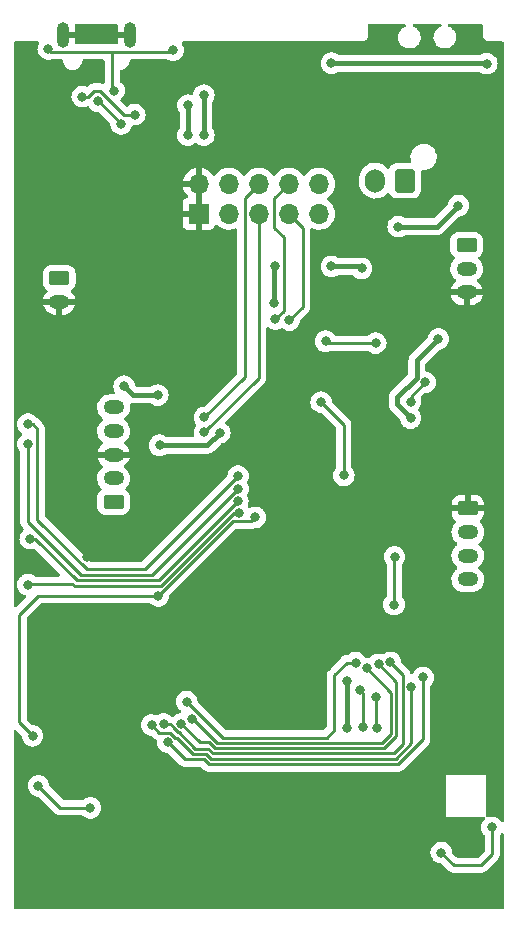
<source format=gbr>
%TF.GenerationSoftware,KiCad,Pcbnew,6.0.5+dfsg-1*%
%TF.CreationDate,2022-06-12T19:51:07+08:00*%
%TF.ProjectId,pbf-mainpcb,7062662d-6d61-4696-9e70-63622e6b6963,rev?*%
%TF.SameCoordinates,Original*%
%TF.FileFunction,Copper,L2,Bot*%
%TF.FilePolarity,Positive*%
%FSLAX46Y46*%
G04 Gerber Fmt 4.6, Leading zero omitted, Abs format (unit mm)*
G04 Created by KiCad (PCBNEW 6.0.5+dfsg-1) date 2022-06-12 19:51:07*
%MOMM*%
%LPD*%
G01*
G04 APERTURE LIST*
G04 Aperture macros list*
%AMRoundRect*
0 Rectangle with rounded corners*
0 $1 Rounding radius*
0 $2 $3 $4 $5 $6 $7 $8 $9 X,Y pos of 4 corners*
0 Add a 4 corners polygon primitive as box body*
4,1,4,$2,$3,$4,$5,$6,$7,$8,$9,$2,$3,0*
0 Add four circle primitives for the rounded corners*
1,1,$1+$1,$2,$3*
1,1,$1+$1,$4,$5*
1,1,$1+$1,$6,$7*
1,1,$1+$1,$8,$9*
0 Add four rect primitives between the rounded corners*
20,1,$1+$1,$2,$3,$4,$5,0*
20,1,$1+$1,$4,$5,$6,$7,0*
20,1,$1+$1,$6,$7,$8,$9,0*
20,1,$1+$1,$8,$9,$2,$3,0*%
G04 Aperture macros list end*
%TA.AperFunction,ComponentPad*%
%ADD10RoundRect,0.250000X0.625000X-0.350000X0.625000X0.350000X-0.625000X0.350000X-0.625000X-0.350000X0*%
%TD*%
%TA.AperFunction,ComponentPad*%
%ADD11O,1.750000X1.200000*%
%TD*%
%TA.AperFunction,ComponentPad*%
%ADD12RoundRect,0.250000X-0.625000X0.350000X-0.625000X-0.350000X0.625000X-0.350000X0.625000X0.350000X0*%
%TD*%
%TA.AperFunction,ComponentPad*%
%ADD13RoundRect,0.250000X0.600000X0.750000X-0.600000X0.750000X-0.600000X-0.750000X0.600000X-0.750000X0*%
%TD*%
%TA.AperFunction,ComponentPad*%
%ADD14O,1.700000X2.000000*%
%TD*%
%TA.AperFunction,ComponentPad*%
%ADD15R,1.700000X1.700000*%
%TD*%
%TA.AperFunction,ComponentPad*%
%ADD16O,1.700000X1.700000*%
%TD*%
%TA.AperFunction,ComponentPad*%
%ADD17O,1.050000X2.150000*%
%TD*%
%TA.AperFunction,ViaPad*%
%ADD18C,0.800000*%
%TD*%
%TA.AperFunction,Conductor*%
%ADD19C,0.250000*%
%TD*%
%TA.AperFunction,Conductor*%
%ADD20C,0.400000*%
%TD*%
G04 APERTURE END LIST*
D10*
%TO.P,J5,1,Pin_1*%
%TO.N,Net-(J5-Pad1)*%
X158950000Y-79500000D03*
D11*
%TO.P,J5,2,Pin_2*%
%TO.N,Net-(J5-Pad2)*%
X158950000Y-77500000D03*
%TO.P,J5,3,Pin_3*%
%TO.N,GND*%
X158950000Y-75500000D03*
%TO.P,J5,4,Pin_4*%
%TO.N,Net-(J5-Pad4)*%
X158950000Y-73500000D03*
%TO.P,J5,5,Pin_5*%
%TO.N,Net-(J5-Pad5)*%
X158950000Y-71500000D03*
%TD*%
D12*
%TO.P,J4,1,Pin_1*%
%TO.N,Net-(C8-Pad1)*%
X188850000Y-57750000D03*
D11*
%TO.P,J4,2,Pin_2*%
%TO.N,unconnected-(J4-Pad2)*%
X188850000Y-59750000D03*
%TO.P,J4,3,Pin_3*%
%TO.N,GND*%
X188850000Y-61750000D03*
%TD*%
D12*
%TO.P,J3,1,Pin_1*%
%TO.N,Net-(C10-Pad1)*%
X154350000Y-60550000D03*
D11*
%TO.P,J3,2,Pin_2*%
%TO.N,GND*%
X154350000Y-62550000D03*
%TD*%
D12*
%TO.P,J6,1,Pin_1*%
%TO.N,GND*%
X188950000Y-80050000D03*
D11*
%TO.P,J6,2,Pin_2*%
%TO.N,SW_START*%
X188950000Y-82050000D03*
%TO.P,J6,3,Pin_3*%
%TO.N,SW_FLIPR*%
X188950000Y-84050000D03*
%TO.P,J6,4,Pin_4*%
%TO.N,SW_FLIPL*%
X188950000Y-86050000D03*
%TD*%
D13*
%TO.P,J2,1,Pin_1*%
%TO.N,Net-(J2-Pad1)*%
X183600000Y-52300000D03*
D14*
%TO.P,J2,2,Pin_2*%
%TO.N,Net-(J2-Pad2)*%
X181100000Y-52300000D03*
%TD*%
D15*
%TO.P,J7,1,Pin_1*%
%TO.N,GND*%
X166170000Y-55100000D03*
D16*
%TO.P,J7,2,Pin_2*%
X166170000Y-52560000D03*
%TO.P,J7,3,Pin_3*%
%TO.N,LCD_RESET*%
X168710000Y-55100000D03*
%TO.P,J7,4,Pin_4*%
%TO.N,VBAT*%
X168710000Y-52560000D03*
%TO.P,J7,5,Pin_5*%
%TO.N,SPI_DC*%
X171250000Y-55100000D03*
%TO.P,J7,6,Pin_6*%
%TO.N,SPI_CS_LCD0*%
X171250000Y-52560000D03*
%TO.P,J7,7,Pin_7*%
%TO.N,SPI_SCK*%
X173790000Y-55100000D03*
%TO.P,J7,8,Pin_8*%
%TO.N,SPI_MOSI*%
X173790000Y-52560000D03*
%TO.P,J7,9,Pin_9*%
%TO.N,+3V3*%
X176330000Y-55100000D03*
%TO.P,J7,10,Pin_10*%
X176330000Y-52560000D03*
%TD*%
D17*
%TO.P,J1,6,Shield*%
%TO.N,GND*%
X160325000Y-40000000D03*
X154675000Y-40000000D03*
%TD*%
D18*
%TO.N,Net-(C1-Pad1)*%
X164000000Y-41250000D03*
X158997296Y-44672698D03*
X153427729Y-41153100D03*
%TO.N,GND*%
X190800000Y-97800000D03*
X168900000Y-93350000D03*
X152050000Y-51075000D03*
X190050000Y-112800000D03*
X153350000Y-43450000D03*
X160850000Y-43750000D03*
X155850000Y-58050000D03*
X159000000Y-66500000D03*
X161050000Y-88650000D03*
X161900000Y-51275000D03*
X171900000Y-93350000D03*
X166400000Y-93350000D03*
X155150000Y-51500000D03*
X153600000Y-88700000D03*
X155150000Y-50400000D03*
X177000000Y-93450000D03*
X161871159Y-100563985D03*
X156750000Y-50400000D03*
X181250000Y-64425000D03*
X156750000Y-51500000D03*
X186924500Y-72320032D03*
X160550000Y-63200000D03*
X164250000Y-63500000D03*
X188149520Y-66285951D03*
X172512299Y-69762299D03*
X156715112Y-84190514D03*
X155300000Y-74700000D03*
X186200000Y-45900000D03*
X153400000Y-65900000D03*
X157600000Y-98150000D03*
X189900000Y-108750000D03*
X188200000Y-108850000D03*
X184200000Y-89900000D03*
X185300000Y-103050000D03*
X152200000Y-97050000D03*
X191005247Y-102264094D03*
%TO.N,VBAT*%
X159850000Y-69700000D03*
X162700000Y-70450000D03*
X166600000Y-48450000D03*
X162850000Y-74700000D03*
X177400000Y-42350000D03*
X190550000Y-42400000D03*
X166600000Y-45050000D03*
X167950000Y-73650000D03*
%TO.N,AUDIO*%
X185329372Y-69373794D03*
X184100000Y-71000000D03*
%TO.N,+3V3*%
X186700000Y-109200000D03*
X177400000Y-59550000D03*
X188148407Y-54410861D03*
X191000000Y-107050000D03*
X184100000Y-72400000D03*
X179948522Y-59728332D03*
X172625500Y-59550000D03*
X178700000Y-98650000D03*
X183050000Y-56200000D03*
X172550000Y-62650000D03*
X186450000Y-65700000D03*
X178725000Y-94625000D03*
%TO.N,Net-(C8-Pad1)*%
X165250000Y-45900000D03*
X165250000Y-48450000D03*
%TO.N,PLUNGER_ANA*%
X181150000Y-66050000D03*
X176914013Y-65888612D03*
%TO.N,MLCD_A*%
X185150000Y-94350000D03*
X163552776Y-99839485D03*
%TO.N,USB_DM*%
X159600000Y-47500000D03*
X157662701Y-45587299D03*
%TO.N,USB_DP*%
X160750000Y-46700000D03*
X156301789Y-45183930D03*
%TO.N,LCD_RESET*%
X163200000Y-98300000D03*
X178450000Y-77250000D03*
X182384481Y-93077366D03*
X176525000Y-71044335D03*
X152100000Y-99300000D03*
X170950000Y-80800000D03*
X162750000Y-87450000D03*
%TO.N,SPI_CS_LCD0*%
X166650000Y-72350000D03*
%TO.N,SPI_DC*%
X166650000Y-73600000D03*
%TO.N,SPI_SCK*%
X165587701Y-97862299D03*
X180400000Y-93600000D03*
X173850000Y-64100000D03*
%TO.N,SPI_MOSI*%
X164680926Y-98282732D03*
X181400000Y-93250000D03*
X172650000Y-64000000D03*
%TO.N,MLCD_K*%
X184174010Y-95200000D03*
X162175898Y-98383836D03*
%TO.N,RIN_V*%
X151700000Y-86500000D03*
X169586554Y-80425998D03*
%TO.N,I2C_SDA*%
X180050000Y-98550000D03*
X179784407Y-95424500D03*
%TO.N,I2C_SCL*%
X181300000Y-98650000D03*
X181150000Y-96050000D03*
%TO.N,SW_START*%
X157000000Y-105400000D03*
X152587500Y-103537500D03*
%TO.N,FIN_H*%
X151700000Y-72900000D03*
X169500000Y-77300000D03*
%TO.N,RIN_H*%
X169500000Y-78400000D03*
X151700000Y-74600000D03*
%TO.N,FIN_V*%
X151900000Y-82600000D03*
X169482109Y-79431967D03*
%TO.N,SPI_CS_LCD1*%
X165150000Y-96400000D03*
X179450000Y-93100000D03*
%TO.N,LCD_HSYNC*%
X182700000Y-88200000D03*
X182750000Y-84150000D03*
%TD*%
D19*
%TO.N,Net-(C1-Pad1)*%
X164000000Y-41250000D02*
X163850480Y-41399520D01*
X158825479Y-44500881D02*
X158997296Y-44672698D01*
X153674149Y-41399520D02*
X153427729Y-41153100D01*
X163850480Y-41399520D02*
X158899520Y-41399520D01*
X158899520Y-41399520D02*
X158825479Y-41473561D01*
X158825479Y-41473561D02*
X158825479Y-44500881D01*
X158899520Y-41399520D02*
X153674149Y-41399520D01*
D20*
%TO.N,VBAT*%
X177400000Y-42350000D02*
X188250000Y-42350000D01*
X162700000Y-70450000D02*
X160600000Y-70450000D01*
X166600000Y-45050000D02*
X166600000Y-48450000D01*
X188250000Y-42350000D02*
X190500000Y-42350000D01*
X162850000Y-74700000D02*
X166900000Y-74700000D01*
X166900000Y-74700000D02*
X167950000Y-73650000D01*
X190500000Y-42350000D02*
X190550000Y-42400000D01*
X160600000Y-70450000D02*
X159850000Y-69700000D01*
D19*
%TO.N,AUDIO*%
X184100000Y-71000000D02*
X184100000Y-70603166D01*
X184100000Y-70603166D02*
X185329372Y-69373794D01*
D20*
%TO.N,+3V3*%
X184627881Y-67522119D02*
X184627881Y-68972119D01*
X179828332Y-59728332D02*
X179948522Y-59728332D01*
X178725000Y-94625000D02*
X178725000Y-98625000D01*
D19*
X191000000Y-109350000D02*
X190100000Y-110250000D01*
D20*
X186450000Y-65700000D02*
X184627881Y-67522119D01*
D19*
X191000000Y-107050000D02*
X191000000Y-109350000D01*
D20*
X184627881Y-68972119D02*
X182950000Y-70650000D01*
X172550000Y-59625500D02*
X172625500Y-59550000D01*
X177400000Y-59550000D02*
X179650000Y-59550000D01*
D19*
X190100000Y-110250000D02*
X187750000Y-110250000D01*
D20*
X178725000Y-98625000D02*
X178700000Y-98650000D01*
X179650000Y-59550000D02*
X179828332Y-59728332D01*
X183050000Y-56200000D02*
X186359268Y-56200000D01*
X172550000Y-62650000D02*
X172550000Y-59625500D01*
X186359268Y-56200000D02*
X188148407Y-54410861D01*
D19*
X187750000Y-110250000D02*
X186700000Y-109200000D01*
D20*
X182950000Y-71250000D02*
X184100000Y-72400000D01*
X182950000Y-70650000D02*
X182950000Y-71250000D01*
%TO.N,Net-(C8-Pad1)*%
X165250000Y-45900000D02*
X165250000Y-48450000D01*
D19*
%TO.N,PLUNGER_ANA*%
X177075401Y-66050000D02*
X176914013Y-65888612D01*
X181150000Y-66050000D02*
X177075401Y-66050000D01*
%TO.N,MLCD_A*%
X166606206Y-101299022D02*
X165012313Y-101299022D01*
X165012313Y-101299022D02*
X163552776Y-99839485D01*
X183059071Y-101698041D02*
X167005225Y-101698041D01*
X185150000Y-94350000D02*
X185150000Y-99607112D01*
X185150000Y-99607112D02*
X183059071Y-101698041D01*
X167005225Y-101698041D02*
X166606206Y-101299022D01*
%TO.N,USB_DM*%
X157662701Y-45587299D02*
X157687299Y-45587299D01*
X157687299Y-45587299D02*
X159600000Y-47500000D01*
%TO.N,USB_DP*%
X157300000Y-44700000D02*
X157800000Y-44700000D01*
X156816070Y-45183930D02*
X157300000Y-44700000D01*
X157800000Y-44700000D02*
X159800000Y-46700000D01*
X156301789Y-45183930D02*
X156816070Y-45183930D01*
X159800000Y-46700000D02*
X160750000Y-46700000D01*
%TO.N,LCD_RESET*%
X152550000Y-87450000D02*
X150950000Y-89050000D01*
X163956425Y-98492129D02*
X163956425Y-98582831D01*
X150950000Y-98150000D02*
X152100000Y-99300000D01*
X164380827Y-99007233D02*
X164471529Y-99007233D01*
X170599502Y-81150498D02*
X170950000Y-80800000D01*
X166977613Y-100399021D02*
X167377613Y-100799021D01*
X163200000Y-98300000D02*
X163764296Y-98300000D01*
X178450000Y-72969335D02*
X176525000Y-71044335D01*
X178450000Y-77250000D02*
X178450000Y-72969335D01*
X162750000Y-87450000D02*
X169049502Y-81150498D01*
X167377613Y-100799021D02*
X182686683Y-100799021D01*
X163764296Y-98300000D02*
X163956425Y-98492129D01*
X183449510Y-94142395D02*
X182384481Y-93077366D01*
X182686683Y-100799021D02*
X183449511Y-100036193D01*
X150950000Y-89050000D02*
X150950000Y-98150000D01*
X162750000Y-87450000D02*
X152550000Y-87450000D01*
X169049502Y-81150498D02*
X170599502Y-81150498D01*
X163956425Y-98582831D02*
X164380827Y-99007233D01*
X183449511Y-100036193D02*
X183449510Y-94142395D01*
X164471529Y-99007233D02*
X165863317Y-100399021D01*
X165863317Y-100399021D02*
X166977613Y-100399021D01*
%TO.N,SPI_CS_LCD0*%
X171250000Y-52560000D02*
X170075489Y-53734511D01*
X166650000Y-72350000D02*
X170075489Y-68924511D01*
X170075489Y-53734511D02*
X170075489Y-68924511D01*
%TO.N,SPI_DC*%
X166650000Y-73600000D02*
X171250000Y-69000000D01*
X171250000Y-69000000D02*
X171250000Y-55100000D01*
%TO.N,SPI_SCK*%
X181700000Y-99900000D02*
X167750000Y-99900000D01*
X167750000Y-99900000D02*
X165712299Y-97862299D01*
X182450000Y-95650000D02*
X182450000Y-99150000D01*
X165712299Y-97862299D02*
X165587701Y-97862299D01*
X174964511Y-62985489D02*
X174964511Y-56274511D01*
X173850000Y-64100000D02*
X174964511Y-62985489D01*
X182450000Y-99150000D02*
X181700000Y-99900000D01*
X180400000Y-93600000D02*
X182450000Y-95650000D01*
X174964511Y-56274511D02*
X173790000Y-55100000D01*
%TO.N,SPI_MOSI*%
X173350000Y-63300000D02*
X173350000Y-57100000D01*
X166248194Y-99850000D02*
X164680926Y-98282732D01*
X182899510Y-94749510D02*
X182899510Y-99336194D01*
X172550000Y-53800000D02*
X173790000Y-52560000D01*
X172550000Y-56300000D02*
X172550000Y-53800000D01*
X167064296Y-99850000D02*
X166248194Y-99850000D01*
X173350000Y-57100000D02*
X172550000Y-56300000D01*
X181400000Y-93250000D02*
X182899510Y-94749510D01*
X167563806Y-100349510D02*
X167064296Y-99850000D01*
X172650000Y-64000000D02*
X173350000Y-63300000D01*
X182899510Y-99336194D02*
X181886193Y-100349511D01*
X181886193Y-100349511D02*
X167563806Y-100349510D01*
%TO.N,MLCD_K*%
X184174010Y-99947398D02*
X182872876Y-101248532D01*
X167191419Y-101248531D02*
X166791420Y-100848532D01*
X162816563Y-99024501D02*
X162175898Y-98383836D01*
X184174010Y-95200000D02*
X184174010Y-99947398D01*
X182872876Y-101248532D02*
X167191419Y-101248531D01*
X164194633Y-99456743D02*
X163762391Y-99024501D01*
X166791420Y-100848532D02*
X165677123Y-100848531D01*
X164285336Y-99456744D02*
X164194633Y-99456743D01*
X165677123Y-100848531D02*
X164285336Y-99456744D01*
X163762391Y-99024501D02*
X162816563Y-99024501D01*
%TO.N,RIN_V*%
X155486194Y-86450490D02*
X155634725Y-86599021D01*
X155634725Y-86599021D02*
X162965275Y-86599021D01*
X162965275Y-86599021D02*
X169138298Y-80425998D01*
X151749510Y-86450490D02*
X155486194Y-86450490D01*
X169138298Y-80425998D02*
X169586554Y-80425998D01*
X151700000Y-86500000D02*
X151749510Y-86450490D01*
%TO.N,I2C_SDA*%
X179784407Y-95424500D02*
X180050000Y-95690093D01*
X180050000Y-95690093D02*
X180050000Y-98550000D01*
%TO.N,I2C_SCL*%
X181150000Y-96050000D02*
X181150000Y-98500000D01*
X181150000Y-98500000D02*
X181300000Y-98650000D01*
%TO.N,SW_START*%
X152587500Y-103537500D02*
X154450000Y-105400000D01*
X154450000Y-105400000D02*
X157000000Y-105400000D01*
%TO.N,FIN_H*%
X169500000Y-77300000D02*
X161600000Y-85200000D01*
X161600000Y-85200000D02*
X156700000Y-85200000D01*
X152500000Y-73300000D02*
X152100000Y-72900000D01*
X152500000Y-81000000D02*
X152500000Y-73300000D01*
X156700000Y-85200000D02*
X152500000Y-81000000D01*
X152100000Y-72900000D02*
X151700000Y-72900000D01*
%TO.N,RIN_H*%
X162189476Y-85700000D02*
X156200000Y-85700000D01*
X169489476Y-78400000D02*
X162189476Y-85700000D01*
X156200000Y-85700000D02*
X151700000Y-81200000D01*
X169500000Y-78400000D02*
X169489476Y-78400000D01*
X151700000Y-81200000D02*
X151700000Y-74600000D01*
%TO.N,FIN_V*%
X152271408Y-82600000D02*
X155820918Y-86149510D01*
X162764566Y-86149510D02*
X169482109Y-79431967D01*
X151900000Y-82600000D02*
X152271408Y-82600000D01*
X155820918Y-86149510D02*
X162764566Y-86149510D01*
%TO.N,SPI_CS_LCD1*%
X177000000Y-99450000D02*
X168500000Y-99450000D01*
X177650000Y-98800000D02*
X177000000Y-99450000D01*
X168200000Y-99450000D02*
X165150000Y-96400000D01*
X179450000Y-93100000D02*
X178700000Y-93100000D01*
X168500000Y-99450000D02*
X168200000Y-99450000D01*
X177650000Y-94150000D02*
X177650000Y-98800000D01*
X178700000Y-93100000D02*
X177650000Y-94150000D01*
%TO.N,LCD_HSYNC*%
X182700000Y-88200000D02*
X182700000Y-84200000D01*
X182700000Y-84200000D02*
X182750000Y-84150000D01*
%TD*%
%TA.AperFunction,Conductor*%
%TO.N,GND*%
G36*
X183665998Y-39028502D02*
G01*
X183712491Y-39082158D01*
X183722595Y-39152432D01*
X183693101Y-39217012D01*
X183635557Y-39254734D01*
X183620459Y-39259465D01*
X183544710Y-39301454D01*
X183455729Y-39350777D01*
X183455726Y-39350779D01*
X183450150Y-39353870D01*
X183445309Y-39358019D01*
X183445305Y-39358022D01*
X183393867Y-39402110D01*
X183302302Y-39480591D01*
X183298391Y-39485633D01*
X183298390Y-39485634D01*
X183270629Y-39521423D01*
X183182954Y-39634453D01*
X183180138Y-39640176D01*
X183180136Y-39640179D01*
X183136608Y-39728640D01*
X183096982Y-39809171D01*
X183095373Y-39815349D01*
X183095372Y-39815351D01*
X183065436Y-39930279D01*
X183047898Y-39997607D01*
X183045697Y-40039614D01*
X183038073Y-40185087D01*
X183037707Y-40192064D01*
X183050706Y-40278017D01*
X183063405Y-40361982D01*
X183066825Y-40384599D01*
X183069028Y-40390585D01*
X183069029Y-40390591D01*
X183131860Y-40561360D01*
X183131862Y-40561365D01*
X183134063Y-40567346D01*
X183137425Y-40572768D01*
X183221617Y-40708555D01*
X183236674Y-40732840D01*
X183241055Y-40737473D01*
X183241056Y-40737474D01*
X183277319Y-40775821D01*
X183370466Y-40874322D01*
X183375696Y-40877984D01*
X183375697Y-40877985D01*
X183452808Y-40931978D01*
X183529975Y-40986011D01*
X183535838Y-40988548D01*
X183702825Y-41060810D01*
X183702829Y-41060811D01*
X183708684Y-41063345D01*
X183714931Y-41064650D01*
X183714934Y-41064651D01*
X183894557Y-41102176D01*
X183894562Y-41102177D01*
X183899293Y-41103165D01*
X183905685Y-41103500D01*
X184048663Y-41103500D01*
X184117951Y-41096462D01*
X184187378Y-41089410D01*
X184187379Y-41089410D01*
X184193727Y-41088765D01*
X184274843Y-41063345D01*
X184373451Y-41032444D01*
X184373456Y-41032442D01*
X184379541Y-41030535D01*
X184501066Y-40963172D01*
X184544271Y-40939223D01*
X184544274Y-40939221D01*
X184549850Y-40936130D01*
X184554691Y-40931981D01*
X184554695Y-40931978D01*
X184692855Y-40813560D01*
X184697698Y-40809409D01*
X184719313Y-40781544D01*
X184784504Y-40697500D01*
X184817046Y-40655547D01*
X184827403Y-40634500D01*
X184900200Y-40486556D01*
X184903018Y-40480829D01*
X184907361Y-40464156D01*
X184950492Y-40298575D01*
X184950492Y-40298572D01*
X184952102Y-40292393D01*
X184957974Y-40180342D01*
X184961959Y-40104317D01*
X184961959Y-40104313D01*
X184962293Y-40097936D01*
X184933175Y-39905401D01*
X184930972Y-39899415D01*
X184930971Y-39899409D01*
X184868140Y-39728640D01*
X184868138Y-39728635D01*
X184865937Y-39722654D01*
X184763326Y-39557160D01*
X184729532Y-39521423D01*
X184633919Y-39420315D01*
X184629534Y-39415678D01*
X184590506Y-39388350D01*
X184475259Y-39307654D01*
X184470025Y-39303989D01*
X184345578Y-39250136D01*
X184291005Y-39204726D01*
X184269645Y-39137019D01*
X184288281Y-39068512D01*
X184340997Y-39020956D01*
X184395620Y-39008500D01*
X186597877Y-39008500D01*
X186665998Y-39028502D01*
X186712491Y-39082158D01*
X186722595Y-39152432D01*
X186693101Y-39217012D01*
X186635557Y-39254734D01*
X186620459Y-39259465D01*
X186544710Y-39301454D01*
X186455729Y-39350777D01*
X186455726Y-39350779D01*
X186450150Y-39353870D01*
X186445309Y-39358019D01*
X186445305Y-39358022D01*
X186393867Y-39402110D01*
X186302302Y-39480591D01*
X186298391Y-39485633D01*
X186298390Y-39485634D01*
X186270629Y-39521423D01*
X186182954Y-39634453D01*
X186180138Y-39640176D01*
X186180136Y-39640179D01*
X186136608Y-39728640D01*
X186096982Y-39809171D01*
X186095373Y-39815349D01*
X186095372Y-39815351D01*
X186065436Y-39930279D01*
X186047898Y-39997607D01*
X186045697Y-40039614D01*
X186038073Y-40185087D01*
X186037707Y-40192064D01*
X186050706Y-40278017D01*
X186063405Y-40361982D01*
X186066825Y-40384599D01*
X186069028Y-40390585D01*
X186069029Y-40390591D01*
X186131860Y-40561360D01*
X186131862Y-40561365D01*
X186134063Y-40567346D01*
X186137425Y-40572768D01*
X186221617Y-40708555D01*
X186236674Y-40732840D01*
X186241055Y-40737473D01*
X186241056Y-40737474D01*
X186277319Y-40775821D01*
X186370466Y-40874322D01*
X186375696Y-40877984D01*
X186375697Y-40877985D01*
X186452808Y-40931978D01*
X186529975Y-40986011D01*
X186535838Y-40988548D01*
X186702825Y-41060810D01*
X186702829Y-41060811D01*
X186708684Y-41063345D01*
X186714931Y-41064650D01*
X186714934Y-41064651D01*
X186894557Y-41102176D01*
X186894562Y-41102177D01*
X186899293Y-41103165D01*
X186905685Y-41103500D01*
X187048663Y-41103500D01*
X187117951Y-41096462D01*
X187187378Y-41089410D01*
X187187379Y-41089410D01*
X187193727Y-41088765D01*
X187274843Y-41063345D01*
X187373451Y-41032444D01*
X187373456Y-41032442D01*
X187379541Y-41030535D01*
X187501066Y-40963172D01*
X187544271Y-40939223D01*
X187544274Y-40939221D01*
X187549850Y-40936130D01*
X187554691Y-40931981D01*
X187554695Y-40931978D01*
X187692855Y-40813560D01*
X187697698Y-40809409D01*
X187719313Y-40781544D01*
X187784504Y-40697500D01*
X187817046Y-40655547D01*
X187827403Y-40634500D01*
X187900200Y-40486556D01*
X187903018Y-40480829D01*
X187907361Y-40464156D01*
X187950492Y-40298575D01*
X187950492Y-40298572D01*
X187952102Y-40292393D01*
X187957974Y-40180342D01*
X187961959Y-40104317D01*
X187961959Y-40104313D01*
X187962293Y-40097936D01*
X187933175Y-39905401D01*
X187930972Y-39899415D01*
X187930971Y-39899409D01*
X187868140Y-39728640D01*
X187868138Y-39728635D01*
X187865937Y-39722654D01*
X187763326Y-39557160D01*
X187729532Y-39521423D01*
X187633919Y-39420315D01*
X187629534Y-39415678D01*
X187590506Y-39388350D01*
X187475259Y-39307654D01*
X187470025Y-39303989D01*
X187345578Y-39250136D01*
X187291005Y-39204726D01*
X187269645Y-39137019D01*
X187288281Y-39068512D01*
X187340997Y-39020956D01*
X187395620Y-39008500D01*
X190115500Y-39008500D01*
X190183621Y-39028502D01*
X190230114Y-39082158D01*
X190241500Y-39134500D01*
X190241500Y-39991377D01*
X190241498Y-39992147D01*
X190241024Y-40069721D01*
X190243491Y-40078352D01*
X190249150Y-40098153D01*
X190252728Y-40114915D01*
X190256920Y-40144187D01*
X190260634Y-40152355D01*
X190260634Y-40152356D01*
X190267548Y-40167562D01*
X190273996Y-40185086D01*
X190281051Y-40209771D01*
X190285843Y-40217365D01*
X190285844Y-40217368D01*
X190296830Y-40234780D01*
X190304969Y-40249863D01*
X190317208Y-40276782D01*
X190323069Y-40283584D01*
X190333970Y-40296235D01*
X190345073Y-40311239D01*
X190358776Y-40332958D01*
X190365501Y-40338897D01*
X190365504Y-40338901D01*
X190380938Y-40352532D01*
X190392982Y-40364724D01*
X190406427Y-40380327D01*
X190406430Y-40380329D01*
X190412287Y-40387127D01*
X190419816Y-40392007D01*
X190419817Y-40392008D01*
X190433835Y-40401094D01*
X190448709Y-40412385D01*
X190461217Y-40423431D01*
X190467951Y-40429378D01*
X190494711Y-40441942D01*
X190509691Y-40450263D01*
X190526983Y-40461471D01*
X190526988Y-40461473D01*
X190534515Y-40466352D01*
X190543108Y-40468922D01*
X190543113Y-40468924D01*
X190559120Y-40473711D01*
X190576564Y-40480372D01*
X190591676Y-40487467D01*
X190591678Y-40487468D01*
X190599800Y-40491281D01*
X190608667Y-40492662D01*
X190608668Y-40492662D01*
X190611353Y-40493080D01*
X190629017Y-40495830D01*
X190645732Y-40499613D01*
X190665466Y-40505515D01*
X190665472Y-40505516D01*
X190674066Y-40508086D01*
X190683037Y-40508141D01*
X190683038Y-40508141D01*
X190693097Y-40508202D01*
X190708506Y-40508296D01*
X190709289Y-40508329D01*
X190710386Y-40508500D01*
X190741377Y-40508500D01*
X190742147Y-40508502D01*
X190815785Y-40508952D01*
X190815786Y-40508952D01*
X190819721Y-40508976D01*
X190821065Y-40508592D01*
X190822410Y-40508500D01*
X191865500Y-40508500D01*
X191933621Y-40528502D01*
X191980114Y-40582158D01*
X191991500Y-40634500D01*
X191991500Y-106480091D01*
X191971498Y-106548212D01*
X191917842Y-106594705D01*
X191847568Y-106604809D01*
X191782988Y-106575315D01*
X191756381Y-106543092D01*
X191742341Y-106518774D01*
X191739040Y-106513056D01*
X191611253Y-106371134D01*
X191456752Y-106258882D01*
X191450724Y-106256198D01*
X191450722Y-106256197D01*
X191288319Y-106183891D01*
X191288318Y-106183891D01*
X191282288Y-106181206D01*
X191188887Y-106161353D01*
X191101944Y-106142872D01*
X191101939Y-106142872D01*
X191095487Y-106141500D01*
X190904513Y-106141500D01*
X190898061Y-106142872D01*
X190898056Y-106142872D01*
X190811113Y-106161353D01*
X190717712Y-106181206D01*
X190711685Y-106183889D01*
X190711677Y-106183892D01*
X190677248Y-106199221D01*
X190606881Y-106208655D01*
X190542584Y-106178548D01*
X190504771Y-106118459D01*
X190500000Y-106084114D01*
X190500000Y-102650000D01*
X187100000Y-102650000D01*
X187100000Y-106150000D01*
X190307132Y-106150000D01*
X190375253Y-106170002D01*
X190421746Y-106223658D01*
X190431850Y-106293932D01*
X190402356Y-106358512D01*
X190393017Y-106368032D01*
X190388747Y-106371134D01*
X190260960Y-106513056D01*
X190165473Y-106678444D01*
X190106458Y-106860072D01*
X190086496Y-107050000D01*
X190106458Y-107239928D01*
X190165473Y-107421556D01*
X190260960Y-107586944D01*
X190334137Y-107668215D01*
X190364853Y-107732221D01*
X190366500Y-107752524D01*
X190366500Y-109035405D01*
X190346498Y-109103526D01*
X190329595Y-109124500D01*
X189874500Y-109579595D01*
X189812188Y-109613621D01*
X189785405Y-109616500D01*
X188064595Y-109616500D01*
X187996474Y-109596498D01*
X187975500Y-109579595D01*
X187647122Y-109251217D01*
X187613096Y-109188905D01*
X187610907Y-109175292D01*
X187594232Y-109016635D01*
X187594232Y-109016633D01*
X187593542Y-109010072D01*
X187534527Y-108828444D01*
X187439040Y-108663056D01*
X187311253Y-108521134D01*
X187156752Y-108408882D01*
X187150724Y-108406198D01*
X187150722Y-108406197D01*
X186988319Y-108333891D01*
X186988318Y-108333891D01*
X186982288Y-108331206D01*
X186888888Y-108311353D01*
X186801944Y-108292872D01*
X186801939Y-108292872D01*
X186795487Y-108291500D01*
X186604513Y-108291500D01*
X186598061Y-108292872D01*
X186598056Y-108292872D01*
X186511113Y-108311353D01*
X186417712Y-108331206D01*
X186411682Y-108333891D01*
X186411681Y-108333891D01*
X186249278Y-108406197D01*
X186249276Y-108406198D01*
X186243248Y-108408882D01*
X186088747Y-108521134D01*
X185960960Y-108663056D01*
X185865473Y-108828444D01*
X185806458Y-109010072D01*
X185786496Y-109200000D01*
X185806458Y-109389928D01*
X185865473Y-109571556D01*
X185868776Y-109577278D01*
X185868777Y-109577279D01*
X185877279Y-109592005D01*
X185960960Y-109736944D01*
X185965378Y-109741851D01*
X185965379Y-109741852D01*
X186010832Y-109792333D01*
X186088747Y-109878866D01*
X186243248Y-109991118D01*
X186249276Y-109993802D01*
X186249278Y-109993803D01*
X186411681Y-110066109D01*
X186417712Y-110068794D01*
X186511113Y-110088647D01*
X186598056Y-110107128D01*
X186598061Y-110107128D01*
X186604513Y-110108500D01*
X186660406Y-110108500D01*
X186728527Y-110128502D01*
X186749501Y-110145405D01*
X187246343Y-110642247D01*
X187253887Y-110650537D01*
X187258000Y-110657018D01*
X187263777Y-110662443D01*
X187307667Y-110703658D01*
X187310509Y-110706413D01*
X187330230Y-110726134D01*
X187333425Y-110728612D01*
X187342447Y-110736318D01*
X187374679Y-110766586D01*
X187381628Y-110770406D01*
X187392432Y-110776346D01*
X187408956Y-110787199D01*
X187424959Y-110799613D01*
X187465543Y-110817176D01*
X187476173Y-110822383D01*
X187514940Y-110843695D01*
X187522617Y-110845666D01*
X187522622Y-110845668D01*
X187534558Y-110848732D01*
X187553266Y-110855137D01*
X187571855Y-110863181D01*
X187579683Y-110864421D01*
X187579690Y-110864423D01*
X187615524Y-110870099D01*
X187627144Y-110872505D01*
X187658959Y-110880673D01*
X187669970Y-110883500D01*
X187690224Y-110883500D01*
X187709934Y-110885051D01*
X187729943Y-110888220D01*
X187737835Y-110887474D01*
X187756580Y-110885702D01*
X187773962Y-110884059D01*
X187785819Y-110883500D01*
X190021233Y-110883500D01*
X190032416Y-110884027D01*
X190039909Y-110885702D01*
X190047835Y-110885453D01*
X190047836Y-110885453D01*
X190107986Y-110883562D01*
X190111945Y-110883500D01*
X190139856Y-110883500D01*
X190143791Y-110883003D01*
X190143856Y-110882995D01*
X190155693Y-110882062D01*
X190187951Y-110881048D01*
X190191970Y-110880922D01*
X190199889Y-110880673D01*
X190219343Y-110875021D01*
X190238700Y-110871013D01*
X190250930Y-110869468D01*
X190250931Y-110869468D01*
X190258797Y-110868474D01*
X190266168Y-110865555D01*
X190266170Y-110865555D01*
X190299912Y-110852196D01*
X190311142Y-110848351D01*
X190345983Y-110838229D01*
X190345984Y-110838229D01*
X190353593Y-110836018D01*
X190360412Y-110831985D01*
X190360417Y-110831983D01*
X190371028Y-110825707D01*
X190388776Y-110817012D01*
X190407617Y-110809552D01*
X190427987Y-110794753D01*
X190443387Y-110783564D01*
X190453307Y-110777048D01*
X190484535Y-110758580D01*
X190484538Y-110758578D01*
X190491362Y-110754542D01*
X190505683Y-110740221D01*
X190520717Y-110727380D01*
X190522432Y-110726134D01*
X190537107Y-110715472D01*
X190565298Y-110681395D01*
X190573288Y-110672616D01*
X191392247Y-109853657D01*
X191400537Y-109846113D01*
X191407018Y-109842000D01*
X191453659Y-109792332D01*
X191456413Y-109789491D01*
X191476134Y-109769770D01*
X191478612Y-109766575D01*
X191486318Y-109757553D01*
X191511158Y-109731101D01*
X191516586Y-109725321D01*
X191526346Y-109707568D01*
X191537199Y-109691045D01*
X191544753Y-109681306D01*
X191549613Y-109675041D01*
X191567176Y-109634457D01*
X191572383Y-109623827D01*
X191593695Y-109585060D01*
X191595666Y-109577383D01*
X191595668Y-109577378D01*
X191598732Y-109565442D01*
X191605138Y-109546730D01*
X191610033Y-109535419D01*
X191613181Y-109528145D01*
X191614421Y-109520317D01*
X191614423Y-109520310D01*
X191620099Y-109484476D01*
X191622505Y-109472856D01*
X191631528Y-109437711D01*
X191631528Y-109437710D01*
X191633500Y-109430030D01*
X191633500Y-109409776D01*
X191635051Y-109390065D01*
X191636980Y-109377886D01*
X191638220Y-109370057D01*
X191634059Y-109326038D01*
X191633500Y-109314181D01*
X191633500Y-107752524D01*
X191653502Y-107684403D01*
X191665858Y-107668221D01*
X191739040Y-107586944D01*
X191756382Y-107556907D01*
X191807764Y-107507915D01*
X191877478Y-107494480D01*
X191943389Y-107520867D01*
X191984570Y-107578699D01*
X191991500Y-107619909D01*
X191991500Y-113865500D01*
X191971498Y-113933621D01*
X191917842Y-113980114D01*
X191865500Y-113991500D01*
X150634500Y-113991500D01*
X150566379Y-113971498D01*
X150519886Y-113917842D01*
X150508500Y-113865500D01*
X150508500Y-103537500D01*
X151673996Y-103537500D01*
X151693958Y-103727428D01*
X151752973Y-103909056D01*
X151848460Y-104074444D01*
X151976247Y-104216366D01*
X152130748Y-104328618D01*
X152136776Y-104331302D01*
X152136778Y-104331303D01*
X152299181Y-104403609D01*
X152305212Y-104406294D01*
X152398613Y-104426147D01*
X152485556Y-104444628D01*
X152485561Y-104444628D01*
X152492013Y-104446000D01*
X152547906Y-104446000D01*
X152616027Y-104466002D01*
X152637001Y-104482905D01*
X153946348Y-105792253D01*
X153953888Y-105800539D01*
X153958000Y-105807018D01*
X153963777Y-105812443D01*
X154007651Y-105853643D01*
X154010493Y-105856398D01*
X154030230Y-105876135D01*
X154033427Y-105878615D01*
X154042447Y-105886318D01*
X154074679Y-105916586D01*
X154081625Y-105920405D01*
X154081628Y-105920407D01*
X154092434Y-105926348D01*
X154108953Y-105937199D01*
X154124959Y-105949614D01*
X154132228Y-105952759D01*
X154132232Y-105952762D01*
X154165537Y-105967174D01*
X154176187Y-105972391D01*
X154214940Y-105993695D01*
X154222615Y-105995666D01*
X154222616Y-105995666D01*
X154234562Y-105998733D01*
X154253267Y-106005137D01*
X154271855Y-106013181D01*
X154279678Y-106014420D01*
X154279688Y-106014423D01*
X154315524Y-106020099D01*
X154327144Y-106022505D01*
X154362289Y-106031528D01*
X154369970Y-106033500D01*
X154390224Y-106033500D01*
X154409934Y-106035051D01*
X154429943Y-106038220D01*
X154437835Y-106037474D01*
X154473961Y-106034059D01*
X154485819Y-106033500D01*
X156291800Y-106033500D01*
X156359921Y-106053502D01*
X156379147Y-106069843D01*
X156379420Y-106069540D01*
X156384332Y-106073963D01*
X156388747Y-106078866D01*
X156543248Y-106191118D01*
X156549276Y-106193802D01*
X156549278Y-106193803D01*
X156695449Y-106258882D01*
X156717712Y-106268794D01*
X156811112Y-106288647D01*
X156898056Y-106307128D01*
X156898061Y-106307128D01*
X156904513Y-106308500D01*
X157095487Y-106308500D01*
X157101939Y-106307128D01*
X157101944Y-106307128D01*
X157188888Y-106288647D01*
X157282288Y-106268794D01*
X157304551Y-106258882D01*
X157450722Y-106193803D01*
X157450724Y-106193802D01*
X157456752Y-106191118D01*
X157611253Y-106078866D01*
X157647851Y-106038220D01*
X157734621Y-105941852D01*
X157734622Y-105941851D01*
X157739040Y-105936944D01*
X157834527Y-105771556D01*
X157893542Y-105589928D01*
X157913504Y-105400000D01*
X157893542Y-105210072D01*
X157834527Y-105028444D01*
X157739040Y-104863056D01*
X157611253Y-104721134D01*
X157456752Y-104608882D01*
X157450724Y-104606198D01*
X157450722Y-104606197D01*
X157288319Y-104533891D01*
X157288318Y-104533891D01*
X157282288Y-104531206D01*
X157188887Y-104511353D01*
X157101944Y-104492872D01*
X157101939Y-104492872D01*
X157095487Y-104491500D01*
X156904513Y-104491500D01*
X156898061Y-104492872D01*
X156898056Y-104492872D01*
X156811113Y-104511353D01*
X156717712Y-104531206D01*
X156711682Y-104533891D01*
X156711681Y-104533891D01*
X156549278Y-104606197D01*
X156549276Y-104606198D01*
X156543248Y-104608882D01*
X156388747Y-104721134D01*
X156384332Y-104726037D01*
X156379420Y-104730460D01*
X156378295Y-104729211D01*
X156324986Y-104762051D01*
X156291800Y-104766500D01*
X154764594Y-104766500D01*
X154696473Y-104746498D01*
X154675499Y-104729595D01*
X153534622Y-103588717D01*
X153500596Y-103526405D01*
X153498407Y-103512792D01*
X153481732Y-103354135D01*
X153481732Y-103354133D01*
X153481042Y-103347572D01*
X153422027Y-103165944D01*
X153326540Y-103000556D01*
X153198753Y-102858634D01*
X153044252Y-102746382D01*
X153038224Y-102743698D01*
X153038222Y-102743697D01*
X152875819Y-102671391D01*
X152875818Y-102671391D01*
X152869788Y-102668706D01*
X152776387Y-102648853D01*
X152689444Y-102630372D01*
X152689439Y-102630372D01*
X152682987Y-102629000D01*
X152492013Y-102629000D01*
X152485561Y-102630372D01*
X152485556Y-102630372D01*
X152398613Y-102648853D01*
X152305212Y-102668706D01*
X152299182Y-102671391D01*
X152299181Y-102671391D01*
X152136778Y-102743697D01*
X152136776Y-102743698D01*
X152130748Y-102746382D01*
X151976247Y-102858634D01*
X151848460Y-103000556D01*
X151752973Y-103165944D01*
X151693958Y-103347572D01*
X151673996Y-103537500D01*
X150508500Y-103537500D01*
X150508500Y-98908594D01*
X150528502Y-98840473D01*
X150582158Y-98793980D01*
X150652432Y-98783876D01*
X150717012Y-98813370D01*
X150723595Y-98819499D01*
X151152878Y-99248782D01*
X151186904Y-99311094D01*
X151189092Y-99324703D01*
X151206458Y-99489928D01*
X151265473Y-99671556D01*
X151268776Y-99677278D01*
X151268777Y-99677279D01*
X151278906Y-99694823D01*
X151360960Y-99836944D01*
X151365378Y-99841851D01*
X151365379Y-99841852D01*
X151468149Y-99955990D01*
X151488747Y-99978866D01*
X151643248Y-100091118D01*
X151649276Y-100093802D01*
X151649278Y-100093803D01*
X151687385Y-100110769D01*
X151817712Y-100168794D01*
X151911112Y-100188647D01*
X151998056Y-100207128D01*
X151998061Y-100207128D01*
X152004513Y-100208500D01*
X152195487Y-100208500D01*
X152201939Y-100207128D01*
X152201944Y-100207128D01*
X152288888Y-100188647D01*
X152382288Y-100168794D01*
X152512615Y-100110769D01*
X152550722Y-100093803D01*
X152550724Y-100093802D01*
X152556752Y-100091118D01*
X152711253Y-99978866D01*
X152731851Y-99955990D01*
X152834621Y-99841852D01*
X152834622Y-99841851D01*
X152839040Y-99836944D01*
X152921094Y-99694823D01*
X152931223Y-99677279D01*
X152931224Y-99677278D01*
X152934527Y-99671556D01*
X152993542Y-99489928D01*
X153000577Y-99422999D01*
X153012814Y-99306565D01*
X153013504Y-99300000D01*
X153008915Y-99256337D01*
X152994232Y-99116635D01*
X152994232Y-99116633D01*
X152993542Y-99110072D01*
X152934527Y-98928444D01*
X152839040Y-98763056D01*
X152711253Y-98621134D01*
X152556752Y-98508882D01*
X152550724Y-98506198D01*
X152550722Y-98506197D01*
X152388319Y-98433891D01*
X152388318Y-98433891D01*
X152382288Y-98431206D01*
X152288887Y-98411353D01*
X152201944Y-98392872D01*
X152201939Y-98392872D01*
X152195487Y-98391500D01*
X152139595Y-98391500D01*
X152113494Y-98383836D01*
X161262394Y-98383836D01*
X161263084Y-98390401D01*
X161278555Y-98537596D01*
X161282356Y-98573764D01*
X161341371Y-98755392D01*
X161436858Y-98920780D01*
X161564645Y-99062702D01*
X161719146Y-99174954D01*
X161725174Y-99177638D01*
X161725176Y-99177639D01*
X161884967Y-99248782D01*
X161893610Y-99252630D01*
X161987011Y-99272483D01*
X162073954Y-99290964D01*
X162073959Y-99290964D01*
X162080411Y-99292336D01*
X162136303Y-99292336D01*
X162204424Y-99312338D01*
X162225398Y-99329241D01*
X162312911Y-99416754D01*
X162320451Y-99425040D01*
X162324563Y-99431519D01*
X162330340Y-99436944D01*
X162374214Y-99478144D01*
X162377056Y-99480899D01*
X162396793Y-99500636D01*
X162399990Y-99503116D01*
X162409010Y-99510819D01*
X162441242Y-99541087D01*
X162448188Y-99544906D01*
X162448191Y-99544908D01*
X162458997Y-99550849D01*
X162475516Y-99561700D01*
X162491522Y-99574115D01*
X162498791Y-99577260D01*
X162498795Y-99577263D01*
X162532100Y-99591675D01*
X162542750Y-99596892D01*
X162581503Y-99618196D01*
X162581504Y-99618196D01*
X162580285Y-99620414D01*
X162626452Y-99656437D01*
X162649928Y-99723439D01*
X162649404Y-99743084D01*
X162639272Y-99839485D01*
X162659234Y-100029413D01*
X162718249Y-100211041D01*
X162813736Y-100376429D01*
X162941523Y-100518351D01*
X163096024Y-100630603D01*
X163102052Y-100633287D01*
X163102054Y-100633288D01*
X163264457Y-100705594D01*
X163270488Y-100708279D01*
X163363889Y-100728132D01*
X163450832Y-100746613D01*
X163450837Y-100746613D01*
X163457289Y-100747985D01*
X163513181Y-100747985D01*
X163581302Y-100767987D01*
X163602277Y-100784890D01*
X164508666Y-101691280D01*
X164516200Y-101699559D01*
X164520313Y-101706040D01*
X164569964Y-101752665D01*
X164572806Y-101755420D01*
X164592543Y-101775157D01*
X164595740Y-101777637D01*
X164604760Y-101785340D01*
X164636992Y-101815608D01*
X164643938Y-101819427D01*
X164643941Y-101819429D01*
X164654747Y-101825370D01*
X164671266Y-101836221D01*
X164687272Y-101848636D01*
X164694541Y-101851781D01*
X164694545Y-101851784D01*
X164727850Y-101866196D01*
X164738500Y-101871413D01*
X164777253Y-101892717D01*
X164784928Y-101894688D01*
X164784929Y-101894688D01*
X164796875Y-101897755D01*
X164815580Y-101904159D01*
X164834168Y-101912203D01*
X164841991Y-101913442D01*
X164842001Y-101913445D01*
X164877837Y-101919121D01*
X164889457Y-101921527D01*
X164924602Y-101930550D01*
X164932283Y-101932522D01*
X164952537Y-101932522D01*
X164972247Y-101934073D01*
X164992256Y-101937242D01*
X165000148Y-101936496D01*
X165036274Y-101933081D01*
X165048132Y-101932522D01*
X166291611Y-101932522D01*
X166359732Y-101952524D01*
X166380706Y-101969427D01*
X166501573Y-102090294D01*
X166509113Y-102098580D01*
X166513225Y-102105059D01*
X166519002Y-102110484D01*
X166562877Y-102151685D01*
X166565719Y-102154440D01*
X166585455Y-102174176D01*
X166588652Y-102176656D01*
X166597672Y-102184359D01*
X166629904Y-102214627D01*
X166636850Y-102218446D01*
X166636853Y-102218448D01*
X166647659Y-102224389D01*
X166664178Y-102235240D01*
X166680184Y-102247655D01*
X166687453Y-102250800D01*
X166687457Y-102250803D01*
X166720762Y-102265215D01*
X166731412Y-102270432D01*
X166770165Y-102291736D01*
X166777840Y-102293707D01*
X166777841Y-102293707D01*
X166789787Y-102296774D01*
X166808492Y-102303178D01*
X166827080Y-102311222D01*
X166834903Y-102312461D01*
X166834913Y-102312464D01*
X166870749Y-102318140D01*
X166882369Y-102320546D01*
X166914184Y-102328714D01*
X166925195Y-102331541D01*
X166945449Y-102331541D01*
X166965159Y-102333092D01*
X166985168Y-102336261D01*
X166993060Y-102335515D01*
X167011805Y-102333743D01*
X167029187Y-102332100D01*
X167041044Y-102331541D01*
X182980304Y-102331541D01*
X182991487Y-102332068D01*
X182998980Y-102333743D01*
X183006906Y-102333494D01*
X183006907Y-102333494D01*
X183067057Y-102331603D01*
X183071016Y-102331541D01*
X183098927Y-102331541D01*
X183102862Y-102331044D01*
X183102927Y-102331036D01*
X183114764Y-102330103D01*
X183147022Y-102329089D01*
X183151041Y-102328963D01*
X183158960Y-102328714D01*
X183178414Y-102323062D01*
X183197771Y-102319054D01*
X183210001Y-102317509D01*
X183210002Y-102317509D01*
X183217868Y-102316515D01*
X183225239Y-102313596D01*
X183225241Y-102313596D01*
X183258983Y-102300237D01*
X183270213Y-102296392D01*
X183305054Y-102286270D01*
X183305055Y-102286270D01*
X183312664Y-102284059D01*
X183319483Y-102280026D01*
X183319488Y-102280024D01*
X183330099Y-102273748D01*
X183347847Y-102265053D01*
X183366688Y-102257593D01*
X183402458Y-102231605D01*
X183412378Y-102225089D01*
X183443606Y-102206621D01*
X183443609Y-102206619D01*
X183450433Y-102202583D01*
X183464754Y-102188262D01*
X183479788Y-102175421D01*
X183489765Y-102168172D01*
X183496178Y-102163513D01*
X183524369Y-102129436D01*
X183532359Y-102120657D01*
X185542247Y-100110769D01*
X185550537Y-100103225D01*
X185557018Y-100099112D01*
X185603659Y-100049444D01*
X185606413Y-100046603D01*
X185626134Y-100026882D01*
X185628612Y-100023687D01*
X185636318Y-100014665D01*
X185661158Y-99988213D01*
X185666586Y-99982433D01*
X185676346Y-99964680D01*
X185687199Y-99948157D01*
X185694753Y-99938418D01*
X185699613Y-99932153D01*
X185717176Y-99891569D01*
X185722383Y-99880939D01*
X185743695Y-99842172D01*
X185745666Y-99834495D01*
X185745668Y-99834490D01*
X185748732Y-99822554D01*
X185755138Y-99803842D01*
X185760033Y-99792531D01*
X185763181Y-99785257D01*
X185764421Y-99777429D01*
X185764423Y-99777422D01*
X185770099Y-99741588D01*
X185772505Y-99729968D01*
X185781528Y-99694823D01*
X185781528Y-99694822D01*
X185783500Y-99687142D01*
X185783500Y-99666888D01*
X185785051Y-99647177D01*
X185786980Y-99634998D01*
X185788220Y-99627169D01*
X185784059Y-99583150D01*
X185783500Y-99571293D01*
X185783500Y-95052524D01*
X185803502Y-94984403D01*
X185815858Y-94968221D01*
X185889040Y-94886944D01*
X185984527Y-94721556D01*
X186043542Y-94539928D01*
X186051019Y-94468794D01*
X186062814Y-94356565D01*
X186063504Y-94350000D01*
X186062814Y-94343435D01*
X186044232Y-94166635D01*
X186044232Y-94166633D01*
X186043542Y-94160072D01*
X185984527Y-93978444D01*
X185969991Y-93953266D01*
X185919340Y-93865537D01*
X185889040Y-93813056D01*
X185867467Y-93789096D01*
X185765675Y-93676045D01*
X185765674Y-93676044D01*
X185761253Y-93671134D01*
X185606752Y-93558882D01*
X185600724Y-93556198D01*
X185600722Y-93556197D01*
X185438319Y-93483891D01*
X185438318Y-93483891D01*
X185432288Y-93481206D01*
X185338887Y-93461353D01*
X185251944Y-93442872D01*
X185251939Y-93442872D01*
X185245487Y-93441500D01*
X185054513Y-93441500D01*
X185048061Y-93442872D01*
X185048056Y-93442872D01*
X184961112Y-93461353D01*
X184867712Y-93481206D01*
X184861682Y-93483891D01*
X184861681Y-93483891D01*
X184699278Y-93556197D01*
X184699276Y-93556198D01*
X184693248Y-93558882D01*
X184538747Y-93671134D01*
X184534326Y-93676044D01*
X184534325Y-93676045D01*
X184432534Y-93789096D01*
X184410960Y-93813056D01*
X184380660Y-93865537D01*
X184330010Y-93953266D01*
X184315473Y-93978444D01*
X184313432Y-93984726D01*
X184313430Y-93984730D01*
X184309933Y-93995493D01*
X184269858Y-94054098D01*
X184204461Y-94081733D01*
X184134505Y-94069625D01*
X184082200Y-94021618D01*
X184068727Y-93989481D01*
X184067984Y-93983598D01*
X184051704Y-93942481D01*
X184047869Y-93931280D01*
X184035528Y-93888801D01*
X184031495Y-93881982D01*
X184031493Y-93881977D01*
X184025217Y-93871366D01*
X184016520Y-93853616D01*
X184009062Y-93834778D01*
X183983081Y-93799018D01*
X183976563Y-93789096D01*
X183958088Y-93757855D01*
X183958084Y-93757850D01*
X183954052Y-93751032D01*
X183939728Y-93736708D01*
X183926886Y-93721673D01*
X183914982Y-93705288D01*
X183880916Y-93677106D01*
X183872137Y-93669117D01*
X183331603Y-93128583D01*
X183297577Y-93066271D01*
X183295388Y-93052658D01*
X183278713Y-92894001D01*
X183278713Y-92893999D01*
X183278023Y-92887438D01*
X183219008Y-92705810D01*
X183123521Y-92540422D01*
X183099715Y-92513982D01*
X183000156Y-92403411D01*
X183000155Y-92403410D01*
X182995734Y-92398500D01*
X182841233Y-92286248D01*
X182835205Y-92283564D01*
X182835203Y-92283563D01*
X182672800Y-92211257D01*
X182672799Y-92211257D01*
X182666769Y-92208572D01*
X182573368Y-92188719D01*
X182486425Y-92170238D01*
X182486420Y-92170238D01*
X182479968Y-92168866D01*
X182288994Y-92168866D01*
X182282542Y-92170238D01*
X182282537Y-92170238D01*
X182195594Y-92188719D01*
X182102193Y-92208572D01*
X182096163Y-92211257D01*
X182096162Y-92211257D01*
X181933759Y-92283563D01*
X181933757Y-92283564D01*
X181927729Y-92286248D01*
X181812285Y-92370123D01*
X181745419Y-92393981D01*
X181694980Y-92384756D01*
X181694598Y-92385932D01*
X181688324Y-92383893D01*
X181682288Y-92381206D01*
X181630147Y-92370123D01*
X181501944Y-92342872D01*
X181501939Y-92342872D01*
X181495487Y-92341500D01*
X181304513Y-92341500D01*
X181298061Y-92342872D01*
X181298056Y-92342872D01*
X181211112Y-92361353D01*
X181117712Y-92381206D01*
X181111682Y-92383891D01*
X181111681Y-92383891D01*
X180949278Y-92456197D01*
X180949276Y-92456198D01*
X180943248Y-92458882D01*
X180937907Y-92462762D01*
X180937906Y-92462763D01*
X180921094Y-92474978D01*
X180788747Y-92571134D01*
X180784326Y-92576044D01*
X180784325Y-92576045D01*
X180699347Y-92670423D01*
X180638901Y-92707663D01*
X180579515Y-92709360D01*
X180501946Y-92692873D01*
X180501947Y-92692873D01*
X180495487Y-92691500D01*
X180335943Y-92691500D01*
X180267822Y-92671498D01*
X180226824Y-92628500D01*
X180189040Y-92563056D01*
X180172881Y-92545109D01*
X180065675Y-92426045D01*
X180065674Y-92426044D01*
X180061253Y-92421134D01*
X179906752Y-92308882D01*
X179900724Y-92306198D01*
X179900722Y-92306197D01*
X179738319Y-92233891D01*
X179738318Y-92233891D01*
X179732288Y-92231206D01*
X179625804Y-92208572D01*
X179551944Y-92192872D01*
X179551939Y-92192872D01*
X179545487Y-92191500D01*
X179354513Y-92191500D01*
X179348061Y-92192872D01*
X179348056Y-92192872D01*
X179274196Y-92208572D01*
X179167712Y-92231206D01*
X179161682Y-92233891D01*
X179161681Y-92233891D01*
X178999278Y-92306197D01*
X178999276Y-92306198D01*
X178993248Y-92308882D01*
X178838747Y-92421134D01*
X178834332Y-92426037D01*
X178829420Y-92430460D01*
X178827847Y-92428712D01*
X178776556Y-92460311D01*
X178747326Y-92464699D01*
X178696106Y-92466309D01*
X178692014Y-92466438D01*
X178688055Y-92466500D01*
X178660144Y-92466500D01*
X178656210Y-92466997D01*
X178656209Y-92466997D01*
X178656144Y-92467005D01*
X178644307Y-92467938D01*
X178612490Y-92468938D01*
X178608029Y-92469078D01*
X178600110Y-92469327D01*
X178582454Y-92474456D01*
X178580658Y-92474978D01*
X178561306Y-92478986D01*
X178554235Y-92479880D01*
X178541203Y-92481526D01*
X178533834Y-92484443D01*
X178533832Y-92484444D01*
X178500097Y-92497800D01*
X178488869Y-92501645D01*
X178446407Y-92513982D01*
X178439585Y-92518016D01*
X178439579Y-92518019D01*
X178428968Y-92524294D01*
X178411218Y-92532990D01*
X178399756Y-92537528D01*
X178399751Y-92537531D01*
X178392383Y-92540448D01*
X178385968Y-92545109D01*
X178356625Y-92566427D01*
X178346707Y-92572943D01*
X178328019Y-92583995D01*
X178308637Y-92595458D01*
X178294313Y-92609782D01*
X178279281Y-92622621D01*
X178262893Y-92634528D01*
X178234712Y-92668593D01*
X178226722Y-92677373D01*
X177257747Y-93646348D01*
X177249461Y-93653888D01*
X177242982Y-93658000D01*
X177237557Y-93663777D01*
X177196357Y-93707651D01*
X177193602Y-93710493D01*
X177173865Y-93730230D01*
X177171385Y-93733427D01*
X177163682Y-93742447D01*
X177133414Y-93774679D01*
X177129595Y-93781625D01*
X177129593Y-93781628D01*
X177123652Y-93792434D01*
X177112801Y-93808953D01*
X177100386Y-93824959D01*
X177097241Y-93832228D01*
X177097238Y-93832232D01*
X177082826Y-93865537D01*
X177077609Y-93876187D01*
X177056305Y-93914940D01*
X177054334Y-93922615D01*
X177054334Y-93922616D01*
X177051267Y-93934562D01*
X177044863Y-93953266D01*
X177036819Y-93971855D01*
X177035580Y-93979678D01*
X177035577Y-93979688D01*
X177029901Y-94015524D01*
X177027495Y-94027144D01*
X177020575Y-94054098D01*
X177016500Y-94069970D01*
X177016500Y-94090224D01*
X177014949Y-94109934D01*
X177011780Y-94129943D01*
X177012526Y-94137835D01*
X177015941Y-94173961D01*
X177016500Y-94185819D01*
X177016500Y-98485405D01*
X176996498Y-98553526D01*
X176979595Y-98574501D01*
X176774499Y-98779596D01*
X176712187Y-98813621D01*
X176685404Y-98816500D01*
X168514595Y-98816500D01*
X168446474Y-98796498D01*
X168425500Y-98779595D01*
X166097122Y-96451217D01*
X166063096Y-96388905D01*
X166060907Y-96375292D01*
X166044232Y-96216635D01*
X166044232Y-96216633D01*
X166043542Y-96210072D01*
X165984527Y-96028444D01*
X165889040Y-95863056D01*
X165761253Y-95721134D01*
X165606752Y-95608882D01*
X165600724Y-95606198D01*
X165600722Y-95606197D01*
X165438319Y-95533891D01*
X165438318Y-95533891D01*
X165432288Y-95531206D01*
X165338887Y-95511353D01*
X165251944Y-95492872D01*
X165251939Y-95492872D01*
X165245487Y-95491500D01*
X165054513Y-95491500D01*
X165048061Y-95492872D01*
X165048056Y-95492872D01*
X164961113Y-95511353D01*
X164867712Y-95531206D01*
X164861682Y-95533891D01*
X164861681Y-95533891D01*
X164699278Y-95606197D01*
X164699276Y-95606198D01*
X164693248Y-95608882D01*
X164538747Y-95721134D01*
X164410960Y-95863056D01*
X164315473Y-96028444D01*
X164256458Y-96210072D01*
X164236496Y-96400000D01*
X164256458Y-96589928D01*
X164315473Y-96771556D01*
X164410960Y-96936944D01*
X164538747Y-97078866D01*
X164635088Y-97148862D01*
X164678441Y-97205085D01*
X164684516Y-97275821D01*
X164651384Y-97338613D01*
X164589564Y-97373524D01*
X164585436Y-97374217D01*
X164585439Y-97374232D01*
X164398638Y-97413938D01*
X164392608Y-97416623D01*
X164392607Y-97416623D01*
X164230204Y-97488929D01*
X164230202Y-97488930D01*
X164224174Y-97491614D01*
X164218833Y-97495494D01*
X164218832Y-97495495D01*
X164085017Y-97592718D01*
X164069673Y-97603866D01*
X164065254Y-97608774D01*
X164034202Y-97643261D01*
X163973756Y-97680501D01*
X163920849Y-97683399D01*
X163914995Y-97682472D01*
X163902475Y-97680488D01*
X163838323Y-97650072D01*
X163828558Y-97640353D01*
X163811253Y-97621134D01*
X163782142Y-97599983D01*
X163662094Y-97512763D01*
X163662093Y-97512762D01*
X163656752Y-97508882D01*
X163650724Y-97506198D01*
X163650722Y-97506197D01*
X163488319Y-97433891D01*
X163488318Y-97433891D01*
X163482288Y-97431206D01*
X163388887Y-97411353D01*
X163301944Y-97392872D01*
X163301939Y-97392872D01*
X163295487Y-97391500D01*
X163104513Y-97391500D01*
X163098061Y-97392872D01*
X163098056Y-97392872D01*
X163011113Y-97411353D01*
X162917712Y-97431206D01*
X162911682Y-97433891D01*
X162911681Y-97433891D01*
X162749278Y-97506197D01*
X162749276Y-97506198D01*
X162743248Y-97508882D01*
X162688530Y-97548637D01*
X162621665Y-97572494D01*
X162563223Y-97561807D01*
X162464222Y-97517729D01*
X162464219Y-97517728D01*
X162458186Y-97515042D01*
X162416558Y-97506194D01*
X162277842Y-97476708D01*
X162277837Y-97476708D01*
X162271385Y-97475336D01*
X162080411Y-97475336D01*
X162073959Y-97476708D01*
X162073954Y-97476708D01*
X162016461Y-97488929D01*
X161893610Y-97515042D01*
X161887580Y-97517727D01*
X161887579Y-97517727D01*
X161725176Y-97590033D01*
X161725174Y-97590034D01*
X161719146Y-97592718D01*
X161713805Y-97596598D01*
X161713804Y-97596599D01*
X161703802Y-97603866D01*
X161564645Y-97704970D01*
X161436858Y-97846892D01*
X161341371Y-98012280D01*
X161282356Y-98193908D01*
X161262394Y-98383836D01*
X152113494Y-98383836D01*
X152071474Y-98371498D01*
X152050499Y-98354595D01*
X151620404Y-97924499D01*
X151586379Y-97862187D01*
X151583500Y-97835404D01*
X151583500Y-89364594D01*
X151603502Y-89296473D01*
X151620405Y-89275499D01*
X152775499Y-88120405D01*
X152837811Y-88086379D01*
X152864594Y-88083500D01*
X162041800Y-88083500D01*
X162109921Y-88103502D01*
X162129147Y-88119843D01*
X162129420Y-88119540D01*
X162134332Y-88123963D01*
X162138747Y-88128866D01*
X162293248Y-88241118D01*
X162299276Y-88243802D01*
X162299278Y-88243803D01*
X162461681Y-88316109D01*
X162467712Y-88318794D01*
X162561112Y-88338647D01*
X162648056Y-88357128D01*
X162648061Y-88357128D01*
X162654513Y-88358500D01*
X162845487Y-88358500D01*
X162851939Y-88357128D01*
X162851944Y-88357128D01*
X162938888Y-88338647D01*
X163032288Y-88318794D01*
X163038319Y-88316109D01*
X163200722Y-88243803D01*
X163200724Y-88243802D01*
X163206752Y-88241118D01*
X163263346Y-88200000D01*
X181786496Y-88200000D01*
X181787186Y-88206565D01*
X181803011Y-88357128D01*
X181806458Y-88389928D01*
X181865473Y-88571556D01*
X181960960Y-88736944D01*
X182088747Y-88878866D01*
X182243248Y-88991118D01*
X182249276Y-88993802D01*
X182249278Y-88993803D01*
X182411681Y-89066109D01*
X182417712Y-89068794D01*
X182511113Y-89088647D01*
X182598056Y-89107128D01*
X182598061Y-89107128D01*
X182604513Y-89108500D01*
X182795487Y-89108500D01*
X182801939Y-89107128D01*
X182801944Y-89107128D01*
X182888887Y-89088647D01*
X182982288Y-89068794D01*
X182988319Y-89066109D01*
X183150722Y-88993803D01*
X183150724Y-88993802D01*
X183156752Y-88991118D01*
X183311253Y-88878866D01*
X183439040Y-88736944D01*
X183534527Y-88571556D01*
X183593542Y-88389928D01*
X183596990Y-88357128D01*
X183612814Y-88206565D01*
X183613504Y-88200000D01*
X183606028Y-88128866D01*
X183594232Y-88016635D01*
X183594232Y-88016633D01*
X183593542Y-88010072D01*
X183534527Y-87828444D01*
X183439040Y-87663056D01*
X183365863Y-87581785D01*
X183335147Y-87517779D01*
X183333500Y-87497476D01*
X183333500Y-85995604D01*
X187562787Y-85995604D01*
X187572567Y-86206899D01*
X187622125Y-86412534D01*
X187624607Y-86417992D01*
X187624608Y-86417996D01*
X187668053Y-86513546D01*
X187709674Y-86605087D01*
X187832054Y-86777611D01*
X187984850Y-86923881D01*
X188162548Y-87038620D01*
X188168114Y-87040863D01*
X188353168Y-87115442D01*
X188353171Y-87115443D01*
X188358737Y-87117686D01*
X188566337Y-87158228D01*
X188571899Y-87158500D01*
X189277846Y-87158500D01*
X189435566Y-87143452D01*
X189638534Y-87083908D01*
X189722111Y-87040863D01*
X189821249Y-86989804D01*
X189821252Y-86989802D01*
X189826580Y-86987058D01*
X189992920Y-86856396D01*
X189996852Y-86851865D01*
X189996855Y-86851862D01*
X190127621Y-86701167D01*
X190131552Y-86696637D01*
X190134552Y-86691451D01*
X190134555Y-86691447D01*
X190234467Y-86518742D01*
X190237473Y-86513546D01*
X190306861Y-86313729D01*
X190337213Y-86104396D01*
X190327433Y-85893101D01*
X190277875Y-85687466D01*
X190234866Y-85592872D01*
X190192806Y-85500368D01*
X190190326Y-85494913D01*
X190067946Y-85322389D01*
X189915150Y-85176119D01*
X189909255Y-85172312D01*
X189882837Y-85155254D01*
X189836460Y-85101499D01*
X189826507Y-85031203D01*
X189856139Y-84966686D01*
X189873353Y-84950317D01*
X189880446Y-84944746D01*
X189992920Y-84856396D01*
X189996852Y-84851865D01*
X189996855Y-84851862D01*
X190127621Y-84701167D01*
X190131552Y-84696637D01*
X190134552Y-84691451D01*
X190134555Y-84691447D01*
X190234467Y-84518742D01*
X190237473Y-84513546D01*
X190306861Y-84313729D01*
X190337213Y-84104396D01*
X190327433Y-83893101D01*
X190277875Y-83687466D01*
X190246643Y-83618774D01*
X190223084Y-83566959D01*
X190190326Y-83494913D01*
X190067946Y-83322389D01*
X189915150Y-83176119D01*
X189909255Y-83172312D01*
X189882837Y-83155254D01*
X189836460Y-83101499D01*
X189826507Y-83031203D01*
X189856139Y-82966686D01*
X189873353Y-82950317D01*
X189880446Y-82944746D01*
X189992920Y-82856396D01*
X189996852Y-82851865D01*
X189996855Y-82851862D01*
X190127621Y-82701167D01*
X190131552Y-82696637D01*
X190134552Y-82691451D01*
X190134555Y-82691447D01*
X190234467Y-82518742D01*
X190237473Y-82513546D01*
X190306861Y-82313729D01*
X190337213Y-82104396D01*
X190327433Y-81893101D01*
X190277875Y-81687466D01*
X190270010Y-81670166D01*
X190192806Y-81500368D01*
X190190326Y-81494913D01*
X190067946Y-81322389D01*
X190063623Y-81318251D01*
X190063619Y-81318246D01*
X189972309Y-81230836D01*
X189936933Y-81169280D01*
X189940452Y-81098371D01*
X189981749Y-81040621D01*
X189993137Y-81032674D01*
X190042807Y-81001937D01*
X190054208Y-80992901D01*
X190168739Y-80878171D01*
X190177751Y-80866760D01*
X190262816Y-80728757D01*
X190268963Y-80715576D01*
X190320138Y-80561290D01*
X190323005Y-80547914D01*
X190332672Y-80453562D01*
X190333000Y-80447146D01*
X190333000Y-80322115D01*
X190328525Y-80306876D01*
X190327135Y-80305671D01*
X190319452Y-80304000D01*
X187585116Y-80304000D01*
X187569877Y-80308475D01*
X187568672Y-80309865D01*
X187567001Y-80317548D01*
X187567001Y-80447095D01*
X187567338Y-80453614D01*
X187577257Y-80549206D01*
X187580149Y-80562600D01*
X187631588Y-80716784D01*
X187637761Y-80729962D01*
X187723063Y-80867807D01*
X187732099Y-80879208D01*
X187846829Y-80993739D01*
X187858240Y-81002751D01*
X187903655Y-81030745D01*
X187951148Y-81083517D01*
X187962572Y-81153589D01*
X187934298Y-81218713D01*
X187915375Y-81237088D01*
X187907080Y-81243604D01*
X187903148Y-81248135D01*
X187903145Y-81248138D01*
X187813947Y-81350930D01*
X187768448Y-81403363D01*
X187765448Y-81408549D01*
X187765445Y-81408553D01*
X187712329Y-81500368D01*
X187662527Y-81586454D01*
X187593139Y-81786271D01*
X187592278Y-81792206D01*
X187592278Y-81792208D01*
X187572873Y-81926045D01*
X187562787Y-81995604D01*
X187572567Y-82206899D01*
X187573971Y-82212724D01*
X187573971Y-82212725D01*
X187620019Y-82403794D01*
X187622125Y-82412534D01*
X187624607Y-82417992D01*
X187624608Y-82417996D01*
X187668053Y-82513546D01*
X187709674Y-82605087D01*
X187832054Y-82777611D01*
X187984850Y-82923881D01*
X187989888Y-82927134D01*
X188017163Y-82944746D01*
X188063540Y-82998501D01*
X188073493Y-83068797D01*
X188043861Y-83133314D01*
X188026649Y-83149681D01*
X187907080Y-83243604D01*
X187903148Y-83248135D01*
X187903145Y-83248138D01*
X187834474Y-83327275D01*
X187768448Y-83403363D01*
X187765448Y-83408549D01*
X187765445Y-83408553D01*
X187671661Y-83570665D01*
X187662527Y-83586454D01*
X187593139Y-83786271D01*
X187562787Y-83995604D01*
X187572567Y-84206899D01*
X187622125Y-84412534D01*
X187624607Y-84417992D01*
X187624608Y-84417996D01*
X187668053Y-84513546D01*
X187709674Y-84605087D01*
X187832054Y-84777611D01*
X187984850Y-84923881D01*
X187989888Y-84927134D01*
X188017163Y-84944746D01*
X188063540Y-84998501D01*
X188073493Y-85068797D01*
X188043861Y-85133314D01*
X188026649Y-85149681D01*
X187907080Y-85243604D01*
X187903148Y-85248135D01*
X187903145Y-85248138D01*
X187834474Y-85327275D01*
X187768448Y-85403363D01*
X187765448Y-85408549D01*
X187765445Y-85408553D01*
X187718312Y-85490026D01*
X187662527Y-85586454D01*
X187593139Y-85786271D01*
X187562787Y-85995604D01*
X183333500Y-85995604D01*
X183333500Y-84908055D01*
X183353502Y-84839934D01*
X183365864Y-84823745D01*
X183484621Y-84691852D01*
X183484622Y-84691851D01*
X183489040Y-84686944D01*
X183584527Y-84521556D01*
X183643542Y-84339928D01*
X183663504Y-84150000D01*
X183643542Y-83960072D01*
X183584527Y-83778444D01*
X183489040Y-83613056D01*
X183465088Y-83586454D01*
X183365675Y-83476045D01*
X183365674Y-83476044D01*
X183361253Y-83471134D01*
X183206752Y-83358882D01*
X183200724Y-83356198D01*
X183200722Y-83356197D01*
X183038319Y-83283891D01*
X183038318Y-83283891D01*
X183032288Y-83281206D01*
X182938887Y-83261353D01*
X182851944Y-83242872D01*
X182851939Y-83242872D01*
X182845487Y-83241500D01*
X182654513Y-83241500D01*
X182648061Y-83242872D01*
X182648056Y-83242872D01*
X182561113Y-83261353D01*
X182467712Y-83281206D01*
X182461682Y-83283891D01*
X182461681Y-83283891D01*
X182299278Y-83356197D01*
X182299276Y-83356198D01*
X182293248Y-83358882D01*
X182138747Y-83471134D01*
X182134326Y-83476044D01*
X182134325Y-83476045D01*
X182034913Y-83586454D01*
X182010960Y-83613056D01*
X181915473Y-83778444D01*
X181856458Y-83960072D01*
X181836496Y-84150000D01*
X181856458Y-84339928D01*
X181915473Y-84521556D01*
X182010960Y-84686944D01*
X182015379Y-84691852D01*
X182015383Y-84691857D01*
X182034135Y-84712683D01*
X182064853Y-84776690D01*
X182066500Y-84796994D01*
X182066500Y-87497476D01*
X182046498Y-87565597D01*
X182034142Y-87581779D01*
X181960960Y-87663056D01*
X181865473Y-87828444D01*
X181806458Y-88010072D01*
X181805768Y-88016633D01*
X181805768Y-88016635D01*
X181793972Y-88128866D01*
X181786496Y-88200000D01*
X163263346Y-88200000D01*
X163361253Y-88128866D01*
X163384091Y-88103502D01*
X163484621Y-87991852D01*
X163484622Y-87991851D01*
X163489040Y-87986944D01*
X163584527Y-87821556D01*
X163643542Y-87639928D01*
X163660907Y-87474706D01*
X163687920Y-87409050D01*
X163697122Y-87398782D01*
X169275001Y-81820903D01*
X169337313Y-81786877D01*
X169364096Y-81783998D01*
X170520735Y-81783998D01*
X170531918Y-81784525D01*
X170539411Y-81786200D01*
X170547337Y-81785951D01*
X170547338Y-81785951D01*
X170607488Y-81784060D01*
X170611447Y-81783998D01*
X170639358Y-81783998D01*
X170643293Y-81783501D01*
X170643358Y-81783493D01*
X170655195Y-81782560D01*
X170687453Y-81781546D01*
X170691472Y-81781420D01*
X170699391Y-81781171D01*
X170718845Y-81775519D01*
X170738202Y-81771511D01*
X170750432Y-81769966D01*
X170750433Y-81769966D01*
X170758299Y-81768972D01*
X170765670Y-81766053D01*
X170765672Y-81766053D01*
X170799414Y-81752694D01*
X170810644Y-81748849D01*
X170845485Y-81738727D01*
X170845486Y-81738727D01*
X170853095Y-81736516D01*
X170859914Y-81732483D01*
X170859919Y-81732481D01*
X170870530Y-81726205D01*
X170888331Y-81717488D01*
X170888731Y-81717330D01*
X170935068Y-81708500D01*
X171045487Y-81708500D01*
X171051939Y-81707128D01*
X171051944Y-81707128D01*
X171138888Y-81688647D01*
X171232288Y-81668794D01*
X171238319Y-81666109D01*
X171400722Y-81593803D01*
X171400724Y-81593802D01*
X171406752Y-81591118D01*
X171413172Y-81586454D01*
X171472448Y-81543387D01*
X171561253Y-81478866D01*
X171629236Y-81403363D01*
X171684621Y-81341852D01*
X171684622Y-81341851D01*
X171689040Y-81336944D01*
X171784527Y-81171556D01*
X171843542Y-80989928D01*
X171847051Y-80956548D01*
X171862814Y-80806565D01*
X171863504Y-80800000D01*
X171843542Y-80610072D01*
X171784527Y-80428444D01*
X171689040Y-80263056D01*
X171607718Y-80172738D01*
X171565675Y-80126045D01*
X171565674Y-80126044D01*
X171561253Y-80121134D01*
X171406752Y-80008882D01*
X171400724Y-80006198D01*
X171400722Y-80006197D01*
X171238319Y-79933891D01*
X171238318Y-79933891D01*
X171232288Y-79931206D01*
X171138887Y-79911353D01*
X171051944Y-79892872D01*
X171051939Y-79892872D01*
X171045487Y-79891500D01*
X170854513Y-79891500D01*
X170848061Y-79892872D01*
X170848056Y-79892872D01*
X170761113Y-79911353D01*
X170667712Y-79931206D01*
X170661685Y-79933889D01*
X170661677Y-79933892D01*
X170518554Y-79997614D01*
X170448187Y-80007048D01*
X170383890Y-79976941D01*
X170358190Y-79945511D01*
X170330127Y-79896906D01*
X170313390Y-79827913D01*
X170319413Y-79794976D01*
X170324966Y-79777885D01*
X187567000Y-79777885D01*
X187571475Y-79793124D01*
X187572865Y-79794329D01*
X187580548Y-79796000D01*
X188677885Y-79796000D01*
X188693124Y-79791525D01*
X188694329Y-79790135D01*
X188696000Y-79782452D01*
X188696000Y-79777885D01*
X189204000Y-79777885D01*
X189208475Y-79793124D01*
X189209865Y-79794329D01*
X189217548Y-79796000D01*
X190314884Y-79796000D01*
X190330123Y-79791525D01*
X190331328Y-79790135D01*
X190332999Y-79782452D01*
X190332999Y-79652905D01*
X190332662Y-79646386D01*
X190322743Y-79550794D01*
X190319851Y-79537400D01*
X190268412Y-79383216D01*
X190262239Y-79370038D01*
X190176937Y-79232193D01*
X190167901Y-79220792D01*
X190053171Y-79106261D01*
X190041760Y-79097249D01*
X189903757Y-79012184D01*
X189890576Y-79006037D01*
X189736290Y-78954862D01*
X189722914Y-78951995D01*
X189628562Y-78942328D01*
X189622145Y-78942000D01*
X189222115Y-78942000D01*
X189206876Y-78946475D01*
X189205671Y-78947865D01*
X189204000Y-78955548D01*
X189204000Y-79777885D01*
X188696000Y-79777885D01*
X188696000Y-78960116D01*
X188691525Y-78944877D01*
X188690135Y-78943672D01*
X188682452Y-78942001D01*
X188277905Y-78942001D01*
X188271386Y-78942338D01*
X188175794Y-78952257D01*
X188162400Y-78955149D01*
X188008216Y-79006588D01*
X187995038Y-79012761D01*
X187857193Y-79098063D01*
X187845792Y-79107099D01*
X187731261Y-79221829D01*
X187722249Y-79233240D01*
X187637184Y-79371243D01*
X187631037Y-79384424D01*
X187579862Y-79538710D01*
X187576995Y-79552086D01*
X187567328Y-79646438D01*
X187567000Y-79652855D01*
X187567000Y-79777885D01*
X170324966Y-79777885D01*
X170375651Y-79621895D01*
X170395613Y-79431967D01*
X170375651Y-79242039D01*
X170316636Y-79060411D01*
X170278568Y-78994476D01*
X170261831Y-78925483D01*
X170278569Y-78868478D01*
X170331223Y-78777279D01*
X170331224Y-78777278D01*
X170334527Y-78771556D01*
X170393542Y-78589928D01*
X170397984Y-78547671D01*
X170412814Y-78406565D01*
X170413504Y-78400000D01*
X170410759Y-78373881D01*
X170394232Y-78216635D01*
X170394232Y-78216633D01*
X170393542Y-78210072D01*
X170334527Y-78028444D01*
X170267875Y-77912999D01*
X170251137Y-77844005D01*
X170267875Y-77787000D01*
X170267908Y-77786944D01*
X170334527Y-77671556D01*
X170393542Y-77489928D01*
X170409587Y-77337273D01*
X170412814Y-77306565D01*
X170413504Y-77300000D01*
X170393542Y-77110072D01*
X170334527Y-76928444D01*
X170239040Y-76763056D01*
X170199169Y-76718774D01*
X170115675Y-76626045D01*
X170115674Y-76626044D01*
X170111253Y-76621134D01*
X169956752Y-76508882D01*
X169950724Y-76506198D01*
X169950722Y-76506197D01*
X169788319Y-76433891D01*
X169788318Y-76433891D01*
X169782288Y-76431206D01*
X169666282Y-76406548D01*
X169601944Y-76392872D01*
X169601939Y-76392872D01*
X169595487Y-76391500D01*
X169404513Y-76391500D01*
X169398061Y-76392872D01*
X169398056Y-76392872D01*
X169333718Y-76406548D01*
X169217712Y-76431206D01*
X169211682Y-76433891D01*
X169211681Y-76433891D01*
X169049278Y-76506197D01*
X169049276Y-76506198D01*
X169043248Y-76508882D01*
X168888747Y-76621134D01*
X168884326Y-76626044D01*
X168884325Y-76626045D01*
X168800832Y-76718774D01*
X168760960Y-76763056D01*
X168665473Y-76928444D01*
X168606458Y-77110072D01*
X168593790Y-77230607D01*
X168589093Y-77275293D01*
X168562080Y-77340950D01*
X168552878Y-77351218D01*
X161374500Y-84529595D01*
X161312188Y-84563621D01*
X161285405Y-84566500D01*
X157014594Y-84566500D01*
X156946473Y-84546498D01*
X156925499Y-84529595D01*
X153170405Y-80774500D01*
X153136379Y-80712188D01*
X153133500Y-80685405D01*
X153133500Y-77445604D01*
X157562787Y-77445604D01*
X157572567Y-77656899D01*
X157573971Y-77662724D01*
X157573971Y-77662725D01*
X157617660Y-77844005D01*
X157622125Y-77862534D01*
X157624607Y-77867992D01*
X157624608Y-77867996D01*
X157668053Y-77963546D01*
X157709674Y-78055087D01*
X157832054Y-78227611D01*
X157836381Y-78231753D01*
X157836386Y-78231759D01*
X157927317Y-78318806D01*
X157962694Y-78380361D01*
X157959175Y-78451270D01*
X157917879Y-78509021D01*
X157906496Y-78516965D01*
X157850652Y-78551522D01*
X157725695Y-78676697D01*
X157632885Y-78827262D01*
X157630581Y-78834209D01*
X157588820Y-78960116D01*
X157577203Y-78995139D01*
X157576503Y-79001975D01*
X157576502Y-79001978D01*
X157575397Y-79012761D01*
X157566500Y-79099600D01*
X157566500Y-79900400D01*
X157566837Y-79903646D01*
X157566837Y-79903650D01*
X157576587Y-79997614D01*
X157577474Y-80006166D01*
X157633450Y-80173946D01*
X157726522Y-80324348D01*
X157851697Y-80449305D01*
X157857927Y-80453145D01*
X157857928Y-80453146D01*
X157995090Y-80537694D01*
X158002262Y-80542115D01*
X158019746Y-80547914D01*
X158163611Y-80595632D01*
X158163613Y-80595632D01*
X158170139Y-80597797D01*
X158176975Y-80598497D01*
X158176978Y-80598498D01*
X158220031Y-80602909D01*
X158274600Y-80608500D01*
X159625400Y-80608500D01*
X159628646Y-80608163D01*
X159628650Y-80608163D01*
X159724308Y-80598238D01*
X159724312Y-80598237D01*
X159731166Y-80597526D01*
X159737702Y-80595345D01*
X159737704Y-80595345D01*
X159879871Y-80547914D01*
X159898946Y-80541550D01*
X160049348Y-80448478D01*
X160174305Y-80323303D01*
X160267115Y-80172738D01*
X160322797Y-80004861D01*
X160333500Y-79900400D01*
X160333500Y-79099600D01*
X160324430Y-79012184D01*
X160323238Y-79000692D01*
X160323237Y-79000688D01*
X160322526Y-78993834D01*
X160308568Y-78951995D01*
X160268868Y-78833002D01*
X160266550Y-78826054D01*
X160173478Y-78675652D01*
X160048303Y-78550695D01*
X159996764Y-78518925D01*
X159949271Y-78466154D01*
X159937847Y-78396082D01*
X159966121Y-78330958D01*
X159985045Y-78312582D01*
X159992920Y-78306396D01*
X159996852Y-78301865D01*
X159996855Y-78301862D01*
X160127621Y-78151167D01*
X160131552Y-78146637D01*
X160134552Y-78141451D01*
X160134555Y-78141447D01*
X160234467Y-77968742D01*
X160237473Y-77963546D01*
X160306861Y-77763729D01*
X160323219Y-77650909D01*
X160336352Y-77560336D01*
X160336352Y-77560333D01*
X160337213Y-77554396D01*
X160327433Y-77343101D01*
X160277875Y-77137466D01*
X160262566Y-77103794D01*
X160192806Y-76950368D01*
X160190326Y-76944913D01*
X160067946Y-76772389D01*
X159915150Y-76626119D01*
X159910119Y-76622870D01*
X159910112Y-76622865D01*
X159882393Y-76604967D01*
X159836016Y-76551211D01*
X159826063Y-76480915D01*
X159855696Y-76416398D01*
X159872909Y-76400030D01*
X159987857Y-76309738D01*
X159996506Y-76301501D01*
X160127212Y-76150877D01*
X160134147Y-76141153D01*
X160234010Y-75968533D01*
X160238984Y-75957669D01*
X160304407Y-75769273D01*
X160304648Y-75768284D01*
X160303180Y-75757992D01*
X160289615Y-75754000D01*
X157614598Y-75754000D01*
X157601067Y-75757973D01*
X157599712Y-75767399D01*
X157621194Y-75856537D01*
X157625083Y-75867832D01*
X157707629Y-76049382D01*
X157713576Y-76059724D01*
X157828968Y-76222397D01*
X157836761Y-76231425D01*
X157980831Y-76369342D01*
X157990200Y-76376741D01*
X158017577Y-76394418D01*
X158063955Y-76448172D01*
X158073909Y-76518468D01*
X158044278Y-76582985D01*
X158027063Y-76599356D01*
X157907080Y-76693604D01*
X157903148Y-76698135D01*
X157903145Y-76698138D01*
X157834474Y-76777275D01*
X157768448Y-76853363D01*
X157765448Y-76858549D01*
X157765445Y-76858553D01*
X157757249Y-76872721D01*
X157662527Y-77036454D01*
X157593139Y-77236271D01*
X157592278Y-77242206D01*
X157592278Y-77242208D01*
X157564562Y-77433365D01*
X157562787Y-77445604D01*
X153133500Y-77445604D01*
X153133500Y-73445604D01*
X157562787Y-73445604D01*
X157572567Y-73656899D01*
X157573971Y-73662724D01*
X157573971Y-73662725D01*
X157616168Y-73837815D01*
X157622125Y-73862534D01*
X157624607Y-73867992D01*
X157624608Y-73867996D01*
X157668053Y-73963546D01*
X157709674Y-74055087D01*
X157832054Y-74227611D01*
X157984850Y-74373881D01*
X157989881Y-74377130D01*
X157989888Y-74377135D01*
X158017607Y-74395033D01*
X158063984Y-74448789D01*
X158073937Y-74519085D01*
X158044304Y-74583602D01*
X158027091Y-74599970D01*
X157912143Y-74690262D01*
X157903494Y-74698499D01*
X157772788Y-74849123D01*
X157765853Y-74858847D01*
X157665990Y-75031467D01*
X157661016Y-75042331D01*
X157595593Y-75230727D01*
X157595352Y-75231716D01*
X157596820Y-75242008D01*
X157610385Y-75246000D01*
X160285402Y-75246000D01*
X160298933Y-75242027D01*
X160300288Y-75232601D01*
X160278806Y-75143463D01*
X160274917Y-75132168D01*
X160192371Y-74950618D01*
X160186424Y-74940276D01*
X160071032Y-74777603D01*
X160063239Y-74768575D01*
X159991605Y-74700000D01*
X161936496Y-74700000D01*
X161937186Y-74706565D01*
X161946608Y-74796206D01*
X161956458Y-74889928D01*
X162015473Y-75071556D01*
X162110960Y-75236944D01*
X162115378Y-75241851D01*
X162115379Y-75241852D01*
X162218367Y-75356232D01*
X162238747Y-75378866D01*
X162393248Y-75491118D01*
X162399276Y-75493802D01*
X162399278Y-75493803D01*
X162561681Y-75566109D01*
X162567712Y-75568794D01*
X162661112Y-75588647D01*
X162748056Y-75607128D01*
X162748061Y-75607128D01*
X162754513Y-75608500D01*
X162945487Y-75608500D01*
X162951939Y-75607128D01*
X162951944Y-75607128D01*
X163038888Y-75588647D01*
X163132288Y-75568794D01*
X163138319Y-75566109D01*
X163300722Y-75493803D01*
X163300724Y-75493802D01*
X163306752Y-75491118D01*
X163387344Y-75432564D01*
X163454211Y-75408706D01*
X163461405Y-75408500D01*
X166871088Y-75408500D01*
X166879658Y-75408792D01*
X166929776Y-75412209D01*
X166929780Y-75412209D01*
X166937352Y-75412725D01*
X166944829Y-75411420D01*
X166944830Y-75411420D01*
X166971308Y-75406799D01*
X167000303Y-75401738D01*
X167006821Y-75400777D01*
X167070242Y-75393102D01*
X167077343Y-75390419D01*
X167079952Y-75389778D01*
X167096262Y-75385315D01*
X167098798Y-75384550D01*
X167106284Y-75383243D01*
X167164800Y-75357556D01*
X167170904Y-75355065D01*
X167223548Y-75335173D01*
X167223549Y-75335172D01*
X167230656Y-75332487D01*
X167236919Y-75328183D01*
X167239285Y-75326946D01*
X167254097Y-75318701D01*
X167256351Y-75317368D01*
X167263305Y-75314315D01*
X167314002Y-75275413D01*
X167319332Y-75271541D01*
X167365720Y-75239661D01*
X167365725Y-75239656D01*
X167371981Y-75235357D01*
X167413427Y-75188839D01*
X167418408Y-75183562D01*
X168016536Y-74585435D01*
X168079433Y-74551284D01*
X168232288Y-74518794D01*
X168265979Y-74503794D01*
X168400722Y-74443803D01*
X168400724Y-74443802D01*
X168406752Y-74441118D01*
X168561253Y-74328866D01*
X168581485Y-74306396D01*
X168684621Y-74191852D01*
X168684622Y-74191851D01*
X168689040Y-74186944D01*
X168784527Y-74021556D01*
X168843542Y-73839928D01*
X168850956Y-73769393D01*
X168862814Y-73656565D01*
X168863504Y-73650000D01*
X168856028Y-73578866D01*
X168844232Y-73466635D01*
X168844232Y-73466633D01*
X168843542Y-73460072D01*
X168784527Y-73278444D01*
X168777406Y-73266109D01*
X168734109Y-73191118D01*
X168689040Y-73113056D01*
X168677375Y-73100100D01*
X168565675Y-72976045D01*
X168565674Y-72976044D01*
X168561253Y-72971134D01*
X168456755Y-72895211D01*
X168413402Y-72838991D01*
X168407327Y-72768255D01*
X168441722Y-72704182D01*
X170101569Y-71044335D01*
X175611496Y-71044335D01*
X175612186Y-71050900D01*
X175620789Y-71132749D01*
X175631458Y-71234263D01*
X175690473Y-71415891D01*
X175693776Y-71421613D01*
X175693777Y-71421614D01*
X175707628Y-71445604D01*
X175785960Y-71581279D01*
X175790378Y-71586186D01*
X175790379Y-71586187D01*
X175892857Y-71700000D01*
X175913747Y-71723201D01*
X176068248Y-71835453D01*
X176074276Y-71838137D01*
X176074278Y-71838138D01*
X176236681Y-71910444D01*
X176242712Y-71913129D01*
X176336112Y-71932982D01*
X176423056Y-71951463D01*
X176423061Y-71951463D01*
X176429513Y-71952835D01*
X176485406Y-71952835D01*
X176553527Y-71972837D01*
X176574501Y-71989740D01*
X177779595Y-73194835D01*
X177813621Y-73257147D01*
X177816500Y-73283930D01*
X177816500Y-76547476D01*
X177796498Y-76615597D01*
X177784142Y-76631779D01*
X177710960Y-76713056D01*
X177678791Y-76768774D01*
X177629954Y-76853363D01*
X177615473Y-76878444D01*
X177556458Y-77060072D01*
X177555768Y-77066633D01*
X177555768Y-77066635D01*
X177538534Y-77230607D01*
X177536496Y-77250000D01*
X177556458Y-77439928D01*
X177615473Y-77621556D01*
X177710960Y-77786944D01*
X177838747Y-77928866D01*
X177993248Y-78041118D01*
X177999276Y-78043802D01*
X177999278Y-78043803D01*
X178035599Y-78059974D01*
X178167712Y-78118794D01*
X178261112Y-78138647D01*
X178348056Y-78157128D01*
X178348061Y-78157128D01*
X178354513Y-78158500D01*
X178545487Y-78158500D01*
X178551939Y-78157128D01*
X178551944Y-78157128D01*
X178638888Y-78138647D01*
X178732288Y-78118794D01*
X178864401Y-78059974D01*
X178900722Y-78043803D01*
X178900724Y-78043802D01*
X178906752Y-78041118D01*
X179061253Y-77928866D01*
X179189040Y-77786944D01*
X179284527Y-77621556D01*
X179343542Y-77439928D01*
X179363504Y-77250000D01*
X179361466Y-77230607D01*
X179344232Y-77066635D01*
X179344232Y-77066633D01*
X179343542Y-77060072D01*
X179284527Y-76878444D01*
X179270047Y-76853363D01*
X179221209Y-76768774D01*
X179189040Y-76713056D01*
X179115863Y-76631785D01*
X179085147Y-76567779D01*
X179083500Y-76547476D01*
X179083500Y-73048102D01*
X179084027Y-73036919D01*
X179085702Y-73029426D01*
X179085420Y-73020434D01*
X179083562Y-72961349D01*
X179083500Y-72957390D01*
X179083500Y-72929479D01*
X179082995Y-72925479D01*
X179082062Y-72913636D01*
X179081634Y-72900000D01*
X179080673Y-72869445D01*
X179075022Y-72849993D01*
X179071014Y-72830641D01*
X179069467Y-72818398D01*
X179068474Y-72810538D01*
X179065556Y-72803167D01*
X179052200Y-72769432D01*
X179048355Y-72758205D01*
X179047721Y-72756022D01*
X179036018Y-72715742D01*
X179029182Y-72704182D01*
X179025707Y-72698307D01*
X179017012Y-72680559D01*
X179009552Y-72661718D01*
X178983564Y-72625948D01*
X178977048Y-72616028D01*
X178958580Y-72584800D01*
X178958578Y-72584797D01*
X178954542Y-72577973D01*
X178940221Y-72563652D01*
X178927380Y-72548618D01*
X178920131Y-72538641D01*
X178915472Y-72532228D01*
X178881395Y-72504037D01*
X178872616Y-72496047D01*
X177663922Y-71287352D01*
X182237275Y-71287352D01*
X182238580Y-71294829D01*
X182238580Y-71294830D01*
X182248261Y-71350299D01*
X182249223Y-71356821D01*
X182256898Y-71420242D01*
X182259581Y-71427343D01*
X182260222Y-71429952D01*
X182264685Y-71446262D01*
X182265450Y-71448798D01*
X182266757Y-71456284D01*
X182269811Y-71463241D01*
X182292442Y-71514795D01*
X182294933Y-71520899D01*
X182317513Y-71580656D01*
X182321817Y-71586919D01*
X182323054Y-71589285D01*
X182331299Y-71604097D01*
X182332632Y-71606351D01*
X182335685Y-71613305D01*
X182373608Y-71662725D01*
X182374579Y-71663991D01*
X182378459Y-71669332D01*
X182410339Y-71715720D01*
X182410344Y-71715725D01*
X182414643Y-71721981D01*
X182420313Y-71727032D01*
X182420314Y-71727034D01*
X182461170Y-71763435D01*
X182466446Y-71768416D01*
X183165335Y-72467305D01*
X183199361Y-72529617D01*
X183201550Y-72543228D01*
X183206458Y-72589928D01*
X183208498Y-72596205D01*
X183208498Y-72596207D01*
X183211438Y-72605254D01*
X183265473Y-72771556D01*
X183268775Y-72777275D01*
X183268777Y-72777279D01*
X183301936Y-72834712D01*
X183360960Y-72936944D01*
X183365378Y-72941851D01*
X183365379Y-72941852D01*
X183459520Y-73046406D01*
X183488747Y-73078866D01*
X183561885Y-73132004D01*
X183615747Y-73171137D01*
X183643248Y-73191118D01*
X183649276Y-73193802D01*
X183649278Y-73193803D01*
X183809799Y-73265271D01*
X183817712Y-73268794D01*
X183911113Y-73288647D01*
X183998056Y-73307128D01*
X183998061Y-73307128D01*
X184004513Y-73308500D01*
X184195487Y-73308500D01*
X184201939Y-73307128D01*
X184201944Y-73307128D01*
X184288887Y-73288647D01*
X184382288Y-73268794D01*
X184390201Y-73265271D01*
X184550722Y-73193803D01*
X184550724Y-73193802D01*
X184556752Y-73191118D01*
X184584254Y-73171137D01*
X184638115Y-73132004D01*
X184711253Y-73078866D01*
X184740480Y-73046406D01*
X184834621Y-72941852D01*
X184834622Y-72941851D01*
X184839040Y-72936944D01*
X184898064Y-72834712D01*
X184931223Y-72777279D01*
X184931225Y-72777275D01*
X184934527Y-72771556D01*
X184993542Y-72589928D01*
X184998933Y-72538641D01*
X185012814Y-72406565D01*
X185013504Y-72400000D01*
X185007559Y-72343435D01*
X184994232Y-72216635D01*
X184994232Y-72216633D01*
X184993542Y-72210072D01*
X184934527Y-72028444D01*
X184913990Y-71992872D01*
X184867950Y-71913129D01*
X184839040Y-71863056D01*
X184799169Y-71818774D01*
X184768137Y-71784310D01*
X184737419Y-71720303D01*
X184746184Y-71649849D01*
X184768137Y-71615690D01*
X184834621Y-71541852D01*
X184834622Y-71541851D01*
X184839040Y-71536944D01*
X184934527Y-71371556D01*
X184993542Y-71189928D01*
X184995484Y-71171456D01*
X185012814Y-71006565D01*
X185013504Y-71000000D01*
X184998892Y-70860970D01*
X184994232Y-70816635D01*
X184994232Y-70816633D01*
X184993542Y-70810072D01*
X184967240Y-70729123D01*
X184965212Y-70658156D01*
X184997978Y-70601092D01*
X185279871Y-70319199D01*
X185342183Y-70285173D01*
X185368966Y-70282294D01*
X185424859Y-70282294D01*
X185431311Y-70280922D01*
X185431316Y-70280922D01*
X185518260Y-70262441D01*
X185611660Y-70242588D01*
X185639902Y-70230014D01*
X185780094Y-70167597D01*
X185780096Y-70167596D01*
X185786124Y-70164912D01*
X185828115Y-70134404D01*
X185896486Y-70084729D01*
X185940625Y-70052660D01*
X185945047Y-70047749D01*
X186063993Y-69915646D01*
X186063994Y-69915645D01*
X186068412Y-69910738D01*
X186149013Y-69771134D01*
X186160595Y-69751073D01*
X186160596Y-69751072D01*
X186163899Y-69745350D01*
X186222914Y-69563722D01*
X186225106Y-69542872D01*
X186242186Y-69380359D01*
X186242876Y-69373794D01*
X186222914Y-69183866D01*
X186163899Y-69002238D01*
X186068412Y-68836850D01*
X185940625Y-68694928D01*
X185786124Y-68582676D01*
X185780096Y-68579992D01*
X185780094Y-68579991D01*
X185617691Y-68507685D01*
X185617690Y-68507685D01*
X185611660Y-68505000D01*
X185488319Y-68478783D01*
X185436184Y-68467701D01*
X185373710Y-68433972D01*
X185339389Y-68371823D01*
X185336381Y-68344454D01*
X185336381Y-67867779D01*
X185356383Y-67799658D01*
X185373286Y-67778684D01*
X186516534Y-66635437D01*
X186579432Y-66601285D01*
X186646899Y-66586944D01*
X186732288Y-66568794D01*
X186738319Y-66566109D01*
X186900722Y-66493803D01*
X186900724Y-66493802D01*
X186906752Y-66491118D01*
X187061253Y-66378866D01*
X187173788Y-66253883D01*
X187184621Y-66241852D01*
X187184622Y-66241851D01*
X187189040Y-66236944D01*
X187284527Y-66071556D01*
X187343542Y-65889928D01*
X187344371Y-65882047D01*
X187362814Y-65706565D01*
X187363504Y-65700000D01*
X187343542Y-65510072D01*
X187284527Y-65328444D01*
X187189040Y-65163056D01*
X187061253Y-65021134D01*
X186906752Y-64908882D01*
X186900724Y-64906198D01*
X186900722Y-64906197D01*
X186738319Y-64833891D01*
X186738318Y-64833891D01*
X186732288Y-64831206D01*
X186638888Y-64811353D01*
X186551944Y-64792872D01*
X186551939Y-64792872D01*
X186545487Y-64791500D01*
X186354513Y-64791500D01*
X186348061Y-64792872D01*
X186348056Y-64792872D01*
X186261112Y-64811353D01*
X186167712Y-64831206D01*
X186161682Y-64833891D01*
X186161681Y-64833891D01*
X185999278Y-64906197D01*
X185999276Y-64906198D01*
X185993248Y-64908882D01*
X185838747Y-65021134D01*
X185710960Y-65163056D01*
X185615473Y-65328444D01*
X185556458Y-65510072D01*
X185555768Y-65516635D01*
X185555768Y-65516637D01*
X185551550Y-65556770D01*
X185524537Y-65622427D01*
X185515335Y-65632695D01*
X184147361Y-67000669D01*
X184141096Y-67006523D01*
X184097496Y-67044558D01*
X184093129Y-67050772D01*
X184060753Y-67096838D01*
X184056820Y-67102133D01*
X184017405Y-67152401D01*
X184014282Y-67159317D01*
X184012898Y-67161603D01*
X184004524Y-67176284D01*
X184003259Y-67178644D01*
X183998891Y-67184858D01*
X183996131Y-67191937D01*
X183996130Y-67191939D01*
X183975679Y-67244394D01*
X183973128Y-67250463D01*
X183946836Y-67308692D01*
X183945452Y-67316159D01*
X183944651Y-67318714D01*
X183940022Y-67334967D01*
X183939359Y-67337547D01*
X183936599Y-67344628D01*
X183935608Y-67352159D01*
X183935607Y-67352161D01*
X183928260Y-67407971D01*
X183927229Y-67414478D01*
X183915585Y-67477305D01*
X183916022Y-67484885D01*
X183916022Y-67484886D01*
X183919172Y-67539511D01*
X183919381Y-67546765D01*
X183919381Y-68626459D01*
X183899379Y-68694580D01*
X183882476Y-68715554D01*
X182469480Y-70128550D01*
X182463215Y-70134404D01*
X182419615Y-70172439D01*
X182415248Y-70178653D01*
X182382872Y-70224719D01*
X182378939Y-70230014D01*
X182339524Y-70280282D01*
X182336401Y-70287198D01*
X182335017Y-70289484D01*
X182326643Y-70304165D01*
X182325378Y-70306525D01*
X182321010Y-70312739D01*
X182300452Y-70365469D01*
X182297798Y-70372275D01*
X182295247Y-70378344D01*
X182268955Y-70436573D01*
X182267571Y-70444040D01*
X182266770Y-70446595D01*
X182262141Y-70462848D01*
X182261478Y-70465428D01*
X182258718Y-70472509D01*
X182257727Y-70480040D01*
X182257726Y-70480042D01*
X182250379Y-70535852D01*
X182249348Y-70542359D01*
X182237704Y-70605186D01*
X182238141Y-70612766D01*
X182238141Y-70612767D01*
X182241291Y-70667392D01*
X182241500Y-70674646D01*
X182241500Y-71221088D01*
X182241208Y-71229658D01*
X182237275Y-71287352D01*
X177663922Y-71287352D01*
X177472122Y-71095552D01*
X177438096Y-71033240D01*
X177435907Y-71019627D01*
X177419232Y-70860970D01*
X177419232Y-70860968D01*
X177418542Y-70854407D01*
X177359527Y-70672779D01*
X177351085Y-70658156D01*
X177267341Y-70513109D01*
X177264040Y-70507391D01*
X177223934Y-70462848D01*
X177140675Y-70370380D01*
X177140674Y-70370379D01*
X177136253Y-70365469D01*
X177031669Y-70289484D01*
X176987094Y-70257098D01*
X176987093Y-70257097D01*
X176981752Y-70253217D01*
X176975724Y-70250533D01*
X176975722Y-70250532D01*
X176813319Y-70178226D01*
X176813318Y-70178226D01*
X176807288Y-70175541D01*
X176713887Y-70155688D01*
X176626944Y-70137207D01*
X176626939Y-70137207D01*
X176620487Y-70135835D01*
X176429513Y-70135835D01*
X176423061Y-70137207D01*
X176423056Y-70137207D01*
X176336113Y-70155688D01*
X176242712Y-70175541D01*
X176236682Y-70178226D01*
X176236681Y-70178226D01*
X176074278Y-70250532D01*
X176074276Y-70250533D01*
X176068248Y-70253217D01*
X176062907Y-70257097D01*
X176062906Y-70257098D01*
X176018331Y-70289484D01*
X175913747Y-70365469D01*
X175909326Y-70370379D01*
X175909325Y-70370380D01*
X175826067Y-70462848D01*
X175785960Y-70507391D01*
X175782659Y-70513109D01*
X175698916Y-70658156D01*
X175690473Y-70672779D01*
X175631458Y-70854407D01*
X175611496Y-71044335D01*
X170101569Y-71044335D01*
X171642247Y-69503657D01*
X171650537Y-69496113D01*
X171657018Y-69492000D01*
X171703659Y-69442332D01*
X171706413Y-69439491D01*
X171726134Y-69419770D01*
X171728612Y-69416575D01*
X171736318Y-69407553D01*
X171761158Y-69381101D01*
X171766586Y-69375321D01*
X171776346Y-69357568D01*
X171787199Y-69341045D01*
X171794753Y-69331306D01*
X171799613Y-69325041D01*
X171817176Y-69284457D01*
X171822383Y-69273827D01*
X171843695Y-69235060D01*
X171845666Y-69227383D01*
X171845668Y-69227378D01*
X171848732Y-69215442D01*
X171855138Y-69196730D01*
X171860034Y-69185417D01*
X171863181Y-69178145D01*
X171864666Y-69168774D01*
X171870097Y-69134481D01*
X171872504Y-69122860D01*
X171881528Y-69087711D01*
X171881528Y-69087710D01*
X171883500Y-69080030D01*
X171883500Y-69059769D01*
X171885051Y-69040058D01*
X171886979Y-69027885D01*
X171888219Y-69020057D01*
X171884059Y-68976046D01*
X171883500Y-68964189D01*
X171883500Y-65888612D01*
X176000509Y-65888612D01*
X176020471Y-66078540D01*
X176079486Y-66260168D01*
X176174973Y-66425556D01*
X176302760Y-66567478D01*
X176457261Y-66679730D01*
X176463289Y-66682414D01*
X176463291Y-66682415D01*
X176576335Y-66732745D01*
X176631725Y-66757406D01*
X176725126Y-66777259D01*
X176812069Y-66795740D01*
X176812074Y-66795740D01*
X176818526Y-66797112D01*
X177009500Y-66797112D01*
X177015952Y-66795740D01*
X177015957Y-66795740D01*
X177102900Y-66777259D01*
X177196301Y-66757406D01*
X177271434Y-66723955D01*
X177337831Y-66694393D01*
X177389080Y-66683500D01*
X180441800Y-66683500D01*
X180509921Y-66703502D01*
X180529147Y-66719843D01*
X180529420Y-66719540D01*
X180534332Y-66723963D01*
X180538747Y-66728866D01*
X180693248Y-66841118D01*
X180699276Y-66843802D01*
X180699278Y-66843803D01*
X180861681Y-66916109D01*
X180867712Y-66918794D01*
X180961112Y-66938647D01*
X181048056Y-66957128D01*
X181048061Y-66957128D01*
X181054513Y-66958500D01*
X181245487Y-66958500D01*
X181251939Y-66957128D01*
X181251944Y-66957128D01*
X181338888Y-66938647D01*
X181432288Y-66918794D01*
X181438319Y-66916109D01*
X181600722Y-66843803D01*
X181600724Y-66843802D01*
X181606752Y-66841118D01*
X181761253Y-66728866D01*
X181889040Y-66586944D01*
X181984527Y-66421556D01*
X182043542Y-66239928D01*
X182063504Y-66050000D01*
X182043542Y-65860072D01*
X181984527Y-65678444D01*
X181889040Y-65513056D01*
X181880701Y-65503794D01*
X181765675Y-65376045D01*
X181765674Y-65376044D01*
X181761253Y-65371134D01*
X181606752Y-65258882D01*
X181600724Y-65256198D01*
X181600722Y-65256197D01*
X181438319Y-65183891D01*
X181438318Y-65183891D01*
X181432288Y-65181206D01*
X181338887Y-65161353D01*
X181251944Y-65142872D01*
X181251939Y-65142872D01*
X181245487Y-65141500D01*
X181054513Y-65141500D01*
X181048061Y-65142872D01*
X181048056Y-65142872D01*
X180961113Y-65161353D01*
X180867712Y-65181206D01*
X180861682Y-65183891D01*
X180861681Y-65183891D01*
X180699278Y-65256197D01*
X180699276Y-65256198D01*
X180693248Y-65258882D01*
X180687907Y-65262762D01*
X180687906Y-65262763D01*
X180588854Y-65334729D01*
X180538747Y-65371134D01*
X180534332Y-65376037D01*
X180529420Y-65380460D01*
X180528295Y-65379211D01*
X180474986Y-65412051D01*
X180441800Y-65416500D01*
X177763230Y-65416500D01*
X177695109Y-65396498D01*
X177661814Y-65361584D01*
X177660237Y-65362730D01*
X177656354Y-65357386D01*
X177653053Y-65351668D01*
X177525266Y-65209746D01*
X177370765Y-65097494D01*
X177364737Y-65094810D01*
X177364735Y-65094809D01*
X177202332Y-65022503D01*
X177202331Y-65022503D01*
X177196301Y-65019818D01*
X177102901Y-64999965D01*
X177015957Y-64981484D01*
X177015952Y-64981484D01*
X177009500Y-64980112D01*
X176818526Y-64980112D01*
X176812074Y-64981484D01*
X176812069Y-64981484D01*
X176725125Y-64999965D01*
X176631725Y-65019818D01*
X176625695Y-65022503D01*
X176625694Y-65022503D01*
X176463291Y-65094809D01*
X176463289Y-65094810D01*
X176457261Y-65097494D01*
X176302760Y-65209746D01*
X176174973Y-65351668D01*
X176079486Y-65517056D01*
X176020471Y-65698684D01*
X176019781Y-65705245D01*
X176019781Y-65705247D01*
X176004168Y-65853794D01*
X176000509Y-65888612D01*
X171883500Y-65888612D01*
X171883500Y-64813361D01*
X171903502Y-64745240D01*
X171957158Y-64698747D01*
X172027432Y-64688643D01*
X172083560Y-64711424D01*
X172106784Y-64728298D01*
X172176385Y-64778866D01*
X172193248Y-64791118D01*
X172199276Y-64793802D01*
X172199278Y-64793803D01*
X172289318Y-64833891D01*
X172367712Y-64868794D01*
X172454479Y-64887237D01*
X172548056Y-64907128D01*
X172548061Y-64907128D01*
X172554513Y-64908500D01*
X172745487Y-64908500D01*
X172751939Y-64907128D01*
X172751944Y-64907128D01*
X172845521Y-64887237D01*
X172932288Y-64868794D01*
X173010682Y-64833891D01*
X173100722Y-64793803D01*
X173100724Y-64793802D01*
X173106752Y-64791118D01*
X173112093Y-64787237D01*
X173117811Y-64783936D01*
X173119308Y-64786528D01*
X173173846Y-64767000D01*
X173243016Y-64783002D01*
X173255238Y-64790847D01*
X173393248Y-64891118D01*
X173399276Y-64893802D01*
X173399278Y-64893803D01*
X173561681Y-64966109D01*
X173567712Y-64968794D01*
X173661113Y-64988647D01*
X173748056Y-65007128D01*
X173748061Y-65007128D01*
X173754513Y-65008500D01*
X173945487Y-65008500D01*
X173951939Y-65007128D01*
X173951944Y-65007128D01*
X174038887Y-64988647D01*
X174132288Y-64968794D01*
X174138319Y-64966109D01*
X174300722Y-64893803D01*
X174300724Y-64893802D01*
X174306752Y-64891118D01*
X174461253Y-64778866D01*
X174521977Y-64711425D01*
X174584621Y-64641852D01*
X174584622Y-64641851D01*
X174589040Y-64636944D01*
X174684527Y-64471556D01*
X174743542Y-64289928D01*
X174760907Y-64124706D01*
X174787920Y-64059050D01*
X174797122Y-64048782D01*
X175356758Y-63489146D01*
X175365048Y-63481602D01*
X175371529Y-63477489D01*
X175418170Y-63427821D01*
X175420924Y-63424980D01*
X175440646Y-63405258D01*
X175443123Y-63402065D01*
X175450828Y-63393044D01*
X175475670Y-63366589D01*
X175481097Y-63360810D01*
X175484918Y-63353860D01*
X175490857Y-63343057D01*
X175501713Y-63326530D01*
X175509268Y-63316791D01*
X175509269Y-63316789D01*
X175514125Y-63310529D01*
X175531685Y-63269949D01*
X175536902Y-63259301D01*
X175554386Y-63227498D01*
X175554387Y-63227496D01*
X175558206Y-63220549D01*
X175563244Y-63200926D01*
X175569648Y-63182223D01*
X175574544Y-63170909D01*
X175574544Y-63170908D01*
X175577692Y-63163634D01*
X175578931Y-63155811D01*
X175578934Y-63155801D01*
X175584610Y-63119965D01*
X175587016Y-63108345D01*
X175596039Y-63073200D01*
X175596039Y-63073199D01*
X175598011Y-63065519D01*
X175598011Y-63045265D01*
X175599562Y-63025554D01*
X175601491Y-63013375D01*
X175602731Y-63005546D01*
X175598570Y-62961527D01*
X175598011Y-62949670D01*
X175598011Y-62017399D01*
X187499712Y-62017399D01*
X187521194Y-62106537D01*
X187525083Y-62117832D01*
X187607629Y-62299382D01*
X187613576Y-62309724D01*
X187728968Y-62472397D01*
X187736761Y-62481425D01*
X187880831Y-62619342D01*
X187890196Y-62626738D01*
X188057741Y-62734921D01*
X188068345Y-62740417D01*
X188253312Y-62814961D01*
X188264770Y-62818355D01*
X188461928Y-62856857D01*
X188470791Y-62857934D01*
X188473500Y-62858000D01*
X188577885Y-62858000D01*
X188593124Y-62853525D01*
X188594329Y-62852135D01*
X188596000Y-62844452D01*
X188596000Y-62839885D01*
X189104000Y-62839885D01*
X189108475Y-62855124D01*
X189109865Y-62856329D01*
X189117548Y-62858000D01*
X189174832Y-62858000D01*
X189180808Y-62857715D01*
X189329494Y-62843529D01*
X189341228Y-62841270D01*
X189532599Y-62785128D01*
X189543675Y-62780698D01*
X189720978Y-62689381D01*
X189731024Y-62682931D01*
X189887857Y-62559738D01*
X189896506Y-62551501D01*
X190027212Y-62400877D01*
X190034147Y-62391153D01*
X190134010Y-62218533D01*
X190138984Y-62207669D01*
X190204407Y-62019273D01*
X190204648Y-62018284D01*
X190203180Y-62007992D01*
X190189615Y-62004000D01*
X189122115Y-62004000D01*
X189106876Y-62008475D01*
X189105671Y-62009865D01*
X189104000Y-62017548D01*
X189104000Y-62839885D01*
X188596000Y-62839885D01*
X188596000Y-62022115D01*
X188591525Y-62006876D01*
X188590135Y-62005671D01*
X188582452Y-62004000D01*
X187514598Y-62004000D01*
X187501067Y-62007973D01*
X187499712Y-62017399D01*
X175598011Y-62017399D01*
X175598011Y-59550000D01*
X176486496Y-59550000D01*
X176487186Y-59556565D01*
X176504958Y-59725652D01*
X176506458Y-59739928D01*
X176565473Y-59921556D01*
X176660960Y-60086944D01*
X176665378Y-60091851D01*
X176665379Y-60091852D01*
X176720272Y-60152817D01*
X176788747Y-60228866D01*
X176943248Y-60341118D01*
X176949276Y-60343802D01*
X176949278Y-60343803D01*
X177100388Y-60411081D01*
X177117712Y-60418794D01*
X177211112Y-60438647D01*
X177298056Y-60457128D01*
X177298061Y-60457128D01*
X177304513Y-60458500D01*
X177495487Y-60458500D01*
X177501939Y-60457128D01*
X177501944Y-60457128D01*
X177588888Y-60438647D01*
X177682288Y-60418794D01*
X177699612Y-60411081D01*
X177850722Y-60343803D01*
X177850724Y-60343802D01*
X177856752Y-60341118D01*
X177937344Y-60282564D01*
X178004211Y-60258706D01*
X178011405Y-60258500D01*
X179147283Y-60258500D01*
X179215404Y-60278502D01*
X179240918Y-60300189D01*
X179337269Y-60407198D01*
X179491770Y-60519450D01*
X179497798Y-60522134D01*
X179497800Y-60522135D01*
X179574752Y-60556396D01*
X179666234Y-60597126D01*
X179759634Y-60616979D01*
X179846578Y-60635460D01*
X179846583Y-60635460D01*
X179853035Y-60636832D01*
X180044009Y-60636832D01*
X180050461Y-60635460D01*
X180050466Y-60635460D01*
X180137410Y-60616979D01*
X180230810Y-60597126D01*
X180322292Y-60556396D01*
X180399244Y-60522135D01*
X180399246Y-60522134D01*
X180405274Y-60519450D01*
X180559775Y-60407198D01*
X180687562Y-60265276D01*
X180783049Y-60099888D01*
X180842064Y-59918260D01*
X180854032Y-59804396D01*
X180861336Y-59734897D01*
X180862026Y-59728332D01*
X180861201Y-59720479D01*
X180858587Y-59695604D01*
X187462787Y-59695604D01*
X187472567Y-59906899D01*
X187473971Y-59912724D01*
X187473971Y-59912725D01*
X187520457Y-60105611D01*
X187522125Y-60112534D01*
X187524607Y-60117992D01*
X187524608Y-60117996D01*
X187568053Y-60213546D01*
X187609674Y-60305087D01*
X187732054Y-60477611D01*
X187809618Y-60551862D01*
X187858335Y-60598498D01*
X187884850Y-60623881D01*
X187889881Y-60627130D01*
X187889888Y-60627135D01*
X187917607Y-60645033D01*
X187963984Y-60698789D01*
X187973937Y-60769085D01*
X187944304Y-60833602D01*
X187927091Y-60849970D01*
X187812143Y-60940262D01*
X187803494Y-60948499D01*
X187672788Y-61099123D01*
X187665853Y-61108847D01*
X187565990Y-61281467D01*
X187561016Y-61292331D01*
X187495593Y-61480727D01*
X187495352Y-61481716D01*
X187496820Y-61492008D01*
X187510385Y-61496000D01*
X190185402Y-61496000D01*
X190198933Y-61492027D01*
X190200288Y-61482601D01*
X190178806Y-61393463D01*
X190174917Y-61382168D01*
X190092371Y-61200618D01*
X190086424Y-61190276D01*
X189971032Y-61027603D01*
X189963239Y-61018575D01*
X189819169Y-60880658D01*
X189809800Y-60873259D01*
X189782423Y-60855582D01*
X189736045Y-60801828D01*
X189726091Y-60731532D01*
X189755722Y-60667015D01*
X189772937Y-60650644D01*
X189888202Y-60560102D01*
X189892920Y-60556396D01*
X189896852Y-60551865D01*
X189896855Y-60551862D01*
X190027621Y-60401167D01*
X190031552Y-60396637D01*
X190034552Y-60391451D01*
X190034555Y-60391447D01*
X190134467Y-60218742D01*
X190137473Y-60213546D01*
X190206861Y-60013729D01*
X190220226Y-59921556D01*
X190236352Y-59810336D01*
X190236352Y-59810333D01*
X190237213Y-59804396D01*
X190227433Y-59593101D01*
X190177875Y-59387466D01*
X190162566Y-59353794D01*
X190092806Y-59200368D01*
X190090326Y-59194913D01*
X189967946Y-59022389D01*
X189963619Y-59018247D01*
X189963614Y-59018241D01*
X189872683Y-58931194D01*
X189837306Y-58869639D01*
X189840825Y-58798730D01*
X189882121Y-58740979D01*
X189893504Y-58733035D01*
X189949348Y-58698478D01*
X190074305Y-58573303D01*
X190078146Y-58567072D01*
X190163275Y-58428968D01*
X190163276Y-58428966D01*
X190167115Y-58422738D01*
X190222797Y-58254861D01*
X190233500Y-58150400D01*
X190233500Y-57349600D01*
X190233163Y-57346350D01*
X190223238Y-57250692D01*
X190223237Y-57250688D01*
X190222526Y-57243834D01*
X190166550Y-57076054D01*
X190073478Y-56925652D01*
X189948303Y-56800695D01*
X189907301Y-56775421D01*
X189803968Y-56711725D01*
X189803966Y-56711724D01*
X189797738Y-56707885D01*
X189711505Y-56679283D01*
X189636389Y-56654368D01*
X189636387Y-56654368D01*
X189629861Y-56652203D01*
X189623025Y-56651503D01*
X189623022Y-56651502D01*
X189579969Y-56647091D01*
X189525400Y-56641500D01*
X188174600Y-56641500D01*
X188171354Y-56641837D01*
X188171350Y-56641837D01*
X188075692Y-56651762D01*
X188075688Y-56651763D01*
X188068834Y-56652474D01*
X188062298Y-56654655D01*
X188062296Y-56654655D01*
X187988478Y-56679283D01*
X187901054Y-56708450D01*
X187750652Y-56801522D01*
X187625695Y-56926697D01*
X187621855Y-56932927D01*
X187621854Y-56932928D01*
X187543437Y-57060144D01*
X187532885Y-57077262D01*
X187477203Y-57245139D01*
X187466500Y-57349600D01*
X187466500Y-58150400D01*
X187477474Y-58256166D01*
X187533450Y-58423946D01*
X187626522Y-58574348D01*
X187751697Y-58699305D01*
X187757927Y-58703145D01*
X187757928Y-58703146D01*
X187803236Y-58731074D01*
X187850729Y-58783846D01*
X187862153Y-58853918D01*
X187833879Y-58919042D01*
X187814955Y-58937418D01*
X187807080Y-58943604D01*
X187803148Y-58948135D01*
X187803145Y-58948138D01*
X187710956Y-59054377D01*
X187668448Y-59103363D01*
X187665448Y-59108549D01*
X187665445Y-59108553D01*
X187618312Y-59190026D01*
X187562527Y-59286454D01*
X187493139Y-59486271D01*
X187492278Y-59492206D01*
X187492278Y-59492208D01*
X187483899Y-59550000D01*
X187462787Y-59695604D01*
X180858587Y-59695604D01*
X180842754Y-59544967D01*
X180842754Y-59544965D01*
X180842064Y-59538404D01*
X180783049Y-59356776D01*
X180687562Y-59191388D01*
X180559775Y-59049466D01*
X180405274Y-58937214D01*
X180399246Y-58934530D01*
X180399244Y-58934529D01*
X180236841Y-58862223D01*
X180236840Y-58862223D01*
X180230810Y-58859538D01*
X180128090Y-58837704D01*
X180050466Y-58821204D01*
X180050461Y-58821204D01*
X180044009Y-58819832D01*
X179853035Y-58819832D01*
X179758935Y-58839834D01*
X179709775Y-58840477D01*
X179702281Y-58839088D01*
X179694814Y-58837704D01*
X179687234Y-58838141D01*
X179687233Y-58838141D01*
X179632608Y-58841291D01*
X179625354Y-58841500D01*
X178011405Y-58841500D01*
X177943284Y-58821498D01*
X177937344Y-58817436D01*
X177862094Y-58762763D01*
X177862093Y-58762762D01*
X177856752Y-58758882D01*
X177850724Y-58756198D01*
X177850722Y-58756197D01*
X177688319Y-58683891D01*
X177688318Y-58683891D01*
X177682288Y-58681206D01*
X177588887Y-58661353D01*
X177501944Y-58642872D01*
X177501939Y-58642872D01*
X177495487Y-58641500D01*
X177304513Y-58641500D01*
X177298061Y-58642872D01*
X177298056Y-58642872D01*
X177211113Y-58661353D01*
X177117712Y-58681206D01*
X177111682Y-58683891D01*
X177111681Y-58683891D01*
X176949278Y-58756197D01*
X176949276Y-58756198D01*
X176943248Y-58758882D01*
X176937907Y-58762762D01*
X176937906Y-58762763D01*
X176897507Y-58792115D01*
X176788747Y-58871134D01*
X176660960Y-59013056D01*
X176565473Y-59178444D01*
X176506458Y-59360072D01*
X176486496Y-59550000D01*
X175598011Y-59550000D01*
X175598011Y-56457725D01*
X175618013Y-56389604D01*
X175671669Y-56343111D01*
X175741943Y-56333007D01*
X175768961Y-56340015D01*
X175949692Y-56409030D01*
X175954760Y-56410061D01*
X175954763Y-56410062D01*
X176047164Y-56428861D01*
X176168597Y-56453567D01*
X176173772Y-56453757D01*
X176173774Y-56453757D01*
X176386673Y-56461564D01*
X176386677Y-56461564D01*
X176391837Y-56461753D01*
X176396957Y-56461097D01*
X176396959Y-56461097D01*
X176608288Y-56434025D01*
X176608289Y-56434025D01*
X176613416Y-56433368D01*
X176618369Y-56431882D01*
X176822429Y-56370661D01*
X176822434Y-56370659D01*
X176827384Y-56369174D01*
X177027994Y-56270896D01*
X177127387Y-56200000D01*
X182136496Y-56200000D01*
X182137186Y-56206565D01*
X182154038Y-56366899D01*
X182156458Y-56389928D01*
X182215473Y-56571556D01*
X182310960Y-56736944D01*
X182315378Y-56741851D01*
X182315379Y-56741852D01*
X182418367Y-56856232D01*
X182438747Y-56878866D01*
X182593248Y-56991118D01*
X182599276Y-56993802D01*
X182599278Y-56993803D01*
X182761681Y-57066109D01*
X182767712Y-57068794D01*
X182858271Y-57088043D01*
X182948056Y-57107128D01*
X182948061Y-57107128D01*
X182954513Y-57108500D01*
X183145487Y-57108500D01*
X183151939Y-57107128D01*
X183151944Y-57107128D01*
X183241729Y-57088043D01*
X183332288Y-57068794D01*
X183338319Y-57066109D01*
X183500722Y-56993803D01*
X183500724Y-56993802D01*
X183506752Y-56991118D01*
X183521148Y-56980659D01*
X183587344Y-56932564D01*
X183654211Y-56908706D01*
X183661405Y-56908500D01*
X186330356Y-56908500D01*
X186338926Y-56908792D01*
X186389044Y-56912209D01*
X186389048Y-56912209D01*
X186396620Y-56912725D01*
X186404097Y-56911420D01*
X186404098Y-56911420D01*
X186430576Y-56906799D01*
X186459571Y-56901738D01*
X186466089Y-56900777D01*
X186529510Y-56893102D01*
X186536611Y-56890419D01*
X186539220Y-56889778D01*
X186555530Y-56885315D01*
X186558066Y-56884550D01*
X186565552Y-56883243D01*
X186624068Y-56857556D01*
X186630172Y-56855065D01*
X186632933Y-56854022D01*
X186689924Y-56832487D01*
X186696187Y-56828183D01*
X186698553Y-56826946D01*
X186713365Y-56818701D01*
X186715619Y-56817368D01*
X186722573Y-56814315D01*
X186773270Y-56775413D01*
X186778600Y-56771541D01*
X186824988Y-56739661D01*
X186824993Y-56739656D01*
X186831249Y-56735357D01*
X186852305Y-56711725D01*
X186872703Y-56688830D01*
X186877684Y-56683554D01*
X188214940Y-55346298D01*
X188277838Y-55312146D01*
X188293996Y-55308711D01*
X188430695Y-55279655D01*
X188436726Y-55276970D01*
X188599129Y-55204664D01*
X188599131Y-55204663D01*
X188605159Y-55201979D01*
X188759660Y-55089727D01*
X188887447Y-54947805D01*
X188982934Y-54782417D01*
X189041949Y-54600789D01*
X189061911Y-54410861D01*
X189041949Y-54220933D01*
X188982934Y-54039305D01*
X188958135Y-53996351D01*
X188890748Y-53879635D01*
X188887447Y-53873917D01*
X188847792Y-53829875D01*
X188764082Y-53736906D01*
X188764081Y-53736905D01*
X188759660Y-53731995D01*
X188650014Y-53652332D01*
X188610501Y-53623624D01*
X188610500Y-53623623D01*
X188605159Y-53619743D01*
X188599131Y-53617059D01*
X188599129Y-53617058D01*
X188436726Y-53544752D01*
X188436725Y-53544752D01*
X188430695Y-53542067D01*
X188318034Y-53518120D01*
X188250351Y-53503733D01*
X188250346Y-53503733D01*
X188243894Y-53502361D01*
X188052920Y-53502361D01*
X188046468Y-53503733D01*
X188046463Y-53503733D01*
X187978780Y-53518120D01*
X187866119Y-53542067D01*
X187860089Y-53544752D01*
X187860088Y-53544752D01*
X187697685Y-53617058D01*
X187697683Y-53617059D01*
X187691655Y-53619743D01*
X187686314Y-53623623D01*
X187686313Y-53623624D01*
X187646800Y-53652332D01*
X187537154Y-53731995D01*
X187532733Y-53736905D01*
X187532732Y-53736906D01*
X187449023Y-53829875D01*
X187409367Y-53873917D01*
X187406066Y-53879635D01*
X187338680Y-53996351D01*
X187313880Y-54039305D01*
X187254865Y-54220933D01*
X187254175Y-54227496D01*
X187254175Y-54227498D01*
X187249957Y-54267630D01*
X187222944Y-54333287D01*
X187213742Y-54343555D01*
X186102703Y-55454595D01*
X186040391Y-55488620D01*
X186013608Y-55491500D01*
X183661405Y-55491500D01*
X183593284Y-55471498D01*
X183587344Y-55467436D01*
X183512094Y-55412763D01*
X183512093Y-55412762D01*
X183506752Y-55408882D01*
X183500724Y-55406198D01*
X183500722Y-55406197D01*
X183338319Y-55333891D01*
X183338318Y-55333891D01*
X183332288Y-55331206D01*
X183238888Y-55311353D01*
X183151944Y-55292872D01*
X183151939Y-55292872D01*
X183145487Y-55291500D01*
X182954513Y-55291500D01*
X182948061Y-55292872D01*
X182948056Y-55292872D01*
X182861112Y-55311353D01*
X182767712Y-55331206D01*
X182761682Y-55333891D01*
X182761681Y-55333891D01*
X182599278Y-55406197D01*
X182599276Y-55406198D01*
X182593248Y-55408882D01*
X182438747Y-55521134D01*
X182434326Y-55526044D01*
X182434325Y-55526045D01*
X182361926Y-55606453D01*
X182310960Y-55663056D01*
X182215473Y-55828444D01*
X182156458Y-56010072D01*
X182155768Y-56016633D01*
X182155768Y-56016635D01*
X182143062Y-56137529D01*
X182136496Y-56200000D01*
X177127387Y-56200000D01*
X177209860Y-56141173D01*
X177368096Y-55983489D01*
X177479507Y-55828444D01*
X177495435Y-55806277D01*
X177498453Y-55802077D01*
X177597430Y-55601811D01*
X177662370Y-55388069D01*
X177691529Y-55166590D01*
X177693156Y-55100000D01*
X177674852Y-54877361D01*
X177620431Y-54660702D01*
X177531354Y-54455840D01*
X177410014Y-54268277D01*
X177259670Y-54103051D01*
X177255619Y-54099852D01*
X177255615Y-54099848D01*
X177088414Y-53967800D01*
X177088410Y-53967798D01*
X177084359Y-53964598D01*
X177043053Y-53941796D01*
X176993084Y-53891364D01*
X176978312Y-53821921D01*
X177003428Y-53755516D01*
X177030780Y-53728909D01*
X177074603Y-53697650D01*
X177209860Y-53601173D01*
X177259584Y-53551623D01*
X177364435Y-53447137D01*
X177368096Y-53443489D01*
X177418068Y-53373946D01*
X177495435Y-53266277D01*
X177498453Y-53262077D01*
X177511995Y-53234678D01*
X177595136Y-53066453D01*
X177595137Y-53066451D01*
X177597430Y-53061811D01*
X177662370Y-52848069D01*
X177691529Y-52626590D01*
X177693156Y-52560000D01*
X177688872Y-52507890D01*
X179741500Y-52507890D01*
X179741725Y-52510539D01*
X179751288Y-52623240D01*
X179756080Y-52679720D01*
X179757418Y-52684875D01*
X179757419Y-52684881D01*
X179812657Y-52897703D01*
X179813999Y-52902872D01*
X179816191Y-52907738D01*
X179816192Y-52907741D01*
X179879230Y-53047680D01*
X179908688Y-53113075D01*
X180037441Y-53304319D01*
X180041120Y-53308176D01*
X180041122Y-53308178D01*
X180098857Y-53368699D01*
X180196576Y-53471135D01*
X180381542Y-53608754D01*
X180386293Y-53611170D01*
X180386297Y-53611172D01*
X180410789Y-53623624D01*
X180587051Y-53713240D01*
X180592145Y-53714822D01*
X180592148Y-53714823D01*
X180751767Y-53764386D01*
X180807227Y-53781607D01*
X180812516Y-53782308D01*
X181030489Y-53811198D01*
X181030494Y-53811198D01*
X181035774Y-53811898D01*
X181041103Y-53811698D01*
X181041105Y-53811698D01*
X181150966Y-53807574D01*
X181266158Y-53803249D01*
X181288802Y-53798498D01*
X181486572Y-53757002D01*
X181491791Y-53755907D01*
X181496750Y-53753949D01*
X181496752Y-53753948D01*
X181701256Y-53673185D01*
X181701258Y-53673184D01*
X181706221Y-53671224D01*
X181742343Y-53649305D01*
X181898757Y-53554390D01*
X181898756Y-53554390D01*
X181903317Y-53551623D01*
X181915151Y-53541354D01*
X182073412Y-53404023D01*
X182073414Y-53404021D01*
X182077445Y-53400523D01*
X182106670Y-53364880D01*
X182165329Y-53324886D01*
X182236299Y-53322954D01*
X182297048Y-53359698D01*
X182311248Y-53378468D01*
X182351485Y-53443489D01*
X182401522Y-53524348D01*
X182406704Y-53529521D01*
X182418558Y-53541354D01*
X182526697Y-53649305D01*
X182532927Y-53653145D01*
X182532928Y-53653146D01*
X182670090Y-53737694D01*
X182677262Y-53742115D01*
X182722145Y-53757002D01*
X182838611Y-53795632D01*
X182838613Y-53795632D01*
X182845139Y-53797797D01*
X182851975Y-53798497D01*
X182851978Y-53798498D01*
X182887663Y-53802154D01*
X182949600Y-53808500D01*
X184250400Y-53808500D01*
X184253646Y-53808163D01*
X184253650Y-53808163D01*
X184349308Y-53798238D01*
X184349312Y-53798237D01*
X184356166Y-53797526D01*
X184362702Y-53795345D01*
X184362704Y-53795345D01*
X184509634Y-53746325D01*
X184523946Y-53741550D01*
X184674348Y-53648478D01*
X184799305Y-53523303D01*
X184831462Y-53471135D01*
X184888275Y-53378968D01*
X184888276Y-53378966D01*
X184892115Y-53372738D01*
X184928504Y-53263028D01*
X184945632Y-53211389D01*
X184945632Y-53211387D01*
X184947797Y-53204861D01*
X184958500Y-53100400D01*
X184958500Y-51533995D01*
X184978502Y-51465874D01*
X185032158Y-51419381D01*
X185091239Y-51410226D01*
X185091337Y-51408228D01*
X185095357Y-51408425D01*
X185095374Y-51408425D01*
X185096899Y-51408500D01*
X185252846Y-51408500D01*
X185410566Y-51393452D01*
X185613534Y-51333908D01*
X185668212Y-51305747D01*
X185796249Y-51239804D01*
X185796252Y-51239802D01*
X185801580Y-51237058D01*
X185967920Y-51106396D01*
X185971852Y-51101865D01*
X185971855Y-51101862D01*
X186102621Y-50951167D01*
X186106552Y-50946637D01*
X186109552Y-50941451D01*
X186109555Y-50941447D01*
X186209467Y-50768742D01*
X186212473Y-50763546D01*
X186281861Y-50563729D01*
X186312213Y-50354396D01*
X186302433Y-50143101D01*
X186252875Y-49937466D01*
X186209525Y-49842122D01*
X186167806Y-49750368D01*
X186165326Y-49744913D01*
X186042946Y-49572389D01*
X185890150Y-49426119D01*
X185712452Y-49311380D01*
X185652354Y-49287160D01*
X185521832Y-49234558D01*
X185521829Y-49234557D01*
X185516263Y-49232314D01*
X185308663Y-49191772D01*
X185303101Y-49191500D01*
X185147154Y-49191500D01*
X184989434Y-49206548D01*
X184786466Y-49266092D01*
X184781139Y-49268836D01*
X184781138Y-49268836D01*
X184603751Y-49360196D01*
X184603748Y-49360198D01*
X184598420Y-49362942D01*
X184432080Y-49493604D01*
X184428148Y-49498135D01*
X184428145Y-49498138D01*
X184359474Y-49577275D01*
X184293448Y-49653363D01*
X184290448Y-49658549D01*
X184290445Y-49658553D01*
X184243312Y-49740026D01*
X184187527Y-49836454D01*
X184118139Y-50036271D01*
X184087787Y-50245604D01*
X184097567Y-50456899D01*
X184098971Y-50462724D01*
X184098971Y-50462725D01*
X184140725Y-50635979D01*
X184137240Y-50706890D01*
X184095970Y-50764660D01*
X184030020Y-50790947D01*
X184018232Y-50791500D01*
X182949600Y-50791500D01*
X182946354Y-50791837D01*
X182946350Y-50791837D01*
X182850692Y-50801762D01*
X182850688Y-50801763D01*
X182843834Y-50802474D01*
X182837298Y-50804655D01*
X182837296Y-50804655D01*
X182798220Y-50817692D01*
X182676054Y-50858450D01*
X182525652Y-50951522D01*
X182400695Y-51076697D01*
X182322348Y-51203800D01*
X182310920Y-51222339D01*
X182258148Y-51269832D01*
X182188076Y-51281256D01*
X182122952Y-51252982D01*
X182112490Y-51243195D01*
X182007103Y-51132722D01*
X182003424Y-51128865D01*
X181818458Y-50991246D01*
X181813707Y-50988830D01*
X181813703Y-50988828D01*
X181691731Y-50926815D01*
X181612949Y-50886760D01*
X181607855Y-50885178D01*
X181607852Y-50885177D01*
X181397871Y-50819976D01*
X181392773Y-50818393D01*
X181387484Y-50817692D01*
X181169511Y-50788802D01*
X181169506Y-50788802D01*
X181164226Y-50788102D01*
X181158897Y-50788302D01*
X181158895Y-50788302D01*
X181049034Y-50792427D01*
X180933842Y-50796751D01*
X180708209Y-50844093D01*
X180703250Y-50846051D01*
X180703248Y-50846052D01*
X180498744Y-50926815D01*
X180498742Y-50926816D01*
X180493779Y-50928776D01*
X180489220Y-50931543D01*
X180489217Y-50931544D01*
X180390832Y-50991246D01*
X180296683Y-51048377D01*
X180292653Y-51051874D01*
X180199484Y-51132722D01*
X180122555Y-51199477D01*
X180094926Y-51233173D01*
X179979760Y-51373627D01*
X179979756Y-51373633D01*
X179976376Y-51377755D01*
X179973737Y-51382391D01*
X179973735Y-51382394D01*
X179926216Y-51465874D01*
X179862325Y-51578114D01*
X179783663Y-51794825D01*
X179782714Y-51800074D01*
X179782713Y-51800077D01*
X179743377Y-52017608D01*
X179743376Y-52017615D01*
X179742639Y-52021692D01*
X179741500Y-52045844D01*
X179741500Y-52507890D01*
X177688872Y-52507890D01*
X177674852Y-52337361D01*
X177620431Y-52120702D01*
X177531354Y-51915840D01*
X177410014Y-51728277D01*
X177259670Y-51563051D01*
X177255619Y-51559852D01*
X177255615Y-51559848D01*
X177088414Y-51427800D01*
X177088410Y-51427798D01*
X177084359Y-51424598D01*
X177074909Y-51419381D01*
X177002100Y-51379189D01*
X176888789Y-51316638D01*
X176883920Y-51314914D01*
X176883916Y-51314912D01*
X176683087Y-51243795D01*
X176683083Y-51243794D01*
X176678212Y-51242069D01*
X176673119Y-51241162D01*
X176673116Y-51241161D01*
X176463373Y-51203800D01*
X176463367Y-51203799D01*
X176458284Y-51202894D01*
X176384452Y-51201992D01*
X176240081Y-51200228D01*
X176240079Y-51200228D01*
X176234911Y-51200165D01*
X176014091Y-51233955D01*
X175801756Y-51303357D01*
X175748339Y-51331164D01*
X175627952Y-51393834D01*
X175603607Y-51406507D01*
X175599474Y-51409610D01*
X175599471Y-51409612D01*
X175429100Y-51537530D01*
X175424965Y-51540635D01*
X175270629Y-51702138D01*
X175163201Y-51859621D01*
X175108293Y-51904621D01*
X175037768Y-51912792D01*
X174974021Y-51881538D01*
X174953324Y-51857054D01*
X174872822Y-51732617D01*
X174872820Y-51732614D01*
X174870014Y-51728277D01*
X174719670Y-51563051D01*
X174715619Y-51559852D01*
X174715615Y-51559848D01*
X174548414Y-51427800D01*
X174548410Y-51427798D01*
X174544359Y-51424598D01*
X174534909Y-51419381D01*
X174462100Y-51379189D01*
X174348789Y-51316638D01*
X174343920Y-51314914D01*
X174343916Y-51314912D01*
X174143087Y-51243795D01*
X174143083Y-51243794D01*
X174138212Y-51242069D01*
X174133119Y-51241162D01*
X174133116Y-51241161D01*
X173923373Y-51203800D01*
X173923367Y-51203799D01*
X173918284Y-51202894D01*
X173844452Y-51201992D01*
X173700081Y-51200228D01*
X173700079Y-51200228D01*
X173694911Y-51200165D01*
X173474091Y-51233955D01*
X173261756Y-51303357D01*
X173208339Y-51331164D01*
X173087952Y-51393834D01*
X173063607Y-51406507D01*
X173059474Y-51409610D01*
X173059471Y-51409612D01*
X172889100Y-51537530D01*
X172884965Y-51540635D01*
X172730629Y-51702138D01*
X172623201Y-51859621D01*
X172568293Y-51904621D01*
X172497768Y-51912792D01*
X172434021Y-51881538D01*
X172413324Y-51857054D01*
X172332822Y-51732617D01*
X172332820Y-51732614D01*
X172330014Y-51728277D01*
X172179670Y-51563051D01*
X172175619Y-51559852D01*
X172175615Y-51559848D01*
X172008414Y-51427800D01*
X172008410Y-51427798D01*
X172004359Y-51424598D01*
X171994909Y-51419381D01*
X171922100Y-51379189D01*
X171808789Y-51316638D01*
X171803920Y-51314914D01*
X171803916Y-51314912D01*
X171603087Y-51243795D01*
X171603083Y-51243794D01*
X171598212Y-51242069D01*
X171593119Y-51241162D01*
X171593116Y-51241161D01*
X171383373Y-51203800D01*
X171383367Y-51203799D01*
X171378284Y-51202894D01*
X171304452Y-51201992D01*
X171160081Y-51200228D01*
X171160079Y-51200228D01*
X171154911Y-51200165D01*
X170934091Y-51233955D01*
X170721756Y-51303357D01*
X170668339Y-51331164D01*
X170547952Y-51393834D01*
X170523607Y-51406507D01*
X170519474Y-51409610D01*
X170519471Y-51409612D01*
X170349100Y-51537530D01*
X170344965Y-51540635D01*
X170190629Y-51702138D01*
X170083201Y-51859621D01*
X170028293Y-51904621D01*
X169957768Y-51912792D01*
X169894021Y-51881538D01*
X169873324Y-51857054D01*
X169792822Y-51732617D01*
X169792820Y-51732614D01*
X169790014Y-51728277D01*
X169639670Y-51563051D01*
X169635619Y-51559852D01*
X169635615Y-51559848D01*
X169468414Y-51427800D01*
X169468410Y-51427798D01*
X169464359Y-51424598D01*
X169454909Y-51419381D01*
X169382100Y-51379189D01*
X169268789Y-51316638D01*
X169263920Y-51314914D01*
X169263916Y-51314912D01*
X169063087Y-51243795D01*
X169063083Y-51243794D01*
X169058212Y-51242069D01*
X169053119Y-51241162D01*
X169053116Y-51241161D01*
X168843373Y-51203800D01*
X168843367Y-51203799D01*
X168838284Y-51202894D01*
X168764452Y-51201992D01*
X168620081Y-51200228D01*
X168620079Y-51200228D01*
X168614911Y-51200165D01*
X168394091Y-51233955D01*
X168181756Y-51303357D01*
X168128339Y-51331164D01*
X168007952Y-51393834D01*
X167983607Y-51406507D01*
X167979474Y-51409610D01*
X167979471Y-51409612D01*
X167809100Y-51537530D01*
X167804965Y-51540635D01*
X167650629Y-51702138D01*
X167647720Y-51706403D01*
X167647714Y-51706411D01*
X167635404Y-51724457D01*
X167543204Y-51859618D01*
X167542898Y-51860066D01*
X167487987Y-51905069D01*
X167417462Y-51913240D01*
X167353715Y-51881986D01*
X167333018Y-51857502D01*
X167252426Y-51732926D01*
X167246136Y-51724757D01*
X167102806Y-51567240D01*
X167095273Y-51560215D01*
X166928139Y-51428222D01*
X166919552Y-51422517D01*
X166733117Y-51319599D01*
X166723705Y-51315369D01*
X166522959Y-51244280D01*
X166512988Y-51241646D01*
X166441837Y-51228972D01*
X166428540Y-51230432D01*
X166424000Y-51244989D01*
X166424000Y-56439884D01*
X166428475Y-56455123D01*
X166429865Y-56456328D01*
X166437548Y-56457999D01*
X167064669Y-56457999D01*
X167071490Y-56457629D01*
X167122352Y-56452105D01*
X167137604Y-56448479D01*
X167258054Y-56403324D01*
X167273649Y-56394786D01*
X167375724Y-56318285D01*
X167388285Y-56305724D01*
X167464786Y-56203649D01*
X167473324Y-56188054D01*
X167514225Y-56078952D01*
X167556867Y-56022188D01*
X167623428Y-55997488D01*
X167692777Y-56012696D01*
X167727444Y-56040684D01*
X167752865Y-56070031D01*
X167752869Y-56070035D01*
X167756250Y-56073938D01*
X167928126Y-56216632D01*
X168121000Y-56329338D01*
X168125825Y-56331180D01*
X168125826Y-56331181D01*
X168174480Y-56349760D01*
X168329692Y-56409030D01*
X168334760Y-56410061D01*
X168334763Y-56410062D01*
X168427164Y-56428861D01*
X168548597Y-56453567D01*
X168553772Y-56453757D01*
X168553774Y-56453757D01*
X168766673Y-56461564D01*
X168766677Y-56461564D01*
X168771837Y-56461753D01*
X168776957Y-56461097D01*
X168776959Y-56461097D01*
X168988288Y-56434025D01*
X168988289Y-56434025D01*
X168993416Y-56433368D01*
X168998369Y-56431882D01*
X169202429Y-56370661D01*
X169202434Y-56370659D01*
X169207384Y-56369174D01*
X169260559Y-56343124D01*
X169330531Y-56331118D01*
X169395888Y-56358848D01*
X169435878Y-56417511D01*
X169441989Y-56456276D01*
X169441989Y-68609917D01*
X169421987Y-68678038D01*
X169405084Y-68699012D01*
X166699500Y-71404595D01*
X166637188Y-71438621D01*
X166610405Y-71441500D01*
X166554513Y-71441500D01*
X166548061Y-71442872D01*
X166548056Y-71442872D01*
X166484960Y-71456284D01*
X166367712Y-71481206D01*
X166361682Y-71483891D01*
X166361681Y-71483891D01*
X166199278Y-71556197D01*
X166199276Y-71556198D01*
X166193248Y-71558882D01*
X166038747Y-71671134D01*
X166034326Y-71676044D01*
X166034325Y-71676045D01*
X165996288Y-71718290D01*
X165910960Y-71813056D01*
X165879240Y-71867996D01*
X165831051Y-71951463D01*
X165815473Y-71978444D01*
X165756458Y-72160072D01*
X165736496Y-72350000D01*
X165737186Y-72356565D01*
X165755649Y-72532228D01*
X165756458Y-72539928D01*
X165815473Y-72721556D01*
X165818776Y-72727278D01*
X165818777Y-72727279D01*
X165847642Y-72777275D01*
X165910960Y-72886944D01*
X165915380Y-72891852D01*
X165919259Y-72897192D01*
X165917920Y-72898165D01*
X165945050Y-72954696D01*
X165936287Y-73025149D01*
X165918750Y-73052438D01*
X165919259Y-73052808D01*
X165915380Y-73058148D01*
X165910960Y-73063056D01*
X165815473Y-73228444D01*
X165756458Y-73410072D01*
X165755768Y-73416633D01*
X165755768Y-73416635D01*
X165753348Y-73439664D01*
X165736496Y-73600000D01*
X165756458Y-73789928D01*
X165758497Y-73796202D01*
X165768362Y-73826563D01*
X165770390Y-73897531D01*
X165733728Y-73958329D01*
X165670016Y-73989654D01*
X165648529Y-73991500D01*
X163461405Y-73991500D01*
X163393284Y-73971498D01*
X163387344Y-73967436D01*
X163312094Y-73912763D01*
X163312093Y-73912762D01*
X163306752Y-73908882D01*
X163300724Y-73906198D01*
X163300722Y-73906197D01*
X163138319Y-73833891D01*
X163138318Y-73833891D01*
X163132288Y-73831206D01*
X163038887Y-73811353D01*
X162951944Y-73792872D01*
X162951939Y-73792872D01*
X162945487Y-73791500D01*
X162754513Y-73791500D01*
X162748061Y-73792872D01*
X162748056Y-73792872D01*
X162661113Y-73811353D01*
X162567712Y-73831206D01*
X162561682Y-73833891D01*
X162561681Y-73833891D01*
X162399278Y-73906197D01*
X162399276Y-73906198D01*
X162393248Y-73908882D01*
X162387907Y-73912762D01*
X162387906Y-73912763D01*
X162369625Y-73926045D01*
X162238747Y-74021134D01*
X162234326Y-74026044D01*
X162234325Y-74026045D01*
X162208176Y-74055087D01*
X162110960Y-74163056D01*
X162015473Y-74328444D01*
X161956458Y-74510072D01*
X161955768Y-74516633D01*
X161955768Y-74516635D01*
X161946113Y-74608500D01*
X161936496Y-74700000D01*
X159991605Y-74700000D01*
X159919169Y-74630658D01*
X159909800Y-74623259D01*
X159882423Y-74605582D01*
X159836045Y-74551828D01*
X159826091Y-74481532D01*
X159855722Y-74417015D01*
X159872937Y-74400644D01*
X159912285Y-74369736D01*
X159992920Y-74306396D01*
X159996852Y-74301865D01*
X159996855Y-74301862D01*
X160127621Y-74151167D01*
X160131552Y-74146637D01*
X160134552Y-74141451D01*
X160134555Y-74141447D01*
X160234467Y-73968742D01*
X160237473Y-73963546D01*
X160306861Y-73763729D01*
X160337213Y-73554396D01*
X160327433Y-73343101D01*
X160291452Y-73193803D01*
X160279281Y-73143299D01*
X160279280Y-73143297D01*
X160277875Y-73137466D01*
X160269377Y-73118774D01*
X160202248Y-72971134D01*
X160190326Y-72944913D01*
X160067946Y-72772389D01*
X159915150Y-72626119D01*
X159899522Y-72616028D01*
X159882837Y-72605254D01*
X159836460Y-72551499D01*
X159826507Y-72481203D01*
X159856139Y-72416686D01*
X159873353Y-72400317D01*
X159880446Y-72394746D01*
X159992920Y-72306396D01*
X159996852Y-72301865D01*
X159996855Y-72301862D01*
X160127621Y-72151167D01*
X160131552Y-72146637D01*
X160134552Y-72141451D01*
X160134555Y-72141447D01*
X160234467Y-71968742D01*
X160237473Y-71963546D01*
X160306861Y-71763729D01*
X160313158Y-71720303D01*
X160336352Y-71560336D01*
X160336352Y-71560333D01*
X160337213Y-71554396D01*
X160327433Y-71343101D01*
X160317078Y-71300135D01*
X160320563Y-71229226D01*
X160361832Y-71171456D01*
X160427782Y-71145168D01*
X160456015Y-71145693D01*
X160484731Y-71149473D01*
X160485861Y-71149622D01*
X160492377Y-71150654D01*
X160530770Y-71157770D01*
X160555186Y-71162295D01*
X160562766Y-71161858D01*
X160562767Y-71161858D01*
X160617380Y-71158709D01*
X160624633Y-71158500D01*
X162088595Y-71158500D01*
X162156716Y-71178502D01*
X162162656Y-71182564D01*
X162236577Y-71236271D01*
X162243248Y-71241118D01*
X162249276Y-71243802D01*
X162249278Y-71243803D01*
X162375807Y-71300137D01*
X162417712Y-71318794D01*
X162504658Y-71337275D01*
X162598056Y-71357128D01*
X162598061Y-71357128D01*
X162604513Y-71358500D01*
X162795487Y-71358500D01*
X162801939Y-71357128D01*
X162801944Y-71357128D01*
X162895342Y-71337275D01*
X162982288Y-71318794D01*
X163024193Y-71300137D01*
X163150722Y-71243803D01*
X163150724Y-71243802D01*
X163156752Y-71241118D01*
X163163424Y-71236271D01*
X163265242Y-71162295D01*
X163311253Y-71128866D01*
X163421373Y-71006565D01*
X163434621Y-70991852D01*
X163434622Y-70991851D01*
X163439040Y-70986944D01*
X163513167Y-70858553D01*
X163531223Y-70827279D01*
X163531224Y-70827278D01*
X163534527Y-70821556D01*
X163593542Y-70639928D01*
X163597194Y-70605186D01*
X163612814Y-70456565D01*
X163613504Y-70450000D01*
X163607385Y-70391785D01*
X163594232Y-70266635D01*
X163594232Y-70266633D01*
X163593542Y-70260072D01*
X163534527Y-70078444D01*
X163521883Y-70056543D01*
X163442341Y-69918774D01*
X163439040Y-69913056D01*
X163431805Y-69905020D01*
X163315675Y-69776045D01*
X163315674Y-69776044D01*
X163311253Y-69771134D01*
X163156752Y-69658882D01*
X163150724Y-69656198D01*
X163150722Y-69656197D01*
X162988319Y-69583891D01*
X162988318Y-69583891D01*
X162982288Y-69581206D01*
X162888888Y-69561353D01*
X162801944Y-69542872D01*
X162801939Y-69542872D01*
X162795487Y-69541500D01*
X162604513Y-69541500D01*
X162598061Y-69542872D01*
X162598056Y-69542872D01*
X162511112Y-69561353D01*
X162417712Y-69581206D01*
X162411682Y-69583891D01*
X162411681Y-69583891D01*
X162249278Y-69656197D01*
X162249276Y-69656198D01*
X162243248Y-69658882D01*
X162237907Y-69662762D01*
X162237906Y-69662763D01*
X162162656Y-69717436D01*
X162095789Y-69741294D01*
X162088595Y-69741500D01*
X160945660Y-69741500D01*
X160877539Y-69721498D01*
X160856565Y-69704595D01*
X160784665Y-69632695D01*
X160750639Y-69570383D01*
X160748450Y-69556770D01*
X160744232Y-69516637D01*
X160744232Y-69516635D01*
X160743542Y-69510072D01*
X160684527Y-69328444D01*
X160678362Y-69317765D01*
X160601950Y-69185417D01*
X160589040Y-69163056D01*
X160552848Y-69122860D01*
X160465675Y-69026045D01*
X160465674Y-69026044D01*
X160461253Y-69021134D01*
X160306752Y-68908882D01*
X160300724Y-68906198D01*
X160300722Y-68906197D01*
X160138319Y-68833891D01*
X160138318Y-68833891D01*
X160132288Y-68831206D01*
X160038888Y-68811353D01*
X159951944Y-68792872D01*
X159951939Y-68792872D01*
X159945487Y-68791500D01*
X159754513Y-68791500D01*
X159748061Y-68792872D01*
X159748056Y-68792872D01*
X159661112Y-68811353D01*
X159567712Y-68831206D01*
X159561682Y-68833891D01*
X159561681Y-68833891D01*
X159399278Y-68906197D01*
X159399276Y-68906198D01*
X159393248Y-68908882D01*
X159238747Y-69021134D01*
X159234326Y-69026044D01*
X159234325Y-69026045D01*
X159147153Y-69122860D01*
X159110960Y-69163056D01*
X159098050Y-69185417D01*
X159021639Y-69317765D01*
X159015473Y-69328444D01*
X158956458Y-69510072D01*
X158955768Y-69516633D01*
X158955768Y-69516635D01*
X158948699Y-69583891D01*
X158936496Y-69700000D01*
X158937186Y-69706565D01*
X158944489Y-69776045D01*
X158956458Y-69889928D01*
X159015473Y-70071556D01*
X159070923Y-70167597D01*
X159091074Y-70202500D01*
X159107812Y-70271495D01*
X159084592Y-70338587D01*
X159028785Y-70382474D01*
X158981955Y-70391500D01*
X158622154Y-70391500D01*
X158464434Y-70406548D01*
X158261466Y-70466092D01*
X158256139Y-70468836D01*
X158256138Y-70468836D01*
X158078751Y-70560196D01*
X158078748Y-70560198D01*
X158073420Y-70562942D01*
X157907080Y-70693604D01*
X157903148Y-70698135D01*
X157903145Y-70698138D01*
X157876258Y-70729123D01*
X157768448Y-70853363D01*
X157765448Y-70858549D01*
X157765445Y-70858553D01*
X157764047Y-70860970D01*
X157662527Y-71036454D01*
X157593139Y-71236271D01*
X157592278Y-71242206D01*
X157592278Y-71242208D01*
X157563920Y-71437793D01*
X157562787Y-71445604D01*
X157572567Y-71656899D01*
X157573971Y-71662724D01*
X157573971Y-71662725D01*
X157616246Y-71838138D01*
X157622125Y-71862534D01*
X157624607Y-71867992D01*
X157624608Y-71867996D01*
X157668053Y-71963546D01*
X157709674Y-72055087D01*
X157779692Y-72153794D01*
X157827460Y-72221134D01*
X157832054Y-72227611D01*
X157836381Y-72231753D01*
X157959904Y-72350000D01*
X157984850Y-72373881D01*
X157989888Y-72377134D01*
X158017163Y-72394746D01*
X158063540Y-72448501D01*
X158073493Y-72518797D01*
X158043861Y-72583314D01*
X158026649Y-72599681D01*
X157907080Y-72693604D01*
X157903148Y-72698135D01*
X157903145Y-72698138D01*
X157834474Y-72777275D01*
X157768448Y-72853363D01*
X157765448Y-72858549D01*
X157765445Y-72858553D01*
X157691735Y-72985966D01*
X157662527Y-73036454D01*
X157593139Y-73236271D01*
X157592278Y-73242206D01*
X157592278Y-73242208D01*
X157564043Y-73436944D01*
X157562787Y-73445604D01*
X153133500Y-73445604D01*
X153133500Y-73378763D01*
X153134027Y-73367579D01*
X153135701Y-73360091D01*
X153133562Y-73292032D01*
X153133500Y-73288075D01*
X153133500Y-73260144D01*
X153132994Y-73256138D01*
X153132061Y-73244292D01*
X153130922Y-73208037D01*
X153130673Y-73200110D01*
X153125022Y-73180658D01*
X153121014Y-73161306D01*
X153119468Y-73149068D01*
X153119467Y-73149066D01*
X153118474Y-73141203D01*
X153102194Y-73100086D01*
X153098359Y-73088885D01*
X153086018Y-73046406D01*
X153081985Y-73039587D01*
X153081983Y-73039582D01*
X153075707Y-73028971D01*
X153067010Y-73011221D01*
X153059552Y-72992383D01*
X153046923Y-72975000D01*
X153037004Y-72961349D01*
X153033571Y-72956623D01*
X153027053Y-72946701D01*
X153008578Y-72915460D01*
X153008574Y-72915455D01*
X153004542Y-72908637D01*
X152990218Y-72894313D01*
X152977376Y-72879278D01*
X152965472Y-72862893D01*
X152931406Y-72834711D01*
X152922627Y-72826722D01*
X152603652Y-72507747D01*
X152596112Y-72499461D01*
X152592000Y-72492982D01*
X152542348Y-72446356D01*
X152539507Y-72443602D01*
X152519770Y-72423865D01*
X152516573Y-72421385D01*
X152507551Y-72413680D01*
X152481100Y-72388841D01*
X152475321Y-72383414D01*
X152458445Y-72374136D01*
X152425512Y-72348032D01*
X152315675Y-72226045D01*
X152315674Y-72226044D01*
X152311253Y-72221134D01*
X152156752Y-72108882D01*
X152150724Y-72106198D01*
X152150722Y-72106197D01*
X151988319Y-72033891D01*
X151988318Y-72033891D01*
X151982288Y-72031206D01*
X151888888Y-72011353D01*
X151801944Y-71992872D01*
X151801939Y-71992872D01*
X151795487Y-71991500D01*
X151604513Y-71991500D01*
X151598061Y-71992872D01*
X151598056Y-71992872D01*
X151511112Y-72011353D01*
X151417712Y-72031206D01*
X151411682Y-72033891D01*
X151411681Y-72033891D01*
X151249278Y-72106197D01*
X151249276Y-72106198D01*
X151243248Y-72108882D01*
X151088747Y-72221134D01*
X151084326Y-72226044D01*
X151084325Y-72226045D01*
X150966805Y-72356565D01*
X150960960Y-72363056D01*
X150865473Y-72528444D01*
X150806458Y-72710072D01*
X150805768Y-72716633D01*
X150805768Y-72716635D01*
X150800343Y-72768255D01*
X150786496Y-72900000D01*
X150787186Y-72906565D01*
X150804235Y-73068774D01*
X150806458Y-73089928D01*
X150865473Y-73271556D01*
X150868776Y-73277278D01*
X150868777Y-73277279D01*
X150886803Y-73308500D01*
X150960960Y-73436944D01*
X150965378Y-73441851D01*
X150965379Y-73441852D01*
X151084325Y-73573955D01*
X151088747Y-73578866D01*
X151126871Y-73606565D01*
X151183989Y-73648064D01*
X151227343Y-73704287D01*
X151233418Y-73775023D01*
X151200286Y-73837815D01*
X151183989Y-73851936D01*
X151161885Y-73867996D01*
X151088747Y-73921134D01*
X151084326Y-73926044D01*
X151084325Y-73926045D01*
X151045881Y-73968742D01*
X150960960Y-74063056D01*
X150865473Y-74228444D01*
X150806458Y-74410072D01*
X150805768Y-74416633D01*
X150805768Y-74416635D01*
X150795948Y-74510072D01*
X150786496Y-74600000D01*
X150787186Y-74606565D01*
X150805163Y-74777603D01*
X150806458Y-74789928D01*
X150865473Y-74971556D01*
X150960960Y-75136944D01*
X151034137Y-75218215D01*
X151064853Y-75282221D01*
X151066500Y-75302524D01*
X151066500Y-81121233D01*
X151065973Y-81132416D01*
X151064298Y-81139909D01*
X151064547Y-81147835D01*
X151064547Y-81147836D01*
X151066438Y-81207986D01*
X151066500Y-81211945D01*
X151066500Y-81239856D01*
X151066997Y-81243790D01*
X151066997Y-81243791D01*
X151067005Y-81243856D01*
X151067938Y-81255693D01*
X151069327Y-81299889D01*
X151074660Y-81318246D01*
X151074978Y-81319339D01*
X151078987Y-81338700D01*
X151081526Y-81358797D01*
X151084445Y-81366168D01*
X151084445Y-81366170D01*
X151097804Y-81399912D01*
X151101649Y-81411142D01*
X151113982Y-81453593D01*
X151118015Y-81460412D01*
X151118017Y-81460417D01*
X151124293Y-81471028D01*
X151132988Y-81488776D01*
X151140448Y-81507617D01*
X151145110Y-81514033D01*
X151145110Y-81514034D01*
X151166436Y-81543387D01*
X151172952Y-81553307D01*
X151195458Y-81591362D01*
X151209779Y-81605683D01*
X151222619Y-81620716D01*
X151234528Y-81637107D01*
X151240634Y-81642158D01*
X151268605Y-81665298D01*
X151277384Y-81673288D01*
X151321399Y-81717303D01*
X151355425Y-81779615D01*
X151350360Y-81850430D01*
X151306365Y-81908334D01*
X151288747Y-81921134D01*
X151160960Y-82063056D01*
X151065473Y-82228444D01*
X151006458Y-82410072D01*
X151005768Y-82416633D01*
X151005768Y-82416635D01*
X150995036Y-82518742D01*
X150986496Y-82600000D01*
X151006458Y-82789928D01*
X151065473Y-82971556D01*
X151160960Y-83136944D01*
X151165378Y-83141851D01*
X151165379Y-83141852D01*
X151256338Y-83242872D01*
X151288747Y-83278866D01*
X151443248Y-83391118D01*
X151449276Y-83393802D01*
X151449278Y-83393803D01*
X151611681Y-83466109D01*
X151617712Y-83468794D01*
X151711112Y-83488647D01*
X151798056Y-83507128D01*
X151798061Y-83507128D01*
X151804513Y-83508500D01*
X151995487Y-83508500D01*
X152001940Y-83507128D01*
X152001953Y-83507127D01*
X152166511Y-83472148D01*
X152237301Y-83477549D01*
X152281803Y-83506299D01*
X154377399Y-85601895D01*
X154411425Y-85664207D01*
X154406360Y-85735022D01*
X154363813Y-85791858D01*
X154297293Y-85816669D01*
X154288304Y-85816990D01*
X152346489Y-85816990D01*
X152278368Y-85796988D01*
X152272428Y-85792926D01*
X152162094Y-85712763D01*
X152162093Y-85712762D01*
X152156752Y-85708882D01*
X152150724Y-85706198D01*
X152150722Y-85706197D01*
X151988319Y-85633891D01*
X151988318Y-85633891D01*
X151982288Y-85631206D01*
X151888887Y-85611353D01*
X151801944Y-85592872D01*
X151801939Y-85592872D01*
X151795487Y-85591500D01*
X151604513Y-85591500D01*
X151598061Y-85592872D01*
X151598056Y-85592872D01*
X151511113Y-85611353D01*
X151417712Y-85631206D01*
X151411682Y-85633891D01*
X151411681Y-85633891D01*
X151249278Y-85706197D01*
X151249276Y-85706198D01*
X151243248Y-85708882D01*
X151237907Y-85712762D01*
X151237906Y-85712763D01*
X151187843Y-85749136D01*
X151088747Y-85821134D01*
X150960960Y-85963056D01*
X150938706Y-86001601D01*
X150882820Y-86098399D01*
X150865473Y-86128444D01*
X150806458Y-86310072D01*
X150786496Y-86500000D01*
X150787186Y-86506565D01*
X150798055Y-86609974D01*
X150806458Y-86689928D01*
X150865473Y-86871556D01*
X150960960Y-87036944D01*
X150965378Y-87041851D01*
X150965379Y-87041852D01*
X151031640Y-87115442D01*
X151088747Y-87178866D01*
X151243248Y-87291118D01*
X151249276Y-87293802D01*
X151249278Y-87293803D01*
X151411681Y-87366109D01*
X151417712Y-87368794D01*
X151424167Y-87370166D01*
X151424176Y-87370169D01*
X151452639Y-87376219D01*
X151515112Y-87409947D01*
X151549433Y-87472097D01*
X151544705Y-87542936D01*
X151515538Y-87588558D01*
X150723593Y-88380502D01*
X150661283Y-88414526D01*
X150590467Y-88409461D01*
X150533632Y-88366914D01*
X150508821Y-88300394D01*
X150508500Y-88291405D01*
X150508500Y-62817399D01*
X152999712Y-62817399D01*
X153021194Y-62906537D01*
X153025083Y-62917832D01*
X153107629Y-63099382D01*
X153113576Y-63109724D01*
X153228968Y-63272397D01*
X153236761Y-63281425D01*
X153380831Y-63419342D01*
X153390196Y-63426738D01*
X153557741Y-63534921D01*
X153568345Y-63540417D01*
X153753312Y-63614961D01*
X153764770Y-63618355D01*
X153961928Y-63656857D01*
X153970791Y-63657934D01*
X153973500Y-63658000D01*
X154077885Y-63658000D01*
X154093124Y-63653525D01*
X154094329Y-63652135D01*
X154096000Y-63644452D01*
X154096000Y-63639885D01*
X154604000Y-63639885D01*
X154608475Y-63655124D01*
X154609865Y-63656329D01*
X154617548Y-63658000D01*
X154674832Y-63658000D01*
X154680808Y-63657715D01*
X154829494Y-63643529D01*
X154841228Y-63641270D01*
X155032599Y-63585128D01*
X155043675Y-63580698D01*
X155220978Y-63489381D01*
X155231024Y-63482931D01*
X155387857Y-63359738D01*
X155396506Y-63351501D01*
X155527212Y-63200877D01*
X155534147Y-63191153D01*
X155634010Y-63018533D01*
X155638984Y-63007669D01*
X155704407Y-62819273D01*
X155704648Y-62818284D01*
X155703180Y-62807992D01*
X155689615Y-62804000D01*
X154622115Y-62804000D01*
X154606876Y-62808475D01*
X154605671Y-62809865D01*
X154604000Y-62817548D01*
X154604000Y-63639885D01*
X154096000Y-63639885D01*
X154096000Y-62822115D01*
X154091525Y-62806876D01*
X154090135Y-62805671D01*
X154082452Y-62804000D01*
X153014598Y-62804000D01*
X153001067Y-62807973D01*
X152999712Y-62817399D01*
X150508500Y-62817399D01*
X150508500Y-60950400D01*
X152966500Y-60950400D01*
X152966837Y-60953646D01*
X152966837Y-60953650D01*
X152973574Y-61018575D01*
X152977474Y-61056166D01*
X152979655Y-61062702D01*
X152979655Y-61062704D01*
X152995050Y-61108847D01*
X153033450Y-61223946D01*
X153126522Y-61374348D01*
X153251697Y-61499305D01*
X153257929Y-61503147D01*
X153257931Y-61503148D01*
X153303690Y-61531355D01*
X153351183Y-61584127D01*
X153362605Y-61654199D01*
X153334331Y-61719323D01*
X153315403Y-61737702D01*
X153312144Y-61740262D01*
X153303494Y-61748499D01*
X153172788Y-61899123D01*
X153165853Y-61908847D01*
X153065990Y-62081467D01*
X153061016Y-62092331D01*
X152995593Y-62280727D01*
X152995352Y-62281716D01*
X152996820Y-62292008D01*
X153010385Y-62296000D01*
X155685402Y-62296000D01*
X155698933Y-62292027D01*
X155700288Y-62282601D01*
X155678806Y-62193463D01*
X155674917Y-62182168D01*
X155592371Y-62000618D01*
X155586424Y-61990276D01*
X155471032Y-61827603D01*
X155463239Y-61818575D01*
X155372243Y-61731465D01*
X155336867Y-61669910D01*
X155340386Y-61599000D01*
X155381683Y-61541250D01*
X155393053Y-61533315D01*
X155449348Y-61498478D01*
X155574305Y-61373303D01*
X155667115Y-61222738D01*
X155722797Y-61054861D01*
X155733500Y-60950400D01*
X155733500Y-60149600D01*
X155727690Y-60093603D01*
X155723238Y-60050692D01*
X155723237Y-60050688D01*
X155722526Y-60043834D01*
X155710502Y-60007792D01*
X155668868Y-59883002D01*
X155666550Y-59876054D01*
X155573478Y-59725652D01*
X155448303Y-59600695D01*
X155442072Y-59596854D01*
X155303968Y-59511725D01*
X155303966Y-59511724D01*
X155297738Y-59507885D01*
X155137254Y-59454655D01*
X155136389Y-59454368D01*
X155136387Y-59454368D01*
X155129861Y-59452203D01*
X155123025Y-59451503D01*
X155123022Y-59451502D01*
X155079969Y-59447091D01*
X155025400Y-59441500D01*
X153674600Y-59441500D01*
X153671354Y-59441837D01*
X153671350Y-59441837D01*
X153575692Y-59451762D01*
X153575688Y-59451763D01*
X153568834Y-59452474D01*
X153562298Y-59454655D01*
X153562296Y-59454655D01*
X153484509Y-59480607D01*
X153401054Y-59508450D01*
X153250652Y-59601522D01*
X153125695Y-59726697D01*
X153032885Y-59877262D01*
X153017204Y-59924538D01*
X152985743Y-60019393D01*
X152977203Y-60045139D01*
X152976503Y-60051975D01*
X152976502Y-60051978D01*
X152972920Y-60086944D01*
X152966500Y-60149600D01*
X152966500Y-60950400D01*
X150508500Y-60950400D01*
X150508500Y-55994669D01*
X164812001Y-55994669D01*
X164812371Y-56001490D01*
X164817895Y-56052352D01*
X164821521Y-56067604D01*
X164866676Y-56188054D01*
X164875214Y-56203649D01*
X164951715Y-56305724D01*
X164964276Y-56318285D01*
X165066351Y-56394786D01*
X165081946Y-56403324D01*
X165202394Y-56448478D01*
X165217649Y-56452105D01*
X165268514Y-56457631D01*
X165275328Y-56458000D01*
X165897885Y-56458000D01*
X165913124Y-56453525D01*
X165914329Y-56452135D01*
X165916000Y-56444452D01*
X165916000Y-55372115D01*
X165911525Y-55356876D01*
X165910135Y-55355671D01*
X165902452Y-55354000D01*
X164830116Y-55354000D01*
X164814877Y-55358475D01*
X164813672Y-55359865D01*
X164812001Y-55367548D01*
X164812001Y-55994669D01*
X150508500Y-55994669D01*
X150508500Y-54827885D01*
X164812000Y-54827885D01*
X164816475Y-54843124D01*
X164817865Y-54844329D01*
X164825548Y-54846000D01*
X165897885Y-54846000D01*
X165913124Y-54841525D01*
X165914329Y-54840135D01*
X165916000Y-54832452D01*
X165916000Y-52832115D01*
X165911525Y-52816876D01*
X165910135Y-52815671D01*
X165902452Y-52814000D01*
X164853225Y-52814000D01*
X164839694Y-52817973D01*
X164838257Y-52827966D01*
X164868565Y-52962446D01*
X164871645Y-52972275D01*
X164951770Y-53169603D01*
X164956413Y-53178794D01*
X165067694Y-53360388D01*
X165073777Y-53368699D01*
X165213213Y-53529667D01*
X165220578Y-53536881D01*
X165225966Y-53541354D01*
X165265599Y-53600258D01*
X165267095Y-53671239D01*
X165229978Y-53731761D01*
X165189707Y-53756278D01*
X165081948Y-53796675D01*
X165066351Y-53805214D01*
X164964276Y-53881715D01*
X164951715Y-53894276D01*
X164875214Y-53996351D01*
X164866676Y-54011946D01*
X164821522Y-54132394D01*
X164817895Y-54147649D01*
X164812369Y-54198514D01*
X164812000Y-54205328D01*
X164812000Y-54827885D01*
X150508500Y-54827885D01*
X150508500Y-52294183D01*
X164834389Y-52294183D01*
X164835912Y-52302607D01*
X164848292Y-52306000D01*
X165897885Y-52306000D01*
X165913124Y-52301525D01*
X165914329Y-52300135D01*
X165916000Y-52292452D01*
X165916000Y-51243102D01*
X165912082Y-51229758D01*
X165897806Y-51227771D01*
X165859324Y-51233660D01*
X165849288Y-51236051D01*
X165646868Y-51302212D01*
X165637359Y-51306209D01*
X165448463Y-51404542D01*
X165439738Y-51410036D01*
X165269433Y-51537905D01*
X165261726Y-51544748D01*
X165114590Y-51698717D01*
X165108104Y-51706727D01*
X164988098Y-51882649D01*
X164983000Y-51891623D01*
X164893338Y-52084783D01*
X164889775Y-52094470D01*
X164834389Y-52294183D01*
X150508500Y-52294183D01*
X150508500Y-48450000D01*
X164336496Y-48450000D01*
X164356458Y-48639928D01*
X164415473Y-48821556D01*
X164510960Y-48986944D01*
X164638747Y-49128866D01*
X164649062Y-49136360D01*
X164779548Y-49231164D01*
X164793248Y-49241118D01*
X164799276Y-49243802D01*
X164799278Y-49243803D01*
X164958366Y-49314633D01*
X164967712Y-49318794D01*
X165061112Y-49338647D01*
X165148056Y-49357128D01*
X165148061Y-49357128D01*
X165154513Y-49358500D01*
X165345487Y-49358500D01*
X165351939Y-49357128D01*
X165351944Y-49357128D01*
X165438888Y-49338647D01*
X165532288Y-49318794D01*
X165541634Y-49314633D01*
X165700722Y-49243803D01*
X165700724Y-49243802D01*
X165706752Y-49241118D01*
X165718870Y-49232314D01*
X165850939Y-49136360D01*
X165917807Y-49112501D01*
X165986958Y-49128582D01*
X165999061Y-49136360D01*
X166131130Y-49232314D01*
X166143248Y-49241118D01*
X166149276Y-49243802D01*
X166149278Y-49243803D01*
X166308366Y-49314633D01*
X166317712Y-49318794D01*
X166411112Y-49338647D01*
X166498056Y-49357128D01*
X166498061Y-49357128D01*
X166504513Y-49358500D01*
X166695487Y-49358500D01*
X166701939Y-49357128D01*
X166701944Y-49357128D01*
X166788888Y-49338647D01*
X166882288Y-49318794D01*
X166891634Y-49314633D01*
X167050722Y-49243803D01*
X167050724Y-49243802D01*
X167056752Y-49241118D01*
X167070453Y-49231164D01*
X167200938Y-49136360D01*
X167211253Y-49128866D01*
X167339040Y-48986944D01*
X167434527Y-48821556D01*
X167493542Y-48639928D01*
X167513504Y-48450000D01*
X167493542Y-48260072D01*
X167434527Y-48078444D01*
X167339040Y-47913056D01*
X167334621Y-47908148D01*
X167332564Y-47905317D01*
X167308705Y-47838449D01*
X167308500Y-47831256D01*
X167308500Y-45668744D01*
X167328502Y-45600623D01*
X167332564Y-45594683D01*
X167334621Y-45591852D01*
X167339040Y-45586944D01*
X167360831Y-45549201D01*
X167431223Y-45427279D01*
X167431224Y-45427278D01*
X167434527Y-45421556D01*
X167493542Y-45239928D01*
X167495518Y-45221134D01*
X167512814Y-45056565D01*
X167513504Y-45050000D01*
X167511529Y-45031206D01*
X167494232Y-44866635D01*
X167494232Y-44866633D01*
X167493542Y-44860072D01*
X167434527Y-44678444D01*
X167339040Y-44513056D01*
X167311771Y-44482770D01*
X167215675Y-44376045D01*
X167215674Y-44376044D01*
X167211253Y-44371134D01*
X167056752Y-44258882D01*
X167050724Y-44256198D01*
X167050722Y-44256197D01*
X166888319Y-44183891D01*
X166888318Y-44183891D01*
X166882288Y-44181206D01*
X166788887Y-44161353D01*
X166701944Y-44142872D01*
X166701939Y-44142872D01*
X166695487Y-44141500D01*
X166504513Y-44141500D01*
X166498061Y-44142872D01*
X166498056Y-44142872D01*
X166411113Y-44161353D01*
X166317712Y-44181206D01*
X166311682Y-44183891D01*
X166311681Y-44183891D01*
X166149278Y-44256197D01*
X166149276Y-44256198D01*
X166143248Y-44258882D01*
X165988747Y-44371134D01*
X165984326Y-44376044D01*
X165984325Y-44376045D01*
X165888230Y-44482770D01*
X165860960Y-44513056D01*
X165765473Y-44678444D01*
X165706458Y-44860072D01*
X165705768Y-44866633D01*
X165705768Y-44866635D01*
X165699504Y-44926235D01*
X165672491Y-44991892D01*
X165614269Y-45032521D01*
X165543324Y-45035224D01*
X165537609Y-45033575D01*
X165532288Y-45031206D01*
X165463262Y-45016534D01*
X165351944Y-44992872D01*
X165351939Y-44992872D01*
X165345487Y-44991500D01*
X165154513Y-44991500D01*
X165148061Y-44992872D01*
X165148056Y-44992872D01*
X165061112Y-45011353D01*
X164967712Y-45031206D01*
X164961682Y-45033891D01*
X164961681Y-45033891D01*
X164799278Y-45106197D01*
X164799276Y-45106198D01*
X164793248Y-45108882D01*
X164638747Y-45221134D01*
X164510960Y-45363056D01*
X164501099Y-45380136D01*
X164429913Y-45503434D01*
X164415473Y-45528444D01*
X164356458Y-45710072D01*
X164355768Y-45716633D01*
X164355768Y-45716635D01*
X164354807Y-45725782D01*
X164336496Y-45900000D01*
X164337186Y-45906565D01*
X164353996Y-46066500D01*
X164356458Y-46089928D01*
X164415473Y-46271556D01*
X164418776Y-46277278D01*
X164418777Y-46277279D01*
X164507658Y-46431225D01*
X164510960Y-46436944D01*
X164515379Y-46441852D01*
X164517436Y-46444683D01*
X164541295Y-46511551D01*
X164541500Y-46518744D01*
X164541500Y-47831256D01*
X164521498Y-47899377D01*
X164517436Y-47905317D01*
X164515379Y-47908148D01*
X164510960Y-47913056D01*
X164415473Y-48078444D01*
X164356458Y-48260072D01*
X164336496Y-48450000D01*
X150508500Y-48450000D01*
X150508500Y-40634500D01*
X150528502Y-40566379D01*
X150582158Y-40519886D01*
X150634500Y-40508500D01*
X152532606Y-40508500D01*
X152600727Y-40528502D01*
X152647220Y-40582158D01*
X152657324Y-40652432D01*
X152641725Y-40697500D01*
X152602201Y-40765958D01*
X152593202Y-40781544D01*
X152534187Y-40963172D01*
X152533497Y-40969733D01*
X152533497Y-40969735D01*
X152523521Y-41064651D01*
X152514225Y-41153100D01*
X152534187Y-41343028D01*
X152593202Y-41524656D01*
X152596505Y-41530378D01*
X152596506Y-41530379D01*
X152598534Y-41533891D01*
X152688689Y-41690044D01*
X152693107Y-41694951D01*
X152693108Y-41694952D01*
X152775938Y-41786944D01*
X152816476Y-41831966D01*
X152970977Y-41944218D01*
X152977005Y-41946902D01*
X152977007Y-41946903D01*
X153139410Y-42019209D01*
X153145441Y-42021894D01*
X153225989Y-42039015D01*
X153325785Y-42060228D01*
X153325790Y-42060228D01*
X153332242Y-42061600D01*
X153523216Y-42061600D01*
X153529669Y-42060228D01*
X153529673Y-42060228D01*
X153606427Y-42043913D01*
X153627030Y-42039534D01*
X153651584Y-42037343D01*
X153654092Y-42037740D01*
X153661984Y-42036994D01*
X153661985Y-42036994D01*
X153698110Y-42033579D01*
X153709968Y-42033020D01*
X154566510Y-42033020D01*
X154634631Y-42053022D01*
X154681124Y-42106678D01*
X154691820Y-42145849D01*
X154705364Y-42274712D01*
X154763818Y-42446421D01*
X154767512Y-42452425D01*
X154852105Y-42589928D01*
X154858862Y-42600912D01*
X154863793Y-42605947D01*
X154863795Y-42605950D01*
X154980843Y-42725475D01*
X154985771Y-42730507D01*
X155138238Y-42828765D01*
X155144858Y-42831174D01*
X155144861Y-42831176D01*
X155302066Y-42888394D01*
X155308685Y-42890803D01*
X155448769Y-42908500D01*
X155545610Y-42908500D01*
X155680255Y-42893397D01*
X155694622Y-42888394D01*
X155844894Y-42836064D01*
X155844897Y-42836062D01*
X155851552Y-42833745D01*
X155859522Y-42828765D01*
X155999402Y-42741359D01*
X156005376Y-42737626D01*
X156012545Y-42730507D01*
X156129085Y-42614778D01*
X156129088Y-42614774D01*
X156134082Y-42609815D01*
X156231273Y-42456666D01*
X156251451Y-42400000D01*
X156289757Y-42292425D01*
X156289758Y-42292420D01*
X156292119Y-42285790D01*
X156294275Y-42267712D01*
X156309015Y-42144101D01*
X156336943Y-42078827D01*
X156395726Y-42039015D01*
X156434129Y-42033020D01*
X158065979Y-42033020D01*
X158134100Y-42053022D01*
X158180593Y-42106678D01*
X158191979Y-42159020D01*
X158191979Y-43984157D01*
X158171977Y-44052278D01*
X158118321Y-44098771D01*
X158048047Y-44108875D01*
X158034644Y-44106198D01*
X158015439Y-44101267D01*
X157996734Y-44094863D01*
X157985420Y-44089967D01*
X157985419Y-44089967D01*
X157978145Y-44086819D01*
X157970322Y-44085580D01*
X157970312Y-44085577D01*
X157934476Y-44079901D01*
X157922856Y-44077495D01*
X157887711Y-44068472D01*
X157887710Y-44068472D01*
X157880030Y-44066500D01*
X157859776Y-44066500D01*
X157840065Y-44064949D01*
X157837534Y-44064548D01*
X157820057Y-44061780D01*
X157812165Y-44062526D01*
X157776039Y-44065941D01*
X157764181Y-44066500D01*
X157378763Y-44066500D01*
X157367579Y-44065973D01*
X157360091Y-44064299D01*
X157352168Y-44064548D01*
X157292033Y-44066438D01*
X157288075Y-44066500D01*
X157260144Y-44066500D01*
X157256229Y-44066995D01*
X157256225Y-44066995D01*
X157256167Y-44067003D01*
X157256138Y-44067006D01*
X157244296Y-44067939D01*
X157200110Y-44069327D01*
X157182744Y-44074372D01*
X157180658Y-44074978D01*
X157161306Y-44078986D01*
X157149068Y-44080532D01*
X157149066Y-44080533D01*
X157141203Y-44081526D01*
X157100086Y-44097806D01*
X157088885Y-44101641D01*
X157046406Y-44113982D01*
X157039587Y-44118015D01*
X157039582Y-44118017D01*
X157028971Y-44124293D01*
X157011221Y-44132990D01*
X156992383Y-44140448D01*
X156985967Y-44145109D01*
X156985966Y-44145110D01*
X156956625Y-44166428D01*
X156946701Y-44172947D01*
X156915460Y-44191422D01*
X156915455Y-44191426D01*
X156908637Y-44195458D01*
X156894313Y-44209782D01*
X156879281Y-44222621D01*
X156862893Y-44234528D01*
X156844967Y-44256197D01*
X156834712Y-44268593D01*
X156826722Y-44277373D01*
X156787075Y-44317020D01*
X156724763Y-44351046D01*
X156653948Y-44345981D01*
X156646759Y-44343043D01*
X156584077Y-44315136D01*
X156518241Y-44301142D01*
X156403733Y-44276802D01*
X156403728Y-44276802D01*
X156397276Y-44275430D01*
X156206302Y-44275430D01*
X156199850Y-44276802D01*
X156199845Y-44276802D01*
X156112901Y-44295283D01*
X156019501Y-44315136D01*
X156013471Y-44317821D01*
X156013470Y-44317821D01*
X155851067Y-44390127D01*
X155851065Y-44390128D01*
X155845037Y-44392812D01*
X155690536Y-44505064D01*
X155562749Y-44646986D01*
X155467262Y-44812374D01*
X155408247Y-44994002D01*
X155407557Y-45000563D01*
X155407557Y-45000565D01*
X155403914Y-45035224D01*
X155388285Y-45183930D01*
X155388975Y-45190495D01*
X155407112Y-45363056D01*
X155408247Y-45373858D01*
X155467262Y-45555486D01*
X155470565Y-45561208D01*
X155470566Y-45561209D01*
X155482122Y-45581225D01*
X155562749Y-45720874D01*
X155690536Y-45862796D01*
X155845037Y-45975048D01*
X155851065Y-45977732D01*
X155851067Y-45977733D01*
X156002882Y-46045325D01*
X156019501Y-46052724D01*
X156084312Y-46066500D01*
X156199845Y-46091058D01*
X156199850Y-46091058D01*
X156206302Y-46092430D01*
X156397276Y-46092430D01*
X156403728Y-46091058D01*
X156403733Y-46091058D01*
X156519266Y-46066500D01*
X156584077Y-46052724D01*
X156717730Y-45993218D01*
X156788097Y-45983784D01*
X156852394Y-46013890D01*
X156878097Y-46045323D01*
X156923661Y-46124243D01*
X157051448Y-46266165D01*
X157205949Y-46378417D01*
X157211977Y-46381101D01*
X157211979Y-46381102D01*
X157374382Y-46453408D01*
X157380413Y-46456093D01*
X157473814Y-46475946D01*
X157560757Y-46494427D01*
X157560762Y-46494427D01*
X157567214Y-46495799D01*
X157647705Y-46495799D01*
X157715826Y-46515801D01*
X157736800Y-46532704D01*
X158652878Y-47448782D01*
X158686904Y-47511094D01*
X158689092Y-47524703D01*
X158693871Y-47570166D01*
X158701193Y-47639830D01*
X158706458Y-47689928D01*
X158765473Y-47871556D01*
X158860960Y-48036944D01*
X158988747Y-48178866D01*
X159143248Y-48291118D01*
X159149276Y-48293802D01*
X159149278Y-48293803D01*
X159311681Y-48366109D01*
X159317712Y-48368794D01*
X159411113Y-48388647D01*
X159498056Y-48407128D01*
X159498061Y-48407128D01*
X159504513Y-48408500D01*
X159695487Y-48408500D01*
X159701939Y-48407128D01*
X159701944Y-48407128D01*
X159788887Y-48388647D01*
X159882288Y-48368794D01*
X159888319Y-48366109D01*
X160050722Y-48293803D01*
X160050724Y-48293802D01*
X160056752Y-48291118D01*
X160211253Y-48178866D01*
X160339040Y-48036944D01*
X160434527Y-47871556D01*
X160493542Y-47689928D01*
X160496391Y-47690854D01*
X160523998Y-47639830D01*
X160586180Y-47605566D01*
X160639628Y-47605336D01*
X160654513Y-47608500D01*
X160845487Y-47608500D01*
X160851939Y-47607128D01*
X160851944Y-47607128D01*
X160938888Y-47588647D01*
X161032288Y-47568794D01*
X161131310Y-47524707D01*
X161200722Y-47493803D01*
X161200724Y-47493802D01*
X161206752Y-47491118D01*
X161361253Y-47378866D01*
X161489040Y-47236944D01*
X161584527Y-47071556D01*
X161643542Y-46889928D01*
X161663504Y-46700000D01*
X161645921Y-46532704D01*
X161644232Y-46516635D01*
X161644232Y-46516633D01*
X161643542Y-46510072D01*
X161584527Y-46328444D01*
X161489040Y-46163056D01*
X161361253Y-46021134D01*
X161262157Y-45949136D01*
X161212094Y-45912763D01*
X161212093Y-45912762D01*
X161206752Y-45908882D01*
X161200724Y-45906198D01*
X161200722Y-45906197D01*
X161038319Y-45833891D01*
X161038318Y-45833891D01*
X161032288Y-45831206D01*
X160938888Y-45811353D01*
X160851944Y-45792872D01*
X160851939Y-45792872D01*
X160845487Y-45791500D01*
X160654513Y-45791500D01*
X160648061Y-45792872D01*
X160648056Y-45792872D01*
X160561112Y-45811353D01*
X160467712Y-45831206D01*
X160461682Y-45833891D01*
X160461681Y-45833891D01*
X160299278Y-45906197D01*
X160299276Y-45906198D01*
X160293248Y-45908882D01*
X160287907Y-45912762D01*
X160287906Y-45912763D01*
X160155315Y-46009096D01*
X160088447Y-46032955D01*
X160019296Y-46016874D01*
X159992159Y-45996255D01*
X159561650Y-45565746D01*
X159527624Y-45503434D01*
X159532689Y-45432619D01*
X159576684Y-45374715D01*
X159608549Y-45351564D01*
X159703414Y-45246206D01*
X159731917Y-45214550D01*
X159731918Y-45214549D01*
X159736336Y-45209642D01*
X159831823Y-45044254D01*
X159890838Y-44862626D01*
X159910800Y-44672698D01*
X159894021Y-44513056D01*
X159891528Y-44489333D01*
X159891528Y-44489331D01*
X159890838Y-44482770D01*
X159831823Y-44301142D01*
X159736336Y-44135754D01*
X159726017Y-44124293D01*
X159612971Y-43998743D01*
X159612970Y-43998742D01*
X159608549Y-43993832D01*
X159510918Y-43922899D01*
X159467564Y-43866677D01*
X159458979Y-43820963D01*
X159458979Y-43030874D01*
X159478981Y-42962753D01*
X159532637Y-42916260D01*
X159570931Y-42905660D01*
X159680255Y-42893397D01*
X159694622Y-42888394D01*
X159844894Y-42836064D01*
X159844897Y-42836062D01*
X159851552Y-42833745D01*
X159859522Y-42828765D01*
X159999402Y-42741359D01*
X160005376Y-42737626D01*
X160012545Y-42730507D01*
X160129085Y-42614778D01*
X160129088Y-42614774D01*
X160134082Y-42609815D01*
X160231273Y-42456666D01*
X160251451Y-42400000D01*
X160269255Y-42350000D01*
X176486496Y-42350000D01*
X176506458Y-42539928D01*
X176565473Y-42721556D01*
X176660960Y-42886944D01*
X176665378Y-42891851D01*
X176665379Y-42891852D01*
X176705980Y-42936944D01*
X176788747Y-43028866D01*
X176943248Y-43141118D01*
X176949276Y-43143802D01*
X176949278Y-43143803D01*
X177046833Y-43187237D01*
X177117712Y-43218794D01*
X177211113Y-43238647D01*
X177298056Y-43257128D01*
X177298061Y-43257128D01*
X177304513Y-43258500D01*
X177495487Y-43258500D01*
X177501939Y-43257128D01*
X177501944Y-43257128D01*
X177588888Y-43238647D01*
X177682288Y-43218794D01*
X177753167Y-43187237D01*
X177850722Y-43143803D01*
X177850724Y-43143802D01*
X177856752Y-43141118D01*
X177937344Y-43082564D01*
X178004211Y-43058706D01*
X178011405Y-43058500D01*
X189869776Y-43058500D01*
X189937897Y-43078502D01*
X189943834Y-43082562D01*
X190093248Y-43191118D01*
X190099276Y-43193802D01*
X190099278Y-43193803D01*
X190244591Y-43258500D01*
X190267712Y-43268794D01*
X190361113Y-43288647D01*
X190448056Y-43307128D01*
X190448061Y-43307128D01*
X190454513Y-43308500D01*
X190645487Y-43308500D01*
X190651939Y-43307128D01*
X190651944Y-43307128D01*
X190738887Y-43288647D01*
X190832288Y-43268794D01*
X190855409Y-43258500D01*
X191000722Y-43193803D01*
X191000724Y-43193802D01*
X191006752Y-43191118D01*
X191161253Y-43078866D01*
X191210695Y-43023955D01*
X191284621Y-42941852D01*
X191284622Y-42941851D01*
X191289040Y-42936944D01*
X191384527Y-42771556D01*
X191443542Y-42589928D01*
X191456923Y-42462620D01*
X191462814Y-42406565D01*
X191463504Y-42400000D01*
X191451036Y-42281376D01*
X191444232Y-42216635D01*
X191444232Y-42216633D01*
X191443542Y-42210072D01*
X191384527Y-42028444D01*
X191380746Y-42021894D01*
X191292341Y-41868774D01*
X191289040Y-41863056D01*
X191261047Y-41831966D01*
X191165675Y-41726045D01*
X191165674Y-41726044D01*
X191161253Y-41721134D01*
X191024196Y-41621556D01*
X191012094Y-41612763D01*
X191012093Y-41612762D01*
X191006752Y-41608882D01*
X191000724Y-41606198D01*
X191000722Y-41606197D01*
X190838319Y-41533891D01*
X190838318Y-41533891D01*
X190832288Y-41531206D01*
X190738888Y-41511353D01*
X190651944Y-41492872D01*
X190651939Y-41492872D01*
X190645487Y-41491500D01*
X190454513Y-41491500D01*
X190448061Y-41492872D01*
X190448056Y-41492872D01*
X190361112Y-41511353D01*
X190267712Y-41531206D01*
X190261682Y-41533891D01*
X190261681Y-41533891D01*
X190099278Y-41606197D01*
X190099276Y-41606198D01*
X190093248Y-41608882D01*
X190087909Y-41612761D01*
X190087902Y-41612765D01*
X190081472Y-41617437D01*
X190007413Y-41641500D01*
X178011405Y-41641500D01*
X177943284Y-41621498D01*
X177937344Y-41617436D01*
X177862094Y-41562763D01*
X177862093Y-41562762D01*
X177856752Y-41558882D01*
X177850724Y-41556198D01*
X177850722Y-41556197D01*
X177688319Y-41483891D01*
X177688318Y-41483891D01*
X177682288Y-41481206D01*
X177588888Y-41461353D01*
X177501944Y-41442872D01*
X177501939Y-41442872D01*
X177495487Y-41441500D01*
X177304513Y-41441500D01*
X177298061Y-41442872D01*
X177298056Y-41442872D01*
X177211113Y-41461353D01*
X177117712Y-41481206D01*
X177111682Y-41483891D01*
X177111681Y-41483891D01*
X176949278Y-41556197D01*
X176949276Y-41556198D01*
X176943248Y-41558882D01*
X176788747Y-41671134D01*
X176660960Y-41813056D01*
X176565473Y-41978444D01*
X176506458Y-42160072D01*
X176486496Y-42350000D01*
X160269255Y-42350000D01*
X160289757Y-42292425D01*
X160289758Y-42292420D01*
X160292119Y-42285790D01*
X160294275Y-42267712D01*
X160309015Y-42144101D01*
X160336943Y-42078827D01*
X160395726Y-42039015D01*
X160434129Y-42033020D01*
X163498277Y-42033020D01*
X163549525Y-42043913D01*
X163717712Y-42118794D01*
X163811113Y-42138647D01*
X163898056Y-42157128D01*
X163898061Y-42157128D01*
X163904513Y-42158500D01*
X164095487Y-42158500D01*
X164101939Y-42157128D01*
X164101944Y-42157128D01*
X164188887Y-42138647D01*
X164282288Y-42118794D01*
X164288319Y-42116109D01*
X164450722Y-42043803D01*
X164450724Y-42043802D01*
X164456752Y-42041118D01*
X164463728Y-42036050D01*
X164586427Y-41946903D01*
X164611253Y-41928866D01*
X164739040Y-41786944D01*
X164834527Y-41621556D01*
X164893542Y-41439928D01*
X164903727Y-41343028D01*
X164912814Y-41256565D01*
X164913504Y-41250000D01*
X164902630Y-41146535D01*
X164894232Y-41066635D01*
X164894232Y-41066633D01*
X164893542Y-41060072D01*
X164834527Y-40878444D01*
X164775278Y-40775821D01*
X164742342Y-40718775D01*
X164742341Y-40718774D01*
X164739040Y-40713056D01*
X164734874Y-40708429D01*
X164711062Y-40641693D01*
X164727143Y-40572541D01*
X164778057Y-40523061D01*
X164836857Y-40508500D01*
X179991377Y-40508500D01*
X179992148Y-40508502D01*
X180069721Y-40508976D01*
X180098152Y-40500850D01*
X180114915Y-40497272D01*
X180115753Y-40497152D01*
X180144187Y-40493080D01*
X180167564Y-40482451D01*
X180185087Y-40476004D01*
X180209771Y-40468949D01*
X180217365Y-40464157D01*
X180217368Y-40464156D01*
X180234780Y-40453170D01*
X180249865Y-40445030D01*
X180276782Y-40432792D01*
X180296235Y-40416030D01*
X180311239Y-40404927D01*
X180332958Y-40391224D01*
X180338897Y-40384499D01*
X180338901Y-40384496D01*
X180352532Y-40369062D01*
X180364724Y-40357018D01*
X180380327Y-40343573D01*
X180380329Y-40343570D01*
X180387127Y-40337713D01*
X180401094Y-40316165D01*
X180412385Y-40301291D01*
X180423431Y-40288783D01*
X180423432Y-40288782D01*
X180429378Y-40282049D01*
X180441943Y-40255287D01*
X180450263Y-40240309D01*
X180461471Y-40223017D01*
X180461473Y-40223012D01*
X180466352Y-40215485D01*
X180468922Y-40206892D01*
X180468924Y-40206887D01*
X180473711Y-40190880D01*
X180480372Y-40173436D01*
X180487467Y-40158324D01*
X180487468Y-40158322D01*
X180491281Y-40150200D01*
X180495830Y-40120983D01*
X180499613Y-40104268D01*
X180505515Y-40084534D01*
X180505516Y-40084528D01*
X180508086Y-40075934D01*
X180508296Y-40041494D01*
X180508329Y-40040711D01*
X180508500Y-40039614D01*
X180508500Y-40008623D01*
X180508502Y-40007853D01*
X180508952Y-39934215D01*
X180508952Y-39934214D01*
X180508976Y-39930279D01*
X180508592Y-39928935D01*
X180508500Y-39927590D01*
X180508500Y-39134500D01*
X180528502Y-39066379D01*
X180582158Y-39019886D01*
X180634500Y-39008500D01*
X183597877Y-39008500D01*
X183665998Y-39028502D01*
G37*
%TD.AperFunction*%
%TA.AperFunction,Conductor*%
G36*
X159277241Y-39028502D02*
G01*
X159323734Y-39082158D01*
X159333838Y-39152432D01*
X159329222Y-39172598D01*
X159311548Y-39228314D01*
X159308998Y-39240309D01*
X159292393Y-39388350D01*
X159292000Y-39395374D01*
X159292000Y-39727885D01*
X159296475Y-39743124D01*
X159297865Y-39744329D01*
X159305548Y-39746000D01*
X160453000Y-39746000D01*
X160521121Y-39766002D01*
X160567614Y-39819658D01*
X160579000Y-39872000D01*
X160579000Y-40128000D01*
X160558998Y-40196121D01*
X160505342Y-40242614D01*
X160453000Y-40254000D01*
X159310115Y-40254000D01*
X159294876Y-40258475D01*
X159293671Y-40259865D01*
X159292000Y-40267548D01*
X159292000Y-40597890D01*
X159292300Y-40604038D01*
X159294623Y-40627725D01*
X159281363Y-40697472D01*
X159232501Y-40748979D01*
X159169224Y-40766020D01*
X158978287Y-40766020D01*
X158967104Y-40765493D01*
X158959611Y-40763818D01*
X158951685Y-40764067D01*
X158951684Y-40764067D01*
X158891521Y-40765958D01*
X158887563Y-40766020D01*
X155831216Y-40766020D01*
X155763095Y-40746018D01*
X155716602Y-40692362D01*
X155706001Y-40625978D01*
X155707607Y-40611658D01*
X155708000Y-40604626D01*
X155708000Y-40272115D01*
X155703525Y-40256876D01*
X155702135Y-40255671D01*
X155694452Y-40254000D01*
X154547000Y-40254000D01*
X154478879Y-40233998D01*
X154432386Y-40180342D01*
X154421000Y-40128000D01*
X154421000Y-39872000D01*
X154441002Y-39803879D01*
X154494658Y-39757386D01*
X154547000Y-39746000D01*
X155689885Y-39746000D01*
X155705124Y-39741525D01*
X155706329Y-39740135D01*
X155708000Y-39732452D01*
X155708000Y-39402110D01*
X155707700Y-39395965D01*
X155693830Y-39254519D01*
X155691448Y-39242488D01*
X155669840Y-39170917D01*
X155669300Y-39099923D01*
X155707228Y-39039906D01*
X155771583Y-39009923D01*
X155790463Y-39008500D01*
X159209120Y-39008500D01*
X159277241Y-39028502D01*
G37*
%TD.AperFunction*%
%TD*%
M02*

</source>
